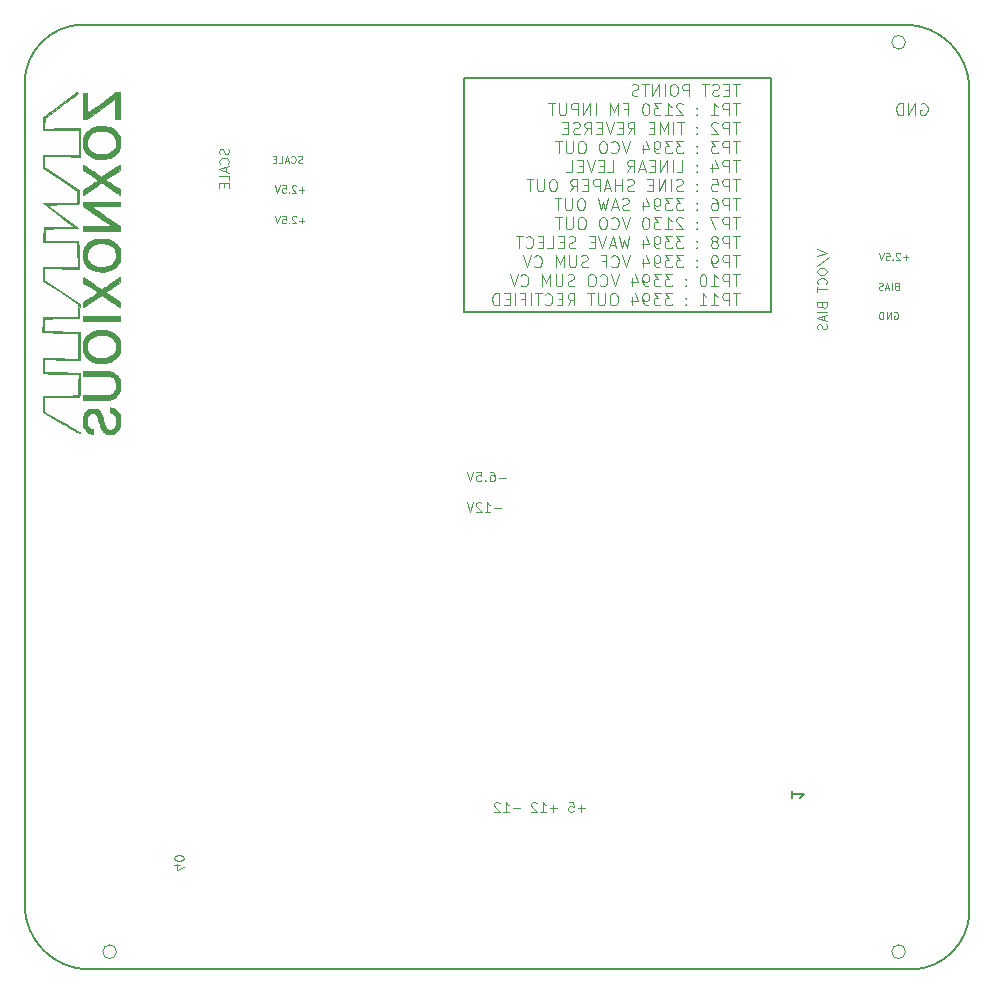
<source format=gbr>
G04 #@! TF.GenerationSoftware,KiCad,Pcbnew,7.0.9*
G04 #@! TF.CreationDate,2023-12-12T08:42:42-08:00*
G04 #@! TF.ProjectId,z5524,7a353532-342e-46b6-9963-61645f706362,rev?*
G04 #@! TF.SameCoordinates,PX3d83120PY6590fa0*
G04 #@! TF.FileFunction,Legend,Bot*
G04 #@! TF.FilePolarity,Positive*
%FSLAX46Y46*%
G04 Gerber Fmt 4.6, Leading zero omitted, Abs format (unit mm)*
G04 Created by KiCad (PCBNEW 7.0.9) date 2023-12-12 08:42:42*
%MOMM*%
%LPD*%
G01*
G04 APERTURE LIST*
%ADD10C,0.150000*%
%ADD11C,0.090000*%
%ADD12C,0.010000*%
G04 #@! TA.AperFunction,Profile*
%ADD13C,0.150000*%
G04 #@! TD*
G04 #@! TA.AperFunction,Profile*
%ADD14C,0.050000*%
G04 #@! TD*
G04 APERTURE END LIST*
D10*
X38125000Y77050000D02*
X64125000Y77050000D01*
X64125000Y57250000D01*
X38125000Y57250000D01*
X38125000Y77050000D01*
D11*
X24597932Y65006680D02*
X24140790Y65006680D01*
X24369361Y64778109D02*
X24369361Y65235252D01*
X23883647Y65320966D02*
X23855075Y65349538D01*
X23855075Y65349538D02*
X23797933Y65378109D01*
X23797933Y65378109D02*
X23655075Y65378109D01*
X23655075Y65378109D02*
X23597933Y65349538D01*
X23597933Y65349538D02*
X23569361Y65320966D01*
X23569361Y65320966D02*
X23540790Y65263823D01*
X23540790Y65263823D02*
X23540790Y65206680D01*
X23540790Y65206680D02*
X23569361Y65120966D01*
X23569361Y65120966D02*
X23912218Y64778109D01*
X23912218Y64778109D02*
X23540790Y64778109D01*
X23283646Y64835252D02*
X23255075Y64806680D01*
X23255075Y64806680D02*
X23283646Y64778109D01*
X23283646Y64778109D02*
X23312218Y64806680D01*
X23312218Y64806680D02*
X23283646Y64835252D01*
X23283646Y64835252D02*
X23283646Y64778109D01*
X22712218Y65378109D02*
X22997932Y65378109D01*
X22997932Y65378109D02*
X23026504Y65092395D01*
X23026504Y65092395D02*
X22997932Y65120966D01*
X22997932Y65120966D02*
X22940790Y65149538D01*
X22940790Y65149538D02*
X22797932Y65149538D01*
X22797932Y65149538D02*
X22740790Y65120966D01*
X22740790Y65120966D02*
X22712218Y65092395D01*
X22712218Y65092395D02*
X22683647Y65035252D01*
X22683647Y65035252D02*
X22683647Y64892395D01*
X22683647Y64892395D02*
X22712218Y64835252D01*
X22712218Y64835252D02*
X22740790Y64806680D01*
X22740790Y64806680D02*
X22797932Y64778109D01*
X22797932Y64778109D02*
X22940790Y64778109D01*
X22940790Y64778109D02*
X22997932Y64806680D01*
X22997932Y64806680D02*
X23026504Y64835252D01*
X22512218Y65378109D02*
X22312218Y64778109D01*
X22312218Y64778109D02*
X22112218Y65378109D01*
X61445551Y76547061D02*
X60874123Y76547061D01*
X61159837Y75547061D02*
X61159837Y76547061D01*
X60540789Y76070871D02*
X60207456Y76070871D01*
X60064599Y75547061D02*
X60540789Y75547061D01*
X60540789Y75547061D02*
X60540789Y76547061D01*
X60540789Y76547061D02*
X60064599Y76547061D01*
X59683646Y75594680D02*
X59540789Y75547061D01*
X59540789Y75547061D02*
X59302694Y75547061D01*
X59302694Y75547061D02*
X59207456Y75594680D01*
X59207456Y75594680D02*
X59159837Y75642300D01*
X59159837Y75642300D02*
X59112218Y75737538D01*
X59112218Y75737538D02*
X59112218Y75832776D01*
X59112218Y75832776D02*
X59159837Y75928014D01*
X59159837Y75928014D02*
X59207456Y75975633D01*
X59207456Y75975633D02*
X59302694Y76023252D01*
X59302694Y76023252D02*
X59493170Y76070871D01*
X59493170Y76070871D02*
X59588408Y76118490D01*
X59588408Y76118490D02*
X59636027Y76166109D01*
X59636027Y76166109D02*
X59683646Y76261347D01*
X59683646Y76261347D02*
X59683646Y76356585D01*
X59683646Y76356585D02*
X59636027Y76451823D01*
X59636027Y76451823D02*
X59588408Y76499442D01*
X59588408Y76499442D02*
X59493170Y76547061D01*
X59493170Y76547061D02*
X59255075Y76547061D01*
X59255075Y76547061D02*
X59112218Y76499442D01*
X58826503Y76547061D02*
X58255075Y76547061D01*
X58540789Y75547061D02*
X58540789Y76547061D01*
X57159836Y75547061D02*
X57159836Y76547061D01*
X57159836Y76547061D02*
X56778884Y76547061D01*
X56778884Y76547061D02*
X56683646Y76499442D01*
X56683646Y76499442D02*
X56636027Y76451823D01*
X56636027Y76451823D02*
X56588408Y76356585D01*
X56588408Y76356585D02*
X56588408Y76213728D01*
X56588408Y76213728D02*
X56636027Y76118490D01*
X56636027Y76118490D02*
X56683646Y76070871D01*
X56683646Y76070871D02*
X56778884Y76023252D01*
X56778884Y76023252D02*
X57159836Y76023252D01*
X55969360Y76547061D02*
X55778884Y76547061D01*
X55778884Y76547061D02*
X55683646Y76499442D01*
X55683646Y76499442D02*
X55588408Y76404204D01*
X55588408Y76404204D02*
X55540789Y76213728D01*
X55540789Y76213728D02*
X55540789Y75880395D01*
X55540789Y75880395D02*
X55588408Y75689919D01*
X55588408Y75689919D02*
X55683646Y75594680D01*
X55683646Y75594680D02*
X55778884Y75547061D01*
X55778884Y75547061D02*
X55969360Y75547061D01*
X55969360Y75547061D02*
X56064598Y75594680D01*
X56064598Y75594680D02*
X56159836Y75689919D01*
X56159836Y75689919D02*
X56207455Y75880395D01*
X56207455Y75880395D02*
X56207455Y76213728D01*
X56207455Y76213728D02*
X56159836Y76404204D01*
X56159836Y76404204D02*
X56064598Y76499442D01*
X56064598Y76499442D02*
X55969360Y76547061D01*
X55112217Y75547061D02*
X55112217Y76547061D01*
X54636027Y75547061D02*
X54636027Y76547061D01*
X54636027Y76547061D02*
X54064599Y75547061D01*
X54064599Y75547061D02*
X54064599Y76547061D01*
X53731265Y76547061D02*
X53159837Y76547061D01*
X53445551Y75547061D02*
X53445551Y76547061D01*
X52874122Y75594680D02*
X52731265Y75547061D01*
X52731265Y75547061D02*
X52493170Y75547061D01*
X52493170Y75547061D02*
X52397932Y75594680D01*
X52397932Y75594680D02*
X52350313Y75642300D01*
X52350313Y75642300D02*
X52302694Y75737538D01*
X52302694Y75737538D02*
X52302694Y75832776D01*
X52302694Y75832776D02*
X52350313Y75928014D01*
X52350313Y75928014D02*
X52397932Y75975633D01*
X52397932Y75975633D02*
X52493170Y76023252D01*
X52493170Y76023252D02*
X52683646Y76070871D01*
X52683646Y76070871D02*
X52778884Y76118490D01*
X52778884Y76118490D02*
X52826503Y76166109D01*
X52826503Y76166109D02*
X52874122Y76261347D01*
X52874122Y76261347D02*
X52874122Y76356585D01*
X52874122Y76356585D02*
X52826503Y76451823D01*
X52826503Y76451823D02*
X52778884Y76499442D01*
X52778884Y76499442D02*
X52683646Y76547061D01*
X52683646Y76547061D02*
X52445551Y76547061D01*
X52445551Y76547061D02*
X52302694Y76499442D01*
X61445551Y74937061D02*
X60874123Y74937061D01*
X61159837Y73937061D02*
X61159837Y74937061D01*
X60540789Y73937061D02*
X60540789Y74937061D01*
X60540789Y74937061D02*
X60159837Y74937061D01*
X60159837Y74937061D02*
X60064599Y74889442D01*
X60064599Y74889442D02*
X60016980Y74841823D01*
X60016980Y74841823D02*
X59969361Y74746585D01*
X59969361Y74746585D02*
X59969361Y74603728D01*
X59969361Y74603728D02*
X60016980Y74508490D01*
X60016980Y74508490D02*
X60064599Y74460871D01*
X60064599Y74460871D02*
X60159837Y74413252D01*
X60159837Y74413252D02*
X60540789Y74413252D01*
X59016980Y73937061D02*
X59588408Y73937061D01*
X59302694Y73937061D02*
X59302694Y74937061D01*
X59302694Y74937061D02*
X59397932Y74794204D01*
X59397932Y74794204D02*
X59493170Y74698966D01*
X59493170Y74698966D02*
X59588408Y74651347D01*
X57826503Y74032300D02*
X57778884Y73984680D01*
X57778884Y73984680D02*
X57826503Y73937061D01*
X57826503Y73937061D02*
X57874122Y73984680D01*
X57874122Y73984680D02*
X57826503Y74032300D01*
X57826503Y74032300D02*
X57826503Y73937061D01*
X57826503Y74556109D02*
X57778884Y74508490D01*
X57778884Y74508490D02*
X57826503Y74460871D01*
X57826503Y74460871D02*
X57874122Y74508490D01*
X57874122Y74508490D02*
X57826503Y74556109D01*
X57826503Y74556109D02*
X57826503Y74460871D01*
X56636027Y74841823D02*
X56588408Y74889442D01*
X56588408Y74889442D02*
X56493170Y74937061D01*
X56493170Y74937061D02*
X56255075Y74937061D01*
X56255075Y74937061D02*
X56159837Y74889442D01*
X56159837Y74889442D02*
X56112218Y74841823D01*
X56112218Y74841823D02*
X56064599Y74746585D01*
X56064599Y74746585D02*
X56064599Y74651347D01*
X56064599Y74651347D02*
X56112218Y74508490D01*
X56112218Y74508490D02*
X56683646Y73937061D01*
X56683646Y73937061D02*
X56064599Y73937061D01*
X55112218Y73937061D02*
X55683646Y73937061D01*
X55397932Y73937061D02*
X55397932Y74937061D01*
X55397932Y74937061D02*
X55493170Y74794204D01*
X55493170Y74794204D02*
X55588408Y74698966D01*
X55588408Y74698966D02*
X55683646Y74651347D01*
X54778884Y74937061D02*
X54159837Y74937061D01*
X54159837Y74937061D02*
X54493170Y74556109D01*
X54493170Y74556109D02*
X54350313Y74556109D01*
X54350313Y74556109D02*
X54255075Y74508490D01*
X54255075Y74508490D02*
X54207456Y74460871D01*
X54207456Y74460871D02*
X54159837Y74365633D01*
X54159837Y74365633D02*
X54159837Y74127538D01*
X54159837Y74127538D02*
X54207456Y74032300D01*
X54207456Y74032300D02*
X54255075Y73984680D01*
X54255075Y73984680D02*
X54350313Y73937061D01*
X54350313Y73937061D02*
X54636027Y73937061D01*
X54636027Y73937061D02*
X54731265Y73984680D01*
X54731265Y73984680D02*
X54778884Y74032300D01*
X53540789Y74937061D02*
X53445551Y74937061D01*
X53445551Y74937061D02*
X53350313Y74889442D01*
X53350313Y74889442D02*
X53302694Y74841823D01*
X53302694Y74841823D02*
X53255075Y74746585D01*
X53255075Y74746585D02*
X53207456Y74556109D01*
X53207456Y74556109D02*
X53207456Y74318014D01*
X53207456Y74318014D02*
X53255075Y74127538D01*
X53255075Y74127538D02*
X53302694Y74032300D01*
X53302694Y74032300D02*
X53350313Y73984680D01*
X53350313Y73984680D02*
X53445551Y73937061D01*
X53445551Y73937061D02*
X53540789Y73937061D01*
X53540789Y73937061D02*
X53636027Y73984680D01*
X53636027Y73984680D02*
X53683646Y74032300D01*
X53683646Y74032300D02*
X53731265Y74127538D01*
X53731265Y74127538D02*
X53778884Y74318014D01*
X53778884Y74318014D02*
X53778884Y74556109D01*
X53778884Y74556109D02*
X53731265Y74746585D01*
X53731265Y74746585D02*
X53683646Y74841823D01*
X53683646Y74841823D02*
X53636027Y74889442D01*
X53636027Y74889442D02*
X53540789Y74937061D01*
X51683646Y74460871D02*
X52016979Y74460871D01*
X52016979Y73937061D02*
X52016979Y74937061D01*
X52016979Y74937061D02*
X51540789Y74937061D01*
X51159836Y73937061D02*
X51159836Y74937061D01*
X51159836Y74937061D02*
X50826503Y74222776D01*
X50826503Y74222776D02*
X50493170Y74937061D01*
X50493170Y74937061D02*
X50493170Y73937061D01*
X49255074Y73937061D02*
X49255074Y74937061D01*
X48778884Y73937061D02*
X48778884Y74937061D01*
X48778884Y74937061D02*
X48207456Y73937061D01*
X48207456Y73937061D02*
X48207456Y74937061D01*
X47731265Y73937061D02*
X47731265Y74937061D01*
X47731265Y74937061D02*
X47350313Y74937061D01*
X47350313Y74937061D02*
X47255075Y74889442D01*
X47255075Y74889442D02*
X47207456Y74841823D01*
X47207456Y74841823D02*
X47159837Y74746585D01*
X47159837Y74746585D02*
X47159837Y74603728D01*
X47159837Y74603728D02*
X47207456Y74508490D01*
X47207456Y74508490D02*
X47255075Y74460871D01*
X47255075Y74460871D02*
X47350313Y74413252D01*
X47350313Y74413252D02*
X47731265Y74413252D01*
X46731265Y74937061D02*
X46731265Y74127538D01*
X46731265Y74127538D02*
X46683646Y74032300D01*
X46683646Y74032300D02*
X46636027Y73984680D01*
X46636027Y73984680D02*
X46540789Y73937061D01*
X46540789Y73937061D02*
X46350313Y73937061D01*
X46350313Y73937061D02*
X46255075Y73984680D01*
X46255075Y73984680D02*
X46207456Y74032300D01*
X46207456Y74032300D02*
X46159837Y74127538D01*
X46159837Y74127538D02*
X46159837Y74937061D01*
X45826503Y74937061D02*
X45255075Y74937061D01*
X45540789Y73937061D02*
X45540789Y74937061D01*
X61445551Y73327061D02*
X60874123Y73327061D01*
X61159837Y72327061D02*
X61159837Y73327061D01*
X60540789Y72327061D02*
X60540789Y73327061D01*
X60540789Y73327061D02*
X60159837Y73327061D01*
X60159837Y73327061D02*
X60064599Y73279442D01*
X60064599Y73279442D02*
X60016980Y73231823D01*
X60016980Y73231823D02*
X59969361Y73136585D01*
X59969361Y73136585D02*
X59969361Y72993728D01*
X59969361Y72993728D02*
X60016980Y72898490D01*
X60016980Y72898490D02*
X60064599Y72850871D01*
X60064599Y72850871D02*
X60159837Y72803252D01*
X60159837Y72803252D02*
X60540789Y72803252D01*
X59588408Y73231823D02*
X59540789Y73279442D01*
X59540789Y73279442D02*
X59445551Y73327061D01*
X59445551Y73327061D02*
X59207456Y73327061D01*
X59207456Y73327061D02*
X59112218Y73279442D01*
X59112218Y73279442D02*
X59064599Y73231823D01*
X59064599Y73231823D02*
X59016980Y73136585D01*
X59016980Y73136585D02*
X59016980Y73041347D01*
X59016980Y73041347D02*
X59064599Y72898490D01*
X59064599Y72898490D02*
X59636027Y72327061D01*
X59636027Y72327061D02*
X59016980Y72327061D01*
X57826503Y72422300D02*
X57778884Y72374680D01*
X57778884Y72374680D02*
X57826503Y72327061D01*
X57826503Y72327061D02*
X57874122Y72374680D01*
X57874122Y72374680D02*
X57826503Y72422300D01*
X57826503Y72422300D02*
X57826503Y72327061D01*
X57826503Y72946109D02*
X57778884Y72898490D01*
X57778884Y72898490D02*
X57826503Y72850871D01*
X57826503Y72850871D02*
X57874122Y72898490D01*
X57874122Y72898490D02*
X57826503Y72946109D01*
X57826503Y72946109D02*
X57826503Y72850871D01*
X56731265Y73327061D02*
X56159837Y73327061D01*
X56445551Y72327061D02*
X56445551Y73327061D01*
X55826503Y72327061D02*
X55826503Y73327061D01*
X55350313Y72327061D02*
X55350313Y73327061D01*
X55350313Y73327061D02*
X55016980Y72612776D01*
X55016980Y72612776D02*
X54683647Y73327061D01*
X54683647Y73327061D02*
X54683647Y72327061D01*
X54207456Y72850871D02*
X53874123Y72850871D01*
X53731266Y72327061D02*
X54207456Y72327061D01*
X54207456Y72327061D02*
X54207456Y73327061D01*
X54207456Y73327061D02*
X53731266Y73327061D01*
X51969361Y72327061D02*
X52302694Y72803252D01*
X52540789Y72327061D02*
X52540789Y73327061D01*
X52540789Y73327061D02*
X52159837Y73327061D01*
X52159837Y73327061D02*
X52064599Y73279442D01*
X52064599Y73279442D02*
X52016980Y73231823D01*
X52016980Y73231823D02*
X51969361Y73136585D01*
X51969361Y73136585D02*
X51969361Y72993728D01*
X51969361Y72993728D02*
X52016980Y72898490D01*
X52016980Y72898490D02*
X52064599Y72850871D01*
X52064599Y72850871D02*
X52159837Y72803252D01*
X52159837Y72803252D02*
X52540789Y72803252D01*
X51540789Y72850871D02*
X51207456Y72850871D01*
X51064599Y72327061D02*
X51540789Y72327061D01*
X51540789Y72327061D02*
X51540789Y73327061D01*
X51540789Y73327061D02*
X51064599Y73327061D01*
X50778884Y73327061D02*
X50445551Y72327061D01*
X50445551Y72327061D02*
X50112218Y73327061D01*
X49778884Y72850871D02*
X49445551Y72850871D01*
X49302694Y72327061D02*
X49778884Y72327061D01*
X49778884Y72327061D02*
X49778884Y73327061D01*
X49778884Y73327061D02*
X49302694Y73327061D01*
X48302694Y72327061D02*
X48636027Y72803252D01*
X48874122Y72327061D02*
X48874122Y73327061D01*
X48874122Y73327061D02*
X48493170Y73327061D01*
X48493170Y73327061D02*
X48397932Y73279442D01*
X48397932Y73279442D02*
X48350313Y73231823D01*
X48350313Y73231823D02*
X48302694Y73136585D01*
X48302694Y73136585D02*
X48302694Y72993728D01*
X48302694Y72993728D02*
X48350313Y72898490D01*
X48350313Y72898490D02*
X48397932Y72850871D01*
X48397932Y72850871D02*
X48493170Y72803252D01*
X48493170Y72803252D02*
X48874122Y72803252D01*
X47921741Y72374680D02*
X47778884Y72327061D01*
X47778884Y72327061D02*
X47540789Y72327061D01*
X47540789Y72327061D02*
X47445551Y72374680D01*
X47445551Y72374680D02*
X47397932Y72422300D01*
X47397932Y72422300D02*
X47350313Y72517538D01*
X47350313Y72517538D02*
X47350313Y72612776D01*
X47350313Y72612776D02*
X47397932Y72708014D01*
X47397932Y72708014D02*
X47445551Y72755633D01*
X47445551Y72755633D02*
X47540789Y72803252D01*
X47540789Y72803252D02*
X47731265Y72850871D01*
X47731265Y72850871D02*
X47826503Y72898490D01*
X47826503Y72898490D02*
X47874122Y72946109D01*
X47874122Y72946109D02*
X47921741Y73041347D01*
X47921741Y73041347D02*
X47921741Y73136585D01*
X47921741Y73136585D02*
X47874122Y73231823D01*
X47874122Y73231823D02*
X47826503Y73279442D01*
X47826503Y73279442D02*
X47731265Y73327061D01*
X47731265Y73327061D02*
X47493170Y73327061D01*
X47493170Y73327061D02*
X47350313Y73279442D01*
X46921741Y72850871D02*
X46588408Y72850871D01*
X46445551Y72327061D02*
X46921741Y72327061D01*
X46921741Y72327061D02*
X46921741Y73327061D01*
X46921741Y73327061D02*
X46445551Y73327061D01*
X61445551Y71717061D02*
X60874123Y71717061D01*
X61159837Y70717061D02*
X61159837Y71717061D01*
X60540789Y70717061D02*
X60540789Y71717061D01*
X60540789Y71717061D02*
X60159837Y71717061D01*
X60159837Y71717061D02*
X60064599Y71669442D01*
X60064599Y71669442D02*
X60016980Y71621823D01*
X60016980Y71621823D02*
X59969361Y71526585D01*
X59969361Y71526585D02*
X59969361Y71383728D01*
X59969361Y71383728D02*
X60016980Y71288490D01*
X60016980Y71288490D02*
X60064599Y71240871D01*
X60064599Y71240871D02*
X60159837Y71193252D01*
X60159837Y71193252D02*
X60540789Y71193252D01*
X59636027Y71717061D02*
X59016980Y71717061D01*
X59016980Y71717061D02*
X59350313Y71336109D01*
X59350313Y71336109D02*
X59207456Y71336109D01*
X59207456Y71336109D02*
X59112218Y71288490D01*
X59112218Y71288490D02*
X59064599Y71240871D01*
X59064599Y71240871D02*
X59016980Y71145633D01*
X59016980Y71145633D02*
X59016980Y70907538D01*
X59016980Y70907538D02*
X59064599Y70812300D01*
X59064599Y70812300D02*
X59112218Y70764680D01*
X59112218Y70764680D02*
X59207456Y70717061D01*
X59207456Y70717061D02*
X59493170Y70717061D01*
X59493170Y70717061D02*
X59588408Y70764680D01*
X59588408Y70764680D02*
X59636027Y70812300D01*
X57826503Y70812300D02*
X57778884Y70764680D01*
X57778884Y70764680D02*
X57826503Y70717061D01*
X57826503Y70717061D02*
X57874122Y70764680D01*
X57874122Y70764680D02*
X57826503Y70812300D01*
X57826503Y70812300D02*
X57826503Y70717061D01*
X57826503Y71336109D02*
X57778884Y71288490D01*
X57778884Y71288490D02*
X57826503Y71240871D01*
X57826503Y71240871D02*
X57874122Y71288490D01*
X57874122Y71288490D02*
X57826503Y71336109D01*
X57826503Y71336109D02*
X57826503Y71240871D01*
X56683646Y71717061D02*
X56064599Y71717061D01*
X56064599Y71717061D02*
X56397932Y71336109D01*
X56397932Y71336109D02*
X56255075Y71336109D01*
X56255075Y71336109D02*
X56159837Y71288490D01*
X56159837Y71288490D02*
X56112218Y71240871D01*
X56112218Y71240871D02*
X56064599Y71145633D01*
X56064599Y71145633D02*
X56064599Y70907538D01*
X56064599Y70907538D02*
X56112218Y70812300D01*
X56112218Y70812300D02*
X56159837Y70764680D01*
X56159837Y70764680D02*
X56255075Y70717061D01*
X56255075Y70717061D02*
X56540789Y70717061D01*
X56540789Y70717061D02*
X56636027Y70764680D01*
X56636027Y70764680D02*
X56683646Y70812300D01*
X55731265Y71717061D02*
X55112218Y71717061D01*
X55112218Y71717061D02*
X55445551Y71336109D01*
X55445551Y71336109D02*
X55302694Y71336109D01*
X55302694Y71336109D02*
X55207456Y71288490D01*
X55207456Y71288490D02*
X55159837Y71240871D01*
X55159837Y71240871D02*
X55112218Y71145633D01*
X55112218Y71145633D02*
X55112218Y70907538D01*
X55112218Y70907538D02*
X55159837Y70812300D01*
X55159837Y70812300D02*
X55207456Y70764680D01*
X55207456Y70764680D02*
X55302694Y70717061D01*
X55302694Y70717061D02*
X55588408Y70717061D01*
X55588408Y70717061D02*
X55683646Y70764680D01*
X55683646Y70764680D02*
X55731265Y70812300D01*
X54636027Y70717061D02*
X54445551Y70717061D01*
X54445551Y70717061D02*
X54350313Y70764680D01*
X54350313Y70764680D02*
X54302694Y70812300D01*
X54302694Y70812300D02*
X54207456Y70955157D01*
X54207456Y70955157D02*
X54159837Y71145633D01*
X54159837Y71145633D02*
X54159837Y71526585D01*
X54159837Y71526585D02*
X54207456Y71621823D01*
X54207456Y71621823D02*
X54255075Y71669442D01*
X54255075Y71669442D02*
X54350313Y71717061D01*
X54350313Y71717061D02*
X54540789Y71717061D01*
X54540789Y71717061D02*
X54636027Y71669442D01*
X54636027Y71669442D02*
X54683646Y71621823D01*
X54683646Y71621823D02*
X54731265Y71526585D01*
X54731265Y71526585D02*
X54731265Y71288490D01*
X54731265Y71288490D02*
X54683646Y71193252D01*
X54683646Y71193252D02*
X54636027Y71145633D01*
X54636027Y71145633D02*
X54540789Y71098014D01*
X54540789Y71098014D02*
X54350313Y71098014D01*
X54350313Y71098014D02*
X54255075Y71145633D01*
X54255075Y71145633D02*
X54207456Y71193252D01*
X54207456Y71193252D02*
X54159837Y71288490D01*
X53302694Y71383728D02*
X53302694Y70717061D01*
X53540789Y71764680D02*
X53778884Y71050395D01*
X53778884Y71050395D02*
X53159837Y71050395D01*
X52159836Y71717061D02*
X51826503Y70717061D01*
X51826503Y70717061D02*
X51493170Y71717061D01*
X50588408Y70812300D02*
X50636027Y70764680D01*
X50636027Y70764680D02*
X50778884Y70717061D01*
X50778884Y70717061D02*
X50874122Y70717061D01*
X50874122Y70717061D02*
X51016979Y70764680D01*
X51016979Y70764680D02*
X51112217Y70859919D01*
X51112217Y70859919D02*
X51159836Y70955157D01*
X51159836Y70955157D02*
X51207455Y71145633D01*
X51207455Y71145633D02*
X51207455Y71288490D01*
X51207455Y71288490D02*
X51159836Y71478966D01*
X51159836Y71478966D02*
X51112217Y71574204D01*
X51112217Y71574204D02*
X51016979Y71669442D01*
X51016979Y71669442D02*
X50874122Y71717061D01*
X50874122Y71717061D02*
X50778884Y71717061D01*
X50778884Y71717061D02*
X50636027Y71669442D01*
X50636027Y71669442D02*
X50588408Y71621823D01*
X49969360Y71717061D02*
X49778884Y71717061D01*
X49778884Y71717061D02*
X49683646Y71669442D01*
X49683646Y71669442D02*
X49588408Y71574204D01*
X49588408Y71574204D02*
X49540789Y71383728D01*
X49540789Y71383728D02*
X49540789Y71050395D01*
X49540789Y71050395D02*
X49588408Y70859919D01*
X49588408Y70859919D02*
X49683646Y70764680D01*
X49683646Y70764680D02*
X49778884Y70717061D01*
X49778884Y70717061D02*
X49969360Y70717061D01*
X49969360Y70717061D02*
X50064598Y70764680D01*
X50064598Y70764680D02*
X50159836Y70859919D01*
X50159836Y70859919D02*
X50207455Y71050395D01*
X50207455Y71050395D02*
X50207455Y71383728D01*
X50207455Y71383728D02*
X50159836Y71574204D01*
X50159836Y71574204D02*
X50064598Y71669442D01*
X50064598Y71669442D02*
X49969360Y71717061D01*
X48159836Y71717061D02*
X47969360Y71717061D01*
X47969360Y71717061D02*
X47874122Y71669442D01*
X47874122Y71669442D02*
X47778884Y71574204D01*
X47778884Y71574204D02*
X47731265Y71383728D01*
X47731265Y71383728D02*
X47731265Y71050395D01*
X47731265Y71050395D02*
X47778884Y70859919D01*
X47778884Y70859919D02*
X47874122Y70764680D01*
X47874122Y70764680D02*
X47969360Y70717061D01*
X47969360Y70717061D02*
X48159836Y70717061D01*
X48159836Y70717061D02*
X48255074Y70764680D01*
X48255074Y70764680D02*
X48350312Y70859919D01*
X48350312Y70859919D02*
X48397931Y71050395D01*
X48397931Y71050395D02*
X48397931Y71383728D01*
X48397931Y71383728D02*
X48350312Y71574204D01*
X48350312Y71574204D02*
X48255074Y71669442D01*
X48255074Y71669442D02*
X48159836Y71717061D01*
X47302693Y71717061D02*
X47302693Y70907538D01*
X47302693Y70907538D02*
X47255074Y70812300D01*
X47255074Y70812300D02*
X47207455Y70764680D01*
X47207455Y70764680D02*
X47112217Y70717061D01*
X47112217Y70717061D02*
X46921741Y70717061D01*
X46921741Y70717061D02*
X46826503Y70764680D01*
X46826503Y70764680D02*
X46778884Y70812300D01*
X46778884Y70812300D02*
X46731265Y70907538D01*
X46731265Y70907538D02*
X46731265Y71717061D01*
X46397931Y71717061D02*
X45826503Y71717061D01*
X46112217Y70717061D02*
X46112217Y71717061D01*
X61445551Y70107061D02*
X60874123Y70107061D01*
X61159837Y69107061D02*
X61159837Y70107061D01*
X60540789Y69107061D02*
X60540789Y70107061D01*
X60540789Y70107061D02*
X60159837Y70107061D01*
X60159837Y70107061D02*
X60064599Y70059442D01*
X60064599Y70059442D02*
X60016980Y70011823D01*
X60016980Y70011823D02*
X59969361Y69916585D01*
X59969361Y69916585D02*
X59969361Y69773728D01*
X59969361Y69773728D02*
X60016980Y69678490D01*
X60016980Y69678490D02*
X60064599Y69630871D01*
X60064599Y69630871D02*
X60159837Y69583252D01*
X60159837Y69583252D02*
X60540789Y69583252D01*
X59112218Y69773728D02*
X59112218Y69107061D01*
X59350313Y70154680D02*
X59588408Y69440395D01*
X59588408Y69440395D02*
X58969361Y69440395D01*
X57826503Y69202300D02*
X57778884Y69154680D01*
X57778884Y69154680D02*
X57826503Y69107061D01*
X57826503Y69107061D02*
X57874122Y69154680D01*
X57874122Y69154680D02*
X57826503Y69202300D01*
X57826503Y69202300D02*
X57826503Y69107061D01*
X57826503Y69726109D02*
X57778884Y69678490D01*
X57778884Y69678490D02*
X57826503Y69630871D01*
X57826503Y69630871D02*
X57874122Y69678490D01*
X57874122Y69678490D02*
X57826503Y69726109D01*
X57826503Y69726109D02*
X57826503Y69630871D01*
X56112218Y69107061D02*
X56588408Y69107061D01*
X56588408Y69107061D02*
X56588408Y70107061D01*
X55778884Y69107061D02*
X55778884Y70107061D01*
X55302694Y69107061D02*
X55302694Y70107061D01*
X55302694Y70107061D02*
X54731266Y69107061D01*
X54731266Y69107061D02*
X54731266Y70107061D01*
X54255075Y69630871D02*
X53921742Y69630871D01*
X53778885Y69107061D02*
X54255075Y69107061D01*
X54255075Y69107061D02*
X54255075Y70107061D01*
X54255075Y70107061D02*
X53778885Y70107061D01*
X53397932Y69392776D02*
X52921742Y69392776D01*
X53493170Y69107061D02*
X53159837Y70107061D01*
X53159837Y70107061D02*
X52826504Y69107061D01*
X51921742Y69107061D02*
X52255075Y69583252D01*
X52493170Y69107061D02*
X52493170Y70107061D01*
X52493170Y70107061D02*
X52112218Y70107061D01*
X52112218Y70107061D02*
X52016980Y70059442D01*
X52016980Y70059442D02*
X51969361Y70011823D01*
X51969361Y70011823D02*
X51921742Y69916585D01*
X51921742Y69916585D02*
X51921742Y69773728D01*
X51921742Y69773728D02*
X51969361Y69678490D01*
X51969361Y69678490D02*
X52016980Y69630871D01*
X52016980Y69630871D02*
X52112218Y69583252D01*
X52112218Y69583252D02*
X52493170Y69583252D01*
X50255075Y69107061D02*
X50731265Y69107061D01*
X50731265Y69107061D02*
X50731265Y70107061D01*
X49921741Y69630871D02*
X49588408Y69630871D01*
X49445551Y69107061D02*
X49921741Y69107061D01*
X49921741Y69107061D02*
X49921741Y70107061D01*
X49921741Y70107061D02*
X49445551Y70107061D01*
X49159836Y70107061D02*
X48826503Y69107061D01*
X48826503Y69107061D02*
X48493170Y70107061D01*
X48159836Y69630871D02*
X47826503Y69630871D01*
X47683646Y69107061D02*
X48159836Y69107061D01*
X48159836Y69107061D02*
X48159836Y70107061D01*
X48159836Y70107061D02*
X47683646Y70107061D01*
X46778884Y69107061D02*
X47255074Y69107061D01*
X47255074Y69107061D02*
X47255074Y70107061D01*
X61445551Y68497061D02*
X60874123Y68497061D01*
X61159837Y67497061D02*
X61159837Y68497061D01*
X60540789Y67497061D02*
X60540789Y68497061D01*
X60540789Y68497061D02*
X60159837Y68497061D01*
X60159837Y68497061D02*
X60064599Y68449442D01*
X60064599Y68449442D02*
X60016980Y68401823D01*
X60016980Y68401823D02*
X59969361Y68306585D01*
X59969361Y68306585D02*
X59969361Y68163728D01*
X59969361Y68163728D02*
X60016980Y68068490D01*
X60016980Y68068490D02*
X60064599Y68020871D01*
X60064599Y68020871D02*
X60159837Y67973252D01*
X60159837Y67973252D02*
X60540789Y67973252D01*
X59064599Y68497061D02*
X59540789Y68497061D01*
X59540789Y68497061D02*
X59588408Y68020871D01*
X59588408Y68020871D02*
X59540789Y68068490D01*
X59540789Y68068490D02*
X59445551Y68116109D01*
X59445551Y68116109D02*
X59207456Y68116109D01*
X59207456Y68116109D02*
X59112218Y68068490D01*
X59112218Y68068490D02*
X59064599Y68020871D01*
X59064599Y68020871D02*
X59016980Y67925633D01*
X59016980Y67925633D02*
X59016980Y67687538D01*
X59016980Y67687538D02*
X59064599Y67592300D01*
X59064599Y67592300D02*
X59112218Y67544680D01*
X59112218Y67544680D02*
X59207456Y67497061D01*
X59207456Y67497061D02*
X59445551Y67497061D01*
X59445551Y67497061D02*
X59540789Y67544680D01*
X59540789Y67544680D02*
X59588408Y67592300D01*
X57826503Y67592300D02*
X57778884Y67544680D01*
X57778884Y67544680D02*
X57826503Y67497061D01*
X57826503Y67497061D02*
X57874122Y67544680D01*
X57874122Y67544680D02*
X57826503Y67592300D01*
X57826503Y67592300D02*
X57826503Y67497061D01*
X57826503Y68116109D02*
X57778884Y68068490D01*
X57778884Y68068490D02*
X57826503Y68020871D01*
X57826503Y68020871D02*
X57874122Y68068490D01*
X57874122Y68068490D02*
X57826503Y68116109D01*
X57826503Y68116109D02*
X57826503Y68020871D01*
X56636027Y67544680D02*
X56493170Y67497061D01*
X56493170Y67497061D02*
X56255075Y67497061D01*
X56255075Y67497061D02*
X56159837Y67544680D01*
X56159837Y67544680D02*
X56112218Y67592300D01*
X56112218Y67592300D02*
X56064599Y67687538D01*
X56064599Y67687538D02*
X56064599Y67782776D01*
X56064599Y67782776D02*
X56112218Y67878014D01*
X56112218Y67878014D02*
X56159837Y67925633D01*
X56159837Y67925633D02*
X56255075Y67973252D01*
X56255075Y67973252D02*
X56445551Y68020871D01*
X56445551Y68020871D02*
X56540789Y68068490D01*
X56540789Y68068490D02*
X56588408Y68116109D01*
X56588408Y68116109D02*
X56636027Y68211347D01*
X56636027Y68211347D02*
X56636027Y68306585D01*
X56636027Y68306585D02*
X56588408Y68401823D01*
X56588408Y68401823D02*
X56540789Y68449442D01*
X56540789Y68449442D02*
X56445551Y68497061D01*
X56445551Y68497061D02*
X56207456Y68497061D01*
X56207456Y68497061D02*
X56064599Y68449442D01*
X55636027Y67497061D02*
X55636027Y68497061D01*
X55159837Y67497061D02*
X55159837Y68497061D01*
X55159837Y68497061D02*
X54588409Y67497061D01*
X54588409Y67497061D02*
X54588409Y68497061D01*
X54112218Y68020871D02*
X53778885Y68020871D01*
X53636028Y67497061D02*
X54112218Y67497061D01*
X54112218Y67497061D02*
X54112218Y68497061D01*
X54112218Y68497061D02*
X53636028Y68497061D01*
X52493170Y67544680D02*
X52350313Y67497061D01*
X52350313Y67497061D02*
X52112218Y67497061D01*
X52112218Y67497061D02*
X52016980Y67544680D01*
X52016980Y67544680D02*
X51969361Y67592300D01*
X51969361Y67592300D02*
X51921742Y67687538D01*
X51921742Y67687538D02*
X51921742Y67782776D01*
X51921742Y67782776D02*
X51969361Y67878014D01*
X51969361Y67878014D02*
X52016980Y67925633D01*
X52016980Y67925633D02*
X52112218Y67973252D01*
X52112218Y67973252D02*
X52302694Y68020871D01*
X52302694Y68020871D02*
X52397932Y68068490D01*
X52397932Y68068490D02*
X52445551Y68116109D01*
X52445551Y68116109D02*
X52493170Y68211347D01*
X52493170Y68211347D02*
X52493170Y68306585D01*
X52493170Y68306585D02*
X52445551Y68401823D01*
X52445551Y68401823D02*
X52397932Y68449442D01*
X52397932Y68449442D02*
X52302694Y68497061D01*
X52302694Y68497061D02*
X52064599Y68497061D01*
X52064599Y68497061D02*
X51921742Y68449442D01*
X51493170Y67497061D02*
X51493170Y68497061D01*
X51493170Y68020871D02*
X50921742Y68020871D01*
X50921742Y67497061D02*
X50921742Y68497061D01*
X50493170Y67782776D02*
X50016980Y67782776D01*
X50588408Y67497061D02*
X50255075Y68497061D01*
X50255075Y68497061D02*
X49921742Y67497061D01*
X49588408Y67497061D02*
X49588408Y68497061D01*
X49588408Y68497061D02*
X49207456Y68497061D01*
X49207456Y68497061D02*
X49112218Y68449442D01*
X49112218Y68449442D02*
X49064599Y68401823D01*
X49064599Y68401823D02*
X49016980Y68306585D01*
X49016980Y68306585D02*
X49016980Y68163728D01*
X49016980Y68163728D02*
X49064599Y68068490D01*
X49064599Y68068490D02*
X49112218Y68020871D01*
X49112218Y68020871D02*
X49207456Y67973252D01*
X49207456Y67973252D02*
X49588408Y67973252D01*
X48588408Y68020871D02*
X48255075Y68020871D01*
X48112218Y67497061D02*
X48588408Y67497061D01*
X48588408Y67497061D02*
X48588408Y68497061D01*
X48588408Y68497061D02*
X48112218Y68497061D01*
X47112218Y67497061D02*
X47445551Y67973252D01*
X47683646Y67497061D02*
X47683646Y68497061D01*
X47683646Y68497061D02*
X47302694Y68497061D01*
X47302694Y68497061D02*
X47207456Y68449442D01*
X47207456Y68449442D02*
X47159837Y68401823D01*
X47159837Y68401823D02*
X47112218Y68306585D01*
X47112218Y68306585D02*
X47112218Y68163728D01*
X47112218Y68163728D02*
X47159837Y68068490D01*
X47159837Y68068490D02*
X47207456Y68020871D01*
X47207456Y68020871D02*
X47302694Y67973252D01*
X47302694Y67973252D02*
X47683646Y67973252D01*
X45731265Y68497061D02*
X45540789Y68497061D01*
X45540789Y68497061D02*
X45445551Y68449442D01*
X45445551Y68449442D02*
X45350313Y68354204D01*
X45350313Y68354204D02*
X45302694Y68163728D01*
X45302694Y68163728D02*
X45302694Y67830395D01*
X45302694Y67830395D02*
X45350313Y67639919D01*
X45350313Y67639919D02*
X45445551Y67544680D01*
X45445551Y67544680D02*
X45540789Y67497061D01*
X45540789Y67497061D02*
X45731265Y67497061D01*
X45731265Y67497061D02*
X45826503Y67544680D01*
X45826503Y67544680D02*
X45921741Y67639919D01*
X45921741Y67639919D02*
X45969360Y67830395D01*
X45969360Y67830395D02*
X45969360Y68163728D01*
X45969360Y68163728D02*
X45921741Y68354204D01*
X45921741Y68354204D02*
X45826503Y68449442D01*
X45826503Y68449442D02*
X45731265Y68497061D01*
X44874122Y68497061D02*
X44874122Y67687538D01*
X44874122Y67687538D02*
X44826503Y67592300D01*
X44826503Y67592300D02*
X44778884Y67544680D01*
X44778884Y67544680D02*
X44683646Y67497061D01*
X44683646Y67497061D02*
X44493170Y67497061D01*
X44493170Y67497061D02*
X44397932Y67544680D01*
X44397932Y67544680D02*
X44350313Y67592300D01*
X44350313Y67592300D02*
X44302694Y67687538D01*
X44302694Y67687538D02*
X44302694Y68497061D01*
X43969360Y68497061D02*
X43397932Y68497061D01*
X43683646Y67497061D02*
X43683646Y68497061D01*
X61445551Y66887061D02*
X60874123Y66887061D01*
X61159837Y65887061D02*
X61159837Y66887061D01*
X60540789Y65887061D02*
X60540789Y66887061D01*
X60540789Y66887061D02*
X60159837Y66887061D01*
X60159837Y66887061D02*
X60064599Y66839442D01*
X60064599Y66839442D02*
X60016980Y66791823D01*
X60016980Y66791823D02*
X59969361Y66696585D01*
X59969361Y66696585D02*
X59969361Y66553728D01*
X59969361Y66553728D02*
X60016980Y66458490D01*
X60016980Y66458490D02*
X60064599Y66410871D01*
X60064599Y66410871D02*
X60159837Y66363252D01*
X60159837Y66363252D02*
X60540789Y66363252D01*
X59112218Y66887061D02*
X59302694Y66887061D01*
X59302694Y66887061D02*
X59397932Y66839442D01*
X59397932Y66839442D02*
X59445551Y66791823D01*
X59445551Y66791823D02*
X59540789Y66648966D01*
X59540789Y66648966D02*
X59588408Y66458490D01*
X59588408Y66458490D02*
X59588408Y66077538D01*
X59588408Y66077538D02*
X59540789Y65982300D01*
X59540789Y65982300D02*
X59493170Y65934680D01*
X59493170Y65934680D02*
X59397932Y65887061D01*
X59397932Y65887061D02*
X59207456Y65887061D01*
X59207456Y65887061D02*
X59112218Y65934680D01*
X59112218Y65934680D02*
X59064599Y65982300D01*
X59064599Y65982300D02*
X59016980Y66077538D01*
X59016980Y66077538D02*
X59016980Y66315633D01*
X59016980Y66315633D02*
X59064599Y66410871D01*
X59064599Y66410871D02*
X59112218Y66458490D01*
X59112218Y66458490D02*
X59207456Y66506109D01*
X59207456Y66506109D02*
X59397932Y66506109D01*
X59397932Y66506109D02*
X59493170Y66458490D01*
X59493170Y66458490D02*
X59540789Y66410871D01*
X59540789Y66410871D02*
X59588408Y66315633D01*
X57826503Y65982300D02*
X57778884Y65934680D01*
X57778884Y65934680D02*
X57826503Y65887061D01*
X57826503Y65887061D02*
X57874122Y65934680D01*
X57874122Y65934680D02*
X57826503Y65982300D01*
X57826503Y65982300D02*
X57826503Y65887061D01*
X57826503Y66506109D02*
X57778884Y66458490D01*
X57778884Y66458490D02*
X57826503Y66410871D01*
X57826503Y66410871D02*
X57874122Y66458490D01*
X57874122Y66458490D02*
X57826503Y66506109D01*
X57826503Y66506109D02*
X57826503Y66410871D01*
X56683646Y66887061D02*
X56064599Y66887061D01*
X56064599Y66887061D02*
X56397932Y66506109D01*
X56397932Y66506109D02*
X56255075Y66506109D01*
X56255075Y66506109D02*
X56159837Y66458490D01*
X56159837Y66458490D02*
X56112218Y66410871D01*
X56112218Y66410871D02*
X56064599Y66315633D01*
X56064599Y66315633D02*
X56064599Y66077538D01*
X56064599Y66077538D02*
X56112218Y65982300D01*
X56112218Y65982300D02*
X56159837Y65934680D01*
X56159837Y65934680D02*
X56255075Y65887061D01*
X56255075Y65887061D02*
X56540789Y65887061D01*
X56540789Y65887061D02*
X56636027Y65934680D01*
X56636027Y65934680D02*
X56683646Y65982300D01*
X55731265Y66887061D02*
X55112218Y66887061D01*
X55112218Y66887061D02*
X55445551Y66506109D01*
X55445551Y66506109D02*
X55302694Y66506109D01*
X55302694Y66506109D02*
X55207456Y66458490D01*
X55207456Y66458490D02*
X55159837Y66410871D01*
X55159837Y66410871D02*
X55112218Y66315633D01*
X55112218Y66315633D02*
X55112218Y66077538D01*
X55112218Y66077538D02*
X55159837Y65982300D01*
X55159837Y65982300D02*
X55207456Y65934680D01*
X55207456Y65934680D02*
X55302694Y65887061D01*
X55302694Y65887061D02*
X55588408Y65887061D01*
X55588408Y65887061D02*
X55683646Y65934680D01*
X55683646Y65934680D02*
X55731265Y65982300D01*
X54636027Y65887061D02*
X54445551Y65887061D01*
X54445551Y65887061D02*
X54350313Y65934680D01*
X54350313Y65934680D02*
X54302694Y65982300D01*
X54302694Y65982300D02*
X54207456Y66125157D01*
X54207456Y66125157D02*
X54159837Y66315633D01*
X54159837Y66315633D02*
X54159837Y66696585D01*
X54159837Y66696585D02*
X54207456Y66791823D01*
X54207456Y66791823D02*
X54255075Y66839442D01*
X54255075Y66839442D02*
X54350313Y66887061D01*
X54350313Y66887061D02*
X54540789Y66887061D01*
X54540789Y66887061D02*
X54636027Y66839442D01*
X54636027Y66839442D02*
X54683646Y66791823D01*
X54683646Y66791823D02*
X54731265Y66696585D01*
X54731265Y66696585D02*
X54731265Y66458490D01*
X54731265Y66458490D02*
X54683646Y66363252D01*
X54683646Y66363252D02*
X54636027Y66315633D01*
X54636027Y66315633D02*
X54540789Y66268014D01*
X54540789Y66268014D02*
X54350313Y66268014D01*
X54350313Y66268014D02*
X54255075Y66315633D01*
X54255075Y66315633D02*
X54207456Y66363252D01*
X54207456Y66363252D02*
X54159837Y66458490D01*
X53302694Y66553728D02*
X53302694Y65887061D01*
X53540789Y66934680D02*
X53778884Y66220395D01*
X53778884Y66220395D02*
X53159837Y66220395D01*
X52064598Y65934680D02*
X51921741Y65887061D01*
X51921741Y65887061D02*
X51683646Y65887061D01*
X51683646Y65887061D02*
X51588408Y65934680D01*
X51588408Y65934680D02*
X51540789Y65982300D01*
X51540789Y65982300D02*
X51493170Y66077538D01*
X51493170Y66077538D02*
X51493170Y66172776D01*
X51493170Y66172776D02*
X51540789Y66268014D01*
X51540789Y66268014D02*
X51588408Y66315633D01*
X51588408Y66315633D02*
X51683646Y66363252D01*
X51683646Y66363252D02*
X51874122Y66410871D01*
X51874122Y66410871D02*
X51969360Y66458490D01*
X51969360Y66458490D02*
X52016979Y66506109D01*
X52016979Y66506109D02*
X52064598Y66601347D01*
X52064598Y66601347D02*
X52064598Y66696585D01*
X52064598Y66696585D02*
X52016979Y66791823D01*
X52016979Y66791823D02*
X51969360Y66839442D01*
X51969360Y66839442D02*
X51874122Y66887061D01*
X51874122Y66887061D02*
X51636027Y66887061D01*
X51636027Y66887061D02*
X51493170Y66839442D01*
X51112217Y66172776D02*
X50636027Y66172776D01*
X51207455Y65887061D02*
X50874122Y66887061D01*
X50874122Y66887061D02*
X50540789Y65887061D01*
X50302693Y66887061D02*
X50064598Y65887061D01*
X50064598Y65887061D02*
X49874122Y66601347D01*
X49874122Y66601347D02*
X49683646Y65887061D01*
X49683646Y65887061D02*
X49445551Y66887061D01*
X48112217Y66887061D02*
X47921741Y66887061D01*
X47921741Y66887061D02*
X47826503Y66839442D01*
X47826503Y66839442D02*
X47731265Y66744204D01*
X47731265Y66744204D02*
X47683646Y66553728D01*
X47683646Y66553728D02*
X47683646Y66220395D01*
X47683646Y66220395D02*
X47731265Y66029919D01*
X47731265Y66029919D02*
X47826503Y65934680D01*
X47826503Y65934680D02*
X47921741Y65887061D01*
X47921741Y65887061D02*
X48112217Y65887061D01*
X48112217Y65887061D02*
X48207455Y65934680D01*
X48207455Y65934680D02*
X48302693Y66029919D01*
X48302693Y66029919D02*
X48350312Y66220395D01*
X48350312Y66220395D02*
X48350312Y66553728D01*
X48350312Y66553728D02*
X48302693Y66744204D01*
X48302693Y66744204D02*
X48207455Y66839442D01*
X48207455Y66839442D02*
X48112217Y66887061D01*
X47255074Y66887061D02*
X47255074Y66077538D01*
X47255074Y66077538D02*
X47207455Y65982300D01*
X47207455Y65982300D02*
X47159836Y65934680D01*
X47159836Y65934680D02*
X47064598Y65887061D01*
X47064598Y65887061D02*
X46874122Y65887061D01*
X46874122Y65887061D02*
X46778884Y65934680D01*
X46778884Y65934680D02*
X46731265Y65982300D01*
X46731265Y65982300D02*
X46683646Y66077538D01*
X46683646Y66077538D02*
X46683646Y66887061D01*
X46350312Y66887061D02*
X45778884Y66887061D01*
X46064598Y65887061D02*
X46064598Y66887061D01*
X61445551Y65277061D02*
X60874123Y65277061D01*
X61159837Y64277061D02*
X61159837Y65277061D01*
X60540789Y64277061D02*
X60540789Y65277061D01*
X60540789Y65277061D02*
X60159837Y65277061D01*
X60159837Y65277061D02*
X60064599Y65229442D01*
X60064599Y65229442D02*
X60016980Y65181823D01*
X60016980Y65181823D02*
X59969361Y65086585D01*
X59969361Y65086585D02*
X59969361Y64943728D01*
X59969361Y64943728D02*
X60016980Y64848490D01*
X60016980Y64848490D02*
X60064599Y64800871D01*
X60064599Y64800871D02*
X60159837Y64753252D01*
X60159837Y64753252D02*
X60540789Y64753252D01*
X59636027Y65277061D02*
X58969361Y65277061D01*
X58969361Y65277061D02*
X59397932Y64277061D01*
X57826503Y64372300D02*
X57778884Y64324680D01*
X57778884Y64324680D02*
X57826503Y64277061D01*
X57826503Y64277061D02*
X57874122Y64324680D01*
X57874122Y64324680D02*
X57826503Y64372300D01*
X57826503Y64372300D02*
X57826503Y64277061D01*
X57826503Y64896109D02*
X57778884Y64848490D01*
X57778884Y64848490D02*
X57826503Y64800871D01*
X57826503Y64800871D02*
X57874122Y64848490D01*
X57874122Y64848490D02*
X57826503Y64896109D01*
X57826503Y64896109D02*
X57826503Y64800871D01*
X56636027Y65181823D02*
X56588408Y65229442D01*
X56588408Y65229442D02*
X56493170Y65277061D01*
X56493170Y65277061D02*
X56255075Y65277061D01*
X56255075Y65277061D02*
X56159837Y65229442D01*
X56159837Y65229442D02*
X56112218Y65181823D01*
X56112218Y65181823D02*
X56064599Y65086585D01*
X56064599Y65086585D02*
X56064599Y64991347D01*
X56064599Y64991347D02*
X56112218Y64848490D01*
X56112218Y64848490D02*
X56683646Y64277061D01*
X56683646Y64277061D02*
X56064599Y64277061D01*
X55112218Y64277061D02*
X55683646Y64277061D01*
X55397932Y64277061D02*
X55397932Y65277061D01*
X55397932Y65277061D02*
X55493170Y65134204D01*
X55493170Y65134204D02*
X55588408Y65038966D01*
X55588408Y65038966D02*
X55683646Y64991347D01*
X54778884Y65277061D02*
X54159837Y65277061D01*
X54159837Y65277061D02*
X54493170Y64896109D01*
X54493170Y64896109D02*
X54350313Y64896109D01*
X54350313Y64896109D02*
X54255075Y64848490D01*
X54255075Y64848490D02*
X54207456Y64800871D01*
X54207456Y64800871D02*
X54159837Y64705633D01*
X54159837Y64705633D02*
X54159837Y64467538D01*
X54159837Y64467538D02*
X54207456Y64372300D01*
X54207456Y64372300D02*
X54255075Y64324680D01*
X54255075Y64324680D02*
X54350313Y64277061D01*
X54350313Y64277061D02*
X54636027Y64277061D01*
X54636027Y64277061D02*
X54731265Y64324680D01*
X54731265Y64324680D02*
X54778884Y64372300D01*
X53540789Y65277061D02*
X53445551Y65277061D01*
X53445551Y65277061D02*
X53350313Y65229442D01*
X53350313Y65229442D02*
X53302694Y65181823D01*
X53302694Y65181823D02*
X53255075Y65086585D01*
X53255075Y65086585D02*
X53207456Y64896109D01*
X53207456Y64896109D02*
X53207456Y64658014D01*
X53207456Y64658014D02*
X53255075Y64467538D01*
X53255075Y64467538D02*
X53302694Y64372300D01*
X53302694Y64372300D02*
X53350313Y64324680D01*
X53350313Y64324680D02*
X53445551Y64277061D01*
X53445551Y64277061D02*
X53540789Y64277061D01*
X53540789Y64277061D02*
X53636027Y64324680D01*
X53636027Y64324680D02*
X53683646Y64372300D01*
X53683646Y64372300D02*
X53731265Y64467538D01*
X53731265Y64467538D02*
X53778884Y64658014D01*
X53778884Y64658014D02*
X53778884Y64896109D01*
X53778884Y64896109D02*
X53731265Y65086585D01*
X53731265Y65086585D02*
X53683646Y65181823D01*
X53683646Y65181823D02*
X53636027Y65229442D01*
X53636027Y65229442D02*
X53540789Y65277061D01*
X52159836Y65277061D02*
X51826503Y64277061D01*
X51826503Y64277061D02*
X51493170Y65277061D01*
X50588408Y64372300D02*
X50636027Y64324680D01*
X50636027Y64324680D02*
X50778884Y64277061D01*
X50778884Y64277061D02*
X50874122Y64277061D01*
X50874122Y64277061D02*
X51016979Y64324680D01*
X51016979Y64324680D02*
X51112217Y64419919D01*
X51112217Y64419919D02*
X51159836Y64515157D01*
X51159836Y64515157D02*
X51207455Y64705633D01*
X51207455Y64705633D02*
X51207455Y64848490D01*
X51207455Y64848490D02*
X51159836Y65038966D01*
X51159836Y65038966D02*
X51112217Y65134204D01*
X51112217Y65134204D02*
X51016979Y65229442D01*
X51016979Y65229442D02*
X50874122Y65277061D01*
X50874122Y65277061D02*
X50778884Y65277061D01*
X50778884Y65277061D02*
X50636027Y65229442D01*
X50636027Y65229442D02*
X50588408Y65181823D01*
X49969360Y65277061D02*
X49778884Y65277061D01*
X49778884Y65277061D02*
X49683646Y65229442D01*
X49683646Y65229442D02*
X49588408Y65134204D01*
X49588408Y65134204D02*
X49540789Y64943728D01*
X49540789Y64943728D02*
X49540789Y64610395D01*
X49540789Y64610395D02*
X49588408Y64419919D01*
X49588408Y64419919D02*
X49683646Y64324680D01*
X49683646Y64324680D02*
X49778884Y64277061D01*
X49778884Y64277061D02*
X49969360Y64277061D01*
X49969360Y64277061D02*
X50064598Y64324680D01*
X50064598Y64324680D02*
X50159836Y64419919D01*
X50159836Y64419919D02*
X50207455Y64610395D01*
X50207455Y64610395D02*
X50207455Y64943728D01*
X50207455Y64943728D02*
X50159836Y65134204D01*
X50159836Y65134204D02*
X50064598Y65229442D01*
X50064598Y65229442D02*
X49969360Y65277061D01*
X48159836Y65277061D02*
X47969360Y65277061D01*
X47969360Y65277061D02*
X47874122Y65229442D01*
X47874122Y65229442D02*
X47778884Y65134204D01*
X47778884Y65134204D02*
X47731265Y64943728D01*
X47731265Y64943728D02*
X47731265Y64610395D01*
X47731265Y64610395D02*
X47778884Y64419919D01*
X47778884Y64419919D02*
X47874122Y64324680D01*
X47874122Y64324680D02*
X47969360Y64277061D01*
X47969360Y64277061D02*
X48159836Y64277061D01*
X48159836Y64277061D02*
X48255074Y64324680D01*
X48255074Y64324680D02*
X48350312Y64419919D01*
X48350312Y64419919D02*
X48397931Y64610395D01*
X48397931Y64610395D02*
X48397931Y64943728D01*
X48397931Y64943728D02*
X48350312Y65134204D01*
X48350312Y65134204D02*
X48255074Y65229442D01*
X48255074Y65229442D02*
X48159836Y65277061D01*
X47302693Y65277061D02*
X47302693Y64467538D01*
X47302693Y64467538D02*
X47255074Y64372300D01*
X47255074Y64372300D02*
X47207455Y64324680D01*
X47207455Y64324680D02*
X47112217Y64277061D01*
X47112217Y64277061D02*
X46921741Y64277061D01*
X46921741Y64277061D02*
X46826503Y64324680D01*
X46826503Y64324680D02*
X46778884Y64372300D01*
X46778884Y64372300D02*
X46731265Y64467538D01*
X46731265Y64467538D02*
X46731265Y65277061D01*
X46397931Y65277061D02*
X45826503Y65277061D01*
X46112217Y64277061D02*
X46112217Y65277061D01*
X61445551Y63667061D02*
X60874123Y63667061D01*
X61159837Y62667061D02*
X61159837Y63667061D01*
X60540789Y62667061D02*
X60540789Y63667061D01*
X60540789Y63667061D02*
X60159837Y63667061D01*
X60159837Y63667061D02*
X60064599Y63619442D01*
X60064599Y63619442D02*
X60016980Y63571823D01*
X60016980Y63571823D02*
X59969361Y63476585D01*
X59969361Y63476585D02*
X59969361Y63333728D01*
X59969361Y63333728D02*
X60016980Y63238490D01*
X60016980Y63238490D02*
X60064599Y63190871D01*
X60064599Y63190871D02*
X60159837Y63143252D01*
X60159837Y63143252D02*
X60540789Y63143252D01*
X59397932Y63238490D02*
X59493170Y63286109D01*
X59493170Y63286109D02*
X59540789Y63333728D01*
X59540789Y63333728D02*
X59588408Y63428966D01*
X59588408Y63428966D02*
X59588408Y63476585D01*
X59588408Y63476585D02*
X59540789Y63571823D01*
X59540789Y63571823D02*
X59493170Y63619442D01*
X59493170Y63619442D02*
X59397932Y63667061D01*
X59397932Y63667061D02*
X59207456Y63667061D01*
X59207456Y63667061D02*
X59112218Y63619442D01*
X59112218Y63619442D02*
X59064599Y63571823D01*
X59064599Y63571823D02*
X59016980Y63476585D01*
X59016980Y63476585D02*
X59016980Y63428966D01*
X59016980Y63428966D02*
X59064599Y63333728D01*
X59064599Y63333728D02*
X59112218Y63286109D01*
X59112218Y63286109D02*
X59207456Y63238490D01*
X59207456Y63238490D02*
X59397932Y63238490D01*
X59397932Y63238490D02*
X59493170Y63190871D01*
X59493170Y63190871D02*
X59540789Y63143252D01*
X59540789Y63143252D02*
X59588408Y63048014D01*
X59588408Y63048014D02*
X59588408Y62857538D01*
X59588408Y62857538D02*
X59540789Y62762300D01*
X59540789Y62762300D02*
X59493170Y62714680D01*
X59493170Y62714680D02*
X59397932Y62667061D01*
X59397932Y62667061D02*
X59207456Y62667061D01*
X59207456Y62667061D02*
X59112218Y62714680D01*
X59112218Y62714680D02*
X59064599Y62762300D01*
X59064599Y62762300D02*
X59016980Y62857538D01*
X59016980Y62857538D02*
X59016980Y63048014D01*
X59016980Y63048014D02*
X59064599Y63143252D01*
X59064599Y63143252D02*
X59112218Y63190871D01*
X59112218Y63190871D02*
X59207456Y63238490D01*
X57826503Y62762300D02*
X57778884Y62714680D01*
X57778884Y62714680D02*
X57826503Y62667061D01*
X57826503Y62667061D02*
X57874122Y62714680D01*
X57874122Y62714680D02*
X57826503Y62762300D01*
X57826503Y62762300D02*
X57826503Y62667061D01*
X57826503Y63286109D02*
X57778884Y63238490D01*
X57778884Y63238490D02*
X57826503Y63190871D01*
X57826503Y63190871D02*
X57874122Y63238490D01*
X57874122Y63238490D02*
X57826503Y63286109D01*
X57826503Y63286109D02*
X57826503Y63190871D01*
X56683646Y63667061D02*
X56064599Y63667061D01*
X56064599Y63667061D02*
X56397932Y63286109D01*
X56397932Y63286109D02*
X56255075Y63286109D01*
X56255075Y63286109D02*
X56159837Y63238490D01*
X56159837Y63238490D02*
X56112218Y63190871D01*
X56112218Y63190871D02*
X56064599Y63095633D01*
X56064599Y63095633D02*
X56064599Y62857538D01*
X56064599Y62857538D02*
X56112218Y62762300D01*
X56112218Y62762300D02*
X56159837Y62714680D01*
X56159837Y62714680D02*
X56255075Y62667061D01*
X56255075Y62667061D02*
X56540789Y62667061D01*
X56540789Y62667061D02*
X56636027Y62714680D01*
X56636027Y62714680D02*
X56683646Y62762300D01*
X55731265Y63667061D02*
X55112218Y63667061D01*
X55112218Y63667061D02*
X55445551Y63286109D01*
X55445551Y63286109D02*
X55302694Y63286109D01*
X55302694Y63286109D02*
X55207456Y63238490D01*
X55207456Y63238490D02*
X55159837Y63190871D01*
X55159837Y63190871D02*
X55112218Y63095633D01*
X55112218Y63095633D02*
X55112218Y62857538D01*
X55112218Y62857538D02*
X55159837Y62762300D01*
X55159837Y62762300D02*
X55207456Y62714680D01*
X55207456Y62714680D02*
X55302694Y62667061D01*
X55302694Y62667061D02*
X55588408Y62667061D01*
X55588408Y62667061D02*
X55683646Y62714680D01*
X55683646Y62714680D02*
X55731265Y62762300D01*
X54636027Y62667061D02*
X54445551Y62667061D01*
X54445551Y62667061D02*
X54350313Y62714680D01*
X54350313Y62714680D02*
X54302694Y62762300D01*
X54302694Y62762300D02*
X54207456Y62905157D01*
X54207456Y62905157D02*
X54159837Y63095633D01*
X54159837Y63095633D02*
X54159837Y63476585D01*
X54159837Y63476585D02*
X54207456Y63571823D01*
X54207456Y63571823D02*
X54255075Y63619442D01*
X54255075Y63619442D02*
X54350313Y63667061D01*
X54350313Y63667061D02*
X54540789Y63667061D01*
X54540789Y63667061D02*
X54636027Y63619442D01*
X54636027Y63619442D02*
X54683646Y63571823D01*
X54683646Y63571823D02*
X54731265Y63476585D01*
X54731265Y63476585D02*
X54731265Y63238490D01*
X54731265Y63238490D02*
X54683646Y63143252D01*
X54683646Y63143252D02*
X54636027Y63095633D01*
X54636027Y63095633D02*
X54540789Y63048014D01*
X54540789Y63048014D02*
X54350313Y63048014D01*
X54350313Y63048014D02*
X54255075Y63095633D01*
X54255075Y63095633D02*
X54207456Y63143252D01*
X54207456Y63143252D02*
X54159837Y63238490D01*
X53302694Y63333728D02*
X53302694Y62667061D01*
X53540789Y63714680D02*
X53778884Y63000395D01*
X53778884Y63000395D02*
X53159837Y63000395D01*
X52112217Y63667061D02*
X51874122Y62667061D01*
X51874122Y62667061D02*
X51683646Y63381347D01*
X51683646Y63381347D02*
X51493170Y62667061D01*
X51493170Y62667061D02*
X51255075Y63667061D01*
X50921741Y62952776D02*
X50445551Y62952776D01*
X51016979Y62667061D02*
X50683646Y63667061D01*
X50683646Y63667061D02*
X50350313Y62667061D01*
X50159836Y63667061D02*
X49826503Y62667061D01*
X49826503Y62667061D02*
X49493170Y63667061D01*
X49159836Y63190871D02*
X48826503Y63190871D01*
X48683646Y62667061D02*
X49159836Y62667061D01*
X49159836Y62667061D02*
X49159836Y63667061D01*
X49159836Y63667061D02*
X48683646Y63667061D01*
X47540788Y62714680D02*
X47397931Y62667061D01*
X47397931Y62667061D02*
X47159836Y62667061D01*
X47159836Y62667061D02*
X47064598Y62714680D01*
X47064598Y62714680D02*
X47016979Y62762300D01*
X47016979Y62762300D02*
X46969360Y62857538D01*
X46969360Y62857538D02*
X46969360Y62952776D01*
X46969360Y62952776D02*
X47016979Y63048014D01*
X47016979Y63048014D02*
X47064598Y63095633D01*
X47064598Y63095633D02*
X47159836Y63143252D01*
X47159836Y63143252D02*
X47350312Y63190871D01*
X47350312Y63190871D02*
X47445550Y63238490D01*
X47445550Y63238490D02*
X47493169Y63286109D01*
X47493169Y63286109D02*
X47540788Y63381347D01*
X47540788Y63381347D02*
X47540788Y63476585D01*
X47540788Y63476585D02*
X47493169Y63571823D01*
X47493169Y63571823D02*
X47445550Y63619442D01*
X47445550Y63619442D02*
X47350312Y63667061D01*
X47350312Y63667061D02*
X47112217Y63667061D01*
X47112217Y63667061D02*
X46969360Y63619442D01*
X46540788Y63190871D02*
X46207455Y63190871D01*
X46064598Y62667061D02*
X46540788Y62667061D01*
X46540788Y62667061D02*
X46540788Y63667061D01*
X46540788Y63667061D02*
X46064598Y63667061D01*
X45159836Y62667061D02*
X45636026Y62667061D01*
X45636026Y62667061D02*
X45636026Y63667061D01*
X44826502Y63190871D02*
X44493169Y63190871D01*
X44350312Y62667061D02*
X44826502Y62667061D01*
X44826502Y62667061D02*
X44826502Y63667061D01*
X44826502Y63667061D02*
X44350312Y63667061D01*
X43350312Y62762300D02*
X43397931Y62714680D01*
X43397931Y62714680D02*
X43540788Y62667061D01*
X43540788Y62667061D02*
X43636026Y62667061D01*
X43636026Y62667061D02*
X43778883Y62714680D01*
X43778883Y62714680D02*
X43874121Y62809919D01*
X43874121Y62809919D02*
X43921740Y62905157D01*
X43921740Y62905157D02*
X43969359Y63095633D01*
X43969359Y63095633D02*
X43969359Y63238490D01*
X43969359Y63238490D02*
X43921740Y63428966D01*
X43921740Y63428966D02*
X43874121Y63524204D01*
X43874121Y63524204D02*
X43778883Y63619442D01*
X43778883Y63619442D02*
X43636026Y63667061D01*
X43636026Y63667061D02*
X43540788Y63667061D01*
X43540788Y63667061D02*
X43397931Y63619442D01*
X43397931Y63619442D02*
X43350312Y63571823D01*
X43064597Y63667061D02*
X42493169Y63667061D01*
X42778883Y62667061D02*
X42778883Y63667061D01*
X61445551Y62057061D02*
X60874123Y62057061D01*
X61159837Y61057061D02*
X61159837Y62057061D01*
X60540789Y61057061D02*
X60540789Y62057061D01*
X60540789Y62057061D02*
X60159837Y62057061D01*
X60159837Y62057061D02*
X60064599Y62009442D01*
X60064599Y62009442D02*
X60016980Y61961823D01*
X60016980Y61961823D02*
X59969361Y61866585D01*
X59969361Y61866585D02*
X59969361Y61723728D01*
X59969361Y61723728D02*
X60016980Y61628490D01*
X60016980Y61628490D02*
X60064599Y61580871D01*
X60064599Y61580871D02*
X60159837Y61533252D01*
X60159837Y61533252D02*
X60540789Y61533252D01*
X59493170Y61057061D02*
X59302694Y61057061D01*
X59302694Y61057061D02*
X59207456Y61104680D01*
X59207456Y61104680D02*
X59159837Y61152300D01*
X59159837Y61152300D02*
X59064599Y61295157D01*
X59064599Y61295157D02*
X59016980Y61485633D01*
X59016980Y61485633D02*
X59016980Y61866585D01*
X59016980Y61866585D02*
X59064599Y61961823D01*
X59064599Y61961823D02*
X59112218Y62009442D01*
X59112218Y62009442D02*
X59207456Y62057061D01*
X59207456Y62057061D02*
X59397932Y62057061D01*
X59397932Y62057061D02*
X59493170Y62009442D01*
X59493170Y62009442D02*
X59540789Y61961823D01*
X59540789Y61961823D02*
X59588408Y61866585D01*
X59588408Y61866585D02*
X59588408Y61628490D01*
X59588408Y61628490D02*
X59540789Y61533252D01*
X59540789Y61533252D02*
X59493170Y61485633D01*
X59493170Y61485633D02*
X59397932Y61438014D01*
X59397932Y61438014D02*
X59207456Y61438014D01*
X59207456Y61438014D02*
X59112218Y61485633D01*
X59112218Y61485633D02*
X59064599Y61533252D01*
X59064599Y61533252D02*
X59016980Y61628490D01*
X57826503Y61152300D02*
X57778884Y61104680D01*
X57778884Y61104680D02*
X57826503Y61057061D01*
X57826503Y61057061D02*
X57874122Y61104680D01*
X57874122Y61104680D02*
X57826503Y61152300D01*
X57826503Y61152300D02*
X57826503Y61057061D01*
X57826503Y61676109D02*
X57778884Y61628490D01*
X57778884Y61628490D02*
X57826503Y61580871D01*
X57826503Y61580871D02*
X57874122Y61628490D01*
X57874122Y61628490D02*
X57826503Y61676109D01*
X57826503Y61676109D02*
X57826503Y61580871D01*
X56683646Y62057061D02*
X56064599Y62057061D01*
X56064599Y62057061D02*
X56397932Y61676109D01*
X56397932Y61676109D02*
X56255075Y61676109D01*
X56255075Y61676109D02*
X56159837Y61628490D01*
X56159837Y61628490D02*
X56112218Y61580871D01*
X56112218Y61580871D02*
X56064599Y61485633D01*
X56064599Y61485633D02*
X56064599Y61247538D01*
X56064599Y61247538D02*
X56112218Y61152300D01*
X56112218Y61152300D02*
X56159837Y61104680D01*
X56159837Y61104680D02*
X56255075Y61057061D01*
X56255075Y61057061D02*
X56540789Y61057061D01*
X56540789Y61057061D02*
X56636027Y61104680D01*
X56636027Y61104680D02*
X56683646Y61152300D01*
X55731265Y62057061D02*
X55112218Y62057061D01*
X55112218Y62057061D02*
X55445551Y61676109D01*
X55445551Y61676109D02*
X55302694Y61676109D01*
X55302694Y61676109D02*
X55207456Y61628490D01*
X55207456Y61628490D02*
X55159837Y61580871D01*
X55159837Y61580871D02*
X55112218Y61485633D01*
X55112218Y61485633D02*
X55112218Y61247538D01*
X55112218Y61247538D02*
X55159837Y61152300D01*
X55159837Y61152300D02*
X55207456Y61104680D01*
X55207456Y61104680D02*
X55302694Y61057061D01*
X55302694Y61057061D02*
X55588408Y61057061D01*
X55588408Y61057061D02*
X55683646Y61104680D01*
X55683646Y61104680D02*
X55731265Y61152300D01*
X54636027Y61057061D02*
X54445551Y61057061D01*
X54445551Y61057061D02*
X54350313Y61104680D01*
X54350313Y61104680D02*
X54302694Y61152300D01*
X54302694Y61152300D02*
X54207456Y61295157D01*
X54207456Y61295157D02*
X54159837Y61485633D01*
X54159837Y61485633D02*
X54159837Y61866585D01*
X54159837Y61866585D02*
X54207456Y61961823D01*
X54207456Y61961823D02*
X54255075Y62009442D01*
X54255075Y62009442D02*
X54350313Y62057061D01*
X54350313Y62057061D02*
X54540789Y62057061D01*
X54540789Y62057061D02*
X54636027Y62009442D01*
X54636027Y62009442D02*
X54683646Y61961823D01*
X54683646Y61961823D02*
X54731265Y61866585D01*
X54731265Y61866585D02*
X54731265Y61628490D01*
X54731265Y61628490D02*
X54683646Y61533252D01*
X54683646Y61533252D02*
X54636027Y61485633D01*
X54636027Y61485633D02*
X54540789Y61438014D01*
X54540789Y61438014D02*
X54350313Y61438014D01*
X54350313Y61438014D02*
X54255075Y61485633D01*
X54255075Y61485633D02*
X54207456Y61533252D01*
X54207456Y61533252D02*
X54159837Y61628490D01*
X53302694Y61723728D02*
X53302694Y61057061D01*
X53540789Y62104680D02*
X53778884Y61390395D01*
X53778884Y61390395D02*
X53159837Y61390395D01*
X52159836Y62057061D02*
X51826503Y61057061D01*
X51826503Y61057061D02*
X51493170Y62057061D01*
X50588408Y61152300D02*
X50636027Y61104680D01*
X50636027Y61104680D02*
X50778884Y61057061D01*
X50778884Y61057061D02*
X50874122Y61057061D01*
X50874122Y61057061D02*
X51016979Y61104680D01*
X51016979Y61104680D02*
X51112217Y61199919D01*
X51112217Y61199919D02*
X51159836Y61295157D01*
X51159836Y61295157D02*
X51207455Y61485633D01*
X51207455Y61485633D02*
X51207455Y61628490D01*
X51207455Y61628490D02*
X51159836Y61818966D01*
X51159836Y61818966D02*
X51112217Y61914204D01*
X51112217Y61914204D02*
X51016979Y62009442D01*
X51016979Y62009442D02*
X50874122Y62057061D01*
X50874122Y62057061D02*
X50778884Y62057061D01*
X50778884Y62057061D02*
X50636027Y62009442D01*
X50636027Y62009442D02*
X50588408Y61961823D01*
X49826503Y61580871D02*
X50159836Y61580871D01*
X50159836Y61057061D02*
X50159836Y62057061D01*
X50159836Y62057061D02*
X49683646Y62057061D01*
X48588407Y61104680D02*
X48445550Y61057061D01*
X48445550Y61057061D02*
X48207455Y61057061D01*
X48207455Y61057061D02*
X48112217Y61104680D01*
X48112217Y61104680D02*
X48064598Y61152300D01*
X48064598Y61152300D02*
X48016979Y61247538D01*
X48016979Y61247538D02*
X48016979Y61342776D01*
X48016979Y61342776D02*
X48064598Y61438014D01*
X48064598Y61438014D02*
X48112217Y61485633D01*
X48112217Y61485633D02*
X48207455Y61533252D01*
X48207455Y61533252D02*
X48397931Y61580871D01*
X48397931Y61580871D02*
X48493169Y61628490D01*
X48493169Y61628490D02*
X48540788Y61676109D01*
X48540788Y61676109D02*
X48588407Y61771347D01*
X48588407Y61771347D02*
X48588407Y61866585D01*
X48588407Y61866585D02*
X48540788Y61961823D01*
X48540788Y61961823D02*
X48493169Y62009442D01*
X48493169Y62009442D02*
X48397931Y62057061D01*
X48397931Y62057061D02*
X48159836Y62057061D01*
X48159836Y62057061D02*
X48016979Y62009442D01*
X47588407Y62057061D02*
X47588407Y61247538D01*
X47588407Y61247538D02*
X47540788Y61152300D01*
X47540788Y61152300D02*
X47493169Y61104680D01*
X47493169Y61104680D02*
X47397931Y61057061D01*
X47397931Y61057061D02*
X47207455Y61057061D01*
X47207455Y61057061D02*
X47112217Y61104680D01*
X47112217Y61104680D02*
X47064598Y61152300D01*
X47064598Y61152300D02*
X47016979Y61247538D01*
X47016979Y61247538D02*
X47016979Y62057061D01*
X46540788Y61057061D02*
X46540788Y62057061D01*
X46540788Y62057061D02*
X46207455Y61342776D01*
X46207455Y61342776D02*
X45874122Y62057061D01*
X45874122Y62057061D02*
X45874122Y61057061D01*
X44064598Y61152300D02*
X44112217Y61104680D01*
X44112217Y61104680D02*
X44255074Y61057061D01*
X44255074Y61057061D02*
X44350312Y61057061D01*
X44350312Y61057061D02*
X44493169Y61104680D01*
X44493169Y61104680D02*
X44588407Y61199919D01*
X44588407Y61199919D02*
X44636026Y61295157D01*
X44636026Y61295157D02*
X44683645Y61485633D01*
X44683645Y61485633D02*
X44683645Y61628490D01*
X44683645Y61628490D02*
X44636026Y61818966D01*
X44636026Y61818966D02*
X44588407Y61914204D01*
X44588407Y61914204D02*
X44493169Y62009442D01*
X44493169Y62009442D02*
X44350312Y62057061D01*
X44350312Y62057061D02*
X44255074Y62057061D01*
X44255074Y62057061D02*
X44112217Y62009442D01*
X44112217Y62009442D02*
X44064598Y61961823D01*
X43778883Y62057061D02*
X43445550Y61057061D01*
X43445550Y61057061D02*
X43112217Y62057061D01*
X61445551Y60447061D02*
X60874123Y60447061D01*
X61159837Y59447061D02*
X61159837Y60447061D01*
X60540789Y59447061D02*
X60540789Y60447061D01*
X60540789Y60447061D02*
X60159837Y60447061D01*
X60159837Y60447061D02*
X60064599Y60399442D01*
X60064599Y60399442D02*
X60016980Y60351823D01*
X60016980Y60351823D02*
X59969361Y60256585D01*
X59969361Y60256585D02*
X59969361Y60113728D01*
X59969361Y60113728D02*
X60016980Y60018490D01*
X60016980Y60018490D02*
X60064599Y59970871D01*
X60064599Y59970871D02*
X60159837Y59923252D01*
X60159837Y59923252D02*
X60540789Y59923252D01*
X59016980Y59447061D02*
X59588408Y59447061D01*
X59302694Y59447061D02*
X59302694Y60447061D01*
X59302694Y60447061D02*
X59397932Y60304204D01*
X59397932Y60304204D02*
X59493170Y60208966D01*
X59493170Y60208966D02*
X59588408Y60161347D01*
X58397932Y60447061D02*
X58302694Y60447061D01*
X58302694Y60447061D02*
X58207456Y60399442D01*
X58207456Y60399442D02*
X58159837Y60351823D01*
X58159837Y60351823D02*
X58112218Y60256585D01*
X58112218Y60256585D02*
X58064599Y60066109D01*
X58064599Y60066109D02*
X58064599Y59828014D01*
X58064599Y59828014D02*
X58112218Y59637538D01*
X58112218Y59637538D02*
X58159837Y59542300D01*
X58159837Y59542300D02*
X58207456Y59494680D01*
X58207456Y59494680D02*
X58302694Y59447061D01*
X58302694Y59447061D02*
X58397932Y59447061D01*
X58397932Y59447061D02*
X58493170Y59494680D01*
X58493170Y59494680D02*
X58540789Y59542300D01*
X58540789Y59542300D02*
X58588408Y59637538D01*
X58588408Y59637538D02*
X58636027Y59828014D01*
X58636027Y59828014D02*
X58636027Y60066109D01*
X58636027Y60066109D02*
X58588408Y60256585D01*
X58588408Y60256585D02*
X58540789Y60351823D01*
X58540789Y60351823D02*
X58493170Y60399442D01*
X58493170Y60399442D02*
X58397932Y60447061D01*
X56874122Y59542300D02*
X56826503Y59494680D01*
X56826503Y59494680D02*
X56874122Y59447061D01*
X56874122Y59447061D02*
X56921741Y59494680D01*
X56921741Y59494680D02*
X56874122Y59542300D01*
X56874122Y59542300D02*
X56874122Y59447061D01*
X56874122Y60066109D02*
X56826503Y60018490D01*
X56826503Y60018490D02*
X56874122Y59970871D01*
X56874122Y59970871D02*
X56921741Y60018490D01*
X56921741Y60018490D02*
X56874122Y60066109D01*
X56874122Y60066109D02*
X56874122Y59970871D01*
X55731265Y60447061D02*
X55112218Y60447061D01*
X55112218Y60447061D02*
X55445551Y60066109D01*
X55445551Y60066109D02*
X55302694Y60066109D01*
X55302694Y60066109D02*
X55207456Y60018490D01*
X55207456Y60018490D02*
X55159837Y59970871D01*
X55159837Y59970871D02*
X55112218Y59875633D01*
X55112218Y59875633D02*
X55112218Y59637538D01*
X55112218Y59637538D02*
X55159837Y59542300D01*
X55159837Y59542300D02*
X55207456Y59494680D01*
X55207456Y59494680D02*
X55302694Y59447061D01*
X55302694Y59447061D02*
X55588408Y59447061D01*
X55588408Y59447061D02*
X55683646Y59494680D01*
X55683646Y59494680D02*
X55731265Y59542300D01*
X54778884Y60447061D02*
X54159837Y60447061D01*
X54159837Y60447061D02*
X54493170Y60066109D01*
X54493170Y60066109D02*
X54350313Y60066109D01*
X54350313Y60066109D02*
X54255075Y60018490D01*
X54255075Y60018490D02*
X54207456Y59970871D01*
X54207456Y59970871D02*
X54159837Y59875633D01*
X54159837Y59875633D02*
X54159837Y59637538D01*
X54159837Y59637538D02*
X54207456Y59542300D01*
X54207456Y59542300D02*
X54255075Y59494680D01*
X54255075Y59494680D02*
X54350313Y59447061D01*
X54350313Y59447061D02*
X54636027Y59447061D01*
X54636027Y59447061D02*
X54731265Y59494680D01*
X54731265Y59494680D02*
X54778884Y59542300D01*
X53683646Y59447061D02*
X53493170Y59447061D01*
X53493170Y59447061D02*
X53397932Y59494680D01*
X53397932Y59494680D02*
X53350313Y59542300D01*
X53350313Y59542300D02*
X53255075Y59685157D01*
X53255075Y59685157D02*
X53207456Y59875633D01*
X53207456Y59875633D02*
X53207456Y60256585D01*
X53207456Y60256585D02*
X53255075Y60351823D01*
X53255075Y60351823D02*
X53302694Y60399442D01*
X53302694Y60399442D02*
X53397932Y60447061D01*
X53397932Y60447061D02*
X53588408Y60447061D01*
X53588408Y60447061D02*
X53683646Y60399442D01*
X53683646Y60399442D02*
X53731265Y60351823D01*
X53731265Y60351823D02*
X53778884Y60256585D01*
X53778884Y60256585D02*
X53778884Y60018490D01*
X53778884Y60018490D02*
X53731265Y59923252D01*
X53731265Y59923252D02*
X53683646Y59875633D01*
X53683646Y59875633D02*
X53588408Y59828014D01*
X53588408Y59828014D02*
X53397932Y59828014D01*
X53397932Y59828014D02*
X53302694Y59875633D01*
X53302694Y59875633D02*
X53255075Y59923252D01*
X53255075Y59923252D02*
X53207456Y60018490D01*
X52350313Y60113728D02*
X52350313Y59447061D01*
X52588408Y60494680D02*
X52826503Y59780395D01*
X52826503Y59780395D02*
X52207456Y59780395D01*
X51207455Y60447061D02*
X50874122Y59447061D01*
X50874122Y59447061D02*
X50540789Y60447061D01*
X49636027Y59542300D02*
X49683646Y59494680D01*
X49683646Y59494680D02*
X49826503Y59447061D01*
X49826503Y59447061D02*
X49921741Y59447061D01*
X49921741Y59447061D02*
X50064598Y59494680D01*
X50064598Y59494680D02*
X50159836Y59589919D01*
X50159836Y59589919D02*
X50207455Y59685157D01*
X50207455Y59685157D02*
X50255074Y59875633D01*
X50255074Y59875633D02*
X50255074Y60018490D01*
X50255074Y60018490D02*
X50207455Y60208966D01*
X50207455Y60208966D02*
X50159836Y60304204D01*
X50159836Y60304204D02*
X50064598Y60399442D01*
X50064598Y60399442D02*
X49921741Y60447061D01*
X49921741Y60447061D02*
X49826503Y60447061D01*
X49826503Y60447061D02*
X49683646Y60399442D01*
X49683646Y60399442D02*
X49636027Y60351823D01*
X49016979Y60447061D02*
X48826503Y60447061D01*
X48826503Y60447061D02*
X48731265Y60399442D01*
X48731265Y60399442D02*
X48636027Y60304204D01*
X48636027Y60304204D02*
X48588408Y60113728D01*
X48588408Y60113728D02*
X48588408Y59780395D01*
X48588408Y59780395D02*
X48636027Y59589919D01*
X48636027Y59589919D02*
X48731265Y59494680D01*
X48731265Y59494680D02*
X48826503Y59447061D01*
X48826503Y59447061D02*
X49016979Y59447061D01*
X49016979Y59447061D02*
X49112217Y59494680D01*
X49112217Y59494680D02*
X49207455Y59589919D01*
X49207455Y59589919D02*
X49255074Y59780395D01*
X49255074Y59780395D02*
X49255074Y60113728D01*
X49255074Y60113728D02*
X49207455Y60304204D01*
X49207455Y60304204D02*
X49112217Y60399442D01*
X49112217Y60399442D02*
X49016979Y60447061D01*
X47445550Y59494680D02*
X47302693Y59447061D01*
X47302693Y59447061D02*
X47064598Y59447061D01*
X47064598Y59447061D02*
X46969360Y59494680D01*
X46969360Y59494680D02*
X46921741Y59542300D01*
X46921741Y59542300D02*
X46874122Y59637538D01*
X46874122Y59637538D02*
X46874122Y59732776D01*
X46874122Y59732776D02*
X46921741Y59828014D01*
X46921741Y59828014D02*
X46969360Y59875633D01*
X46969360Y59875633D02*
X47064598Y59923252D01*
X47064598Y59923252D02*
X47255074Y59970871D01*
X47255074Y59970871D02*
X47350312Y60018490D01*
X47350312Y60018490D02*
X47397931Y60066109D01*
X47397931Y60066109D02*
X47445550Y60161347D01*
X47445550Y60161347D02*
X47445550Y60256585D01*
X47445550Y60256585D02*
X47397931Y60351823D01*
X47397931Y60351823D02*
X47350312Y60399442D01*
X47350312Y60399442D02*
X47255074Y60447061D01*
X47255074Y60447061D02*
X47016979Y60447061D01*
X47016979Y60447061D02*
X46874122Y60399442D01*
X46445550Y60447061D02*
X46445550Y59637538D01*
X46445550Y59637538D02*
X46397931Y59542300D01*
X46397931Y59542300D02*
X46350312Y59494680D01*
X46350312Y59494680D02*
X46255074Y59447061D01*
X46255074Y59447061D02*
X46064598Y59447061D01*
X46064598Y59447061D02*
X45969360Y59494680D01*
X45969360Y59494680D02*
X45921741Y59542300D01*
X45921741Y59542300D02*
X45874122Y59637538D01*
X45874122Y59637538D02*
X45874122Y60447061D01*
X45397931Y59447061D02*
X45397931Y60447061D01*
X45397931Y60447061D02*
X45064598Y59732776D01*
X45064598Y59732776D02*
X44731265Y60447061D01*
X44731265Y60447061D02*
X44731265Y59447061D01*
X42921741Y59542300D02*
X42969360Y59494680D01*
X42969360Y59494680D02*
X43112217Y59447061D01*
X43112217Y59447061D02*
X43207455Y59447061D01*
X43207455Y59447061D02*
X43350312Y59494680D01*
X43350312Y59494680D02*
X43445550Y59589919D01*
X43445550Y59589919D02*
X43493169Y59685157D01*
X43493169Y59685157D02*
X43540788Y59875633D01*
X43540788Y59875633D02*
X43540788Y60018490D01*
X43540788Y60018490D02*
X43493169Y60208966D01*
X43493169Y60208966D02*
X43445550Y60304204D01*
X43445550Y60304204D02*
X43350312Y60399442D01*
X43350312Y60399442D02*
X43207455Y60447061D01*
X43207455Y60447061D02*
X43112217Y60447061D01*
X43112217Y60447061D02*
X42969360Y60399442D01*
X42969360Y60399442D02*
X42921741Y60351823D01*
X42636026Y60447061D02*
X42302693Y59447061D01*
X42302693Y59447061D02*
X41969360Y60447061D01*
X61445551Y58837061D02*
X60874123Y58837061D01*
X61159837Y57837061D02*
X61159837Y58837061D01*
X60540789Y57837061D02*
X60540789Y58837061D01*
X60540789Y58837061D02*
X60159837Y58837061D01*
X60159837Y58837061D02*
X60064599Y58789442D01*
X60064599Y58789442D02*
X60016980Y58741823D01*
X60016980Y58741823D02*
X59969361Y58646585D01*
X59969361Y58646585D02*
X59969361Y58503728D01*
X59969361Y58503728D02*
X60016980Y58408490D01*
X60016980Y58408490D02*
X60064599Y58360871D01*
X60064599Y58360871D02*
X60159837Y58313252D01*
X60159837Y58313252D02*
X60540789Y58313252D01*
X59016980Y57837061D02*
X59588408Y57837061D01*
X59302694Y57837061D02*
X59302694Y58837061D01*
X59302694Y58837061D02*
X59397932Y58694204D01*
X59397932Y58694204D02*
X59493170Y58598966D01*
X59493170Y58598966D02*
X59588408Y58551347D01*
X58064599Y57837061D02*
X58636027Y57837061D01*
X58350313Y57837061D02*
X58350313Y58837061D01*
X58350313Y58837061D02*
X58445551Y58694204D01*
X58445551Y58694204D02*
X58540789Y58598966D01*
X58540789Y58598966D02*
X58636027Y58551347D01*
X56874122Y57932300D02*
X56826503Y57884680D01*
X56826503Y57884680D02*
X56874122Y57837061D01*
X56874122Y57837061D02*
X56921741Y57884680D01*
X56921741Y57884680D02*
X56874122Y57932300D01*
X56874122Y57932300D02*
X56874122Y57837061D01*
X56874122Y58456109D02*
X56826503Y58408490D01*
X56826503Y58408490D02*
X56874122Y58360871D01*
X56874122Y58360871D02*
X56921741Y58408490D01*
X56921741Y58408490D02*
X56874122Y58456109D01*
X56874122Y58456109D02*
X56874122Y58360871D01*
X55731265Y58837061D02*
X55112218Y58837061D01*
X55112218Y58837061D02*
X55445551Y58456109D01*
X55445551Y58456109D02*
X55302694Y58456109D01*
X55302694Y58456109D02*
X55207456Y58408490D01*
X55207456Y58408490D02*
X55159837Y58360871D01*
X55159837Y58360871D02*
X55112218Y58265633D01*
X55112218Y58265633D02*
X55112218Y58027538D01*
X55112218Y58027538D02*
X55159837Y57932300D01*
X55159837Y57932300D02*
X55207456Y57884680D01*
X55207456Y57884680D02*
X55302694Y57837061D01*
X55302694Y57837061D02*
X55588408Y57837061D01*
X55588408Y57837061D02*
X55683646Y57884680D01*
X55683646Y57884680D02*
X55731265Y57932300D01*
X54778884Y58837061D02*
X54159837Y58837061D01*
X54159837Y58837061D02*
X54493170Y58456109D01*
X54493170Y58456109D02*
X54350313Y58456109D01*
X54350313Y58456109D02*
X54255075Y58408490D01*
X54255075Y58408490D02*
X54207456Y58360871D01*
X54207456Y58360871D02*
X54159837Y58265633D01*
X54159837Y58265633D02*
X54159837Y58027538D01*
X54159837Y58027538D02*
X54207456Y57932300D01*
X54207456Y57932300D02*
X54255075Y57884680D01*
X54255075Y57884680D02*
X54350313Y57837061D01*
X54350313Y57837061D02*
X54636027Y57837061D01*
X54636027Y57837061D02*
X54731265Y57884680D01*
X54731265Y57884680D02*
X54778884Y57932300D01*
X53683646Y57837061D02*
X53493170Y57837061D01*
X53493170Y57837061D02*
X53397932Y57884680D01*
X53397932Y57884680D02*
X53350313Y57932300D01*
X53350313Y57932300D02*
X53255075Y58075157D01*
X53255075Y58075157D02*
X53207456Y58265633D01*
X53207456Y58265633D02*
X53207456Y58646585D01*
X53207456Y58646585D02*
X53255075Y58741823D01*
X53255075Y58741823D02*
X53302694Y58789442D01*
X53302694Y58789442D02*
X53397932Y58837061D01*
X53397932Y58837061D02*
X53588408Y58837061D01*
X53588408Y58837061D02*
X53683646Y58789442D01*
X53683646Y58789442D02*
X53731265Y58741823D01*
X53731265Y58741823D02*
X53778884Y58646585D01*
X53778884Y58646585D02*
X53778884Y58408490D01*
X53778884Y58408490D02*
X53731265Y58313252D01*
X53731265Y58313252D02*
X53683646Y58265633D01*
X53683646Y58265633D02*
X53588408Y58218014D01*
X53588408Y58218014D02*
X53397932Y58218014D01*
X53397932Y58218014D02*
X53302694Y58265633D01*
X53302694Y58265633D02*
X53255075Y58313252D01*
X53255075Y58313252D02*
X53207456Y58408490D01*
X52350313Y58503728D02*
X52350313Y57837061D01*
X52588408Y58884680D02*
X52826503Y58170395D01*
X52826503Y58170395D02*
X52207456Y58170395D01*
X50874122Y58837061D02*
X50683646Y58837061D01*
X50683646Y58837061D02*
X50588408Y58789442D01*
X50588408Y58789442D02*
X50493170Y58694204D01*
X50493170Y58694204D02*
X50445551Y58503728D01*
X50445551Y58503728D02*
X50445551Y58170395D01*
X50445551Y58170395D02*
X50493170Y57979919D01*
X50493170Y57979919D02*
X50588408Y57884680D01*
X50588408Y57884680D02*
X50683646Y57837061D01*
X50683646Y57837061D02*
X50874122Y57837061D01*
X50874122Y57837061D02*
X50969360Y57884680D01*
X50969360Y57884680D02*
X51064598Y57979919D01*
X51064598Y57979919D02*
X51112217Y58170395D01*
X51112217Y58170395D02*
X51112217Y58503728D01*
X51112217Y58503728D02*
X51064598Y58694204D01*
X51064598Y58694204D02*
X50969360Y58789442D01*
X50969360Y58789442D02*
X50874122Y58837061D01*
X50016979Y58837061D02*
X50016979Y58027538D01*
X50016979Y58027538D02*
X49969360Y57932300D01*
X49969360Y57932300D02*
X49921741Y57884680D01*
X49921741Y57884680D02*
X49826503Y57837061D01*
X49826503Y57837061D02*
X49636027Y57837061D01*
X49636027Y57837061D02*
X49540789Y57884680D01*
X49540789Y57884680D02*
X49493170Y57932300D01*
X49493170Y57932300D02*
X49445551Y58027538D01*
X49445551Y58027538D02*
X49445551Y58837061D01*
X49112217Y58837061D02*
X48540789Y58837061D01*
X48826503Y57837061D02*
X48826503Y58837061D01*
X46874122Y57837061D02*
X47207455Y58313252D01*
X47445550Y57837061D02*
X47445550Y58837061D01*
X47445550Y58837061D02*
X47064598Y58837061D01*
X47064598Y58837061D02*
X46969360Y58789442D01*
X46969360Y58789442D02*
X46921741Y58741823D01*
X46921741Y58741823D02*
X46874122Y58646585D01*
X46874122Y58646585D02*
X46874122Y58503728D01*
X46874122Y58503728D02*
X46921741Y58408490D01*
X46921741Y58408490D02*
X46969360Y58360871D01*
X46969360Y58360871D02*
X47064598Y58313252D01*
X47064598Y58313252D02*
X47445550Y58313252D01*
X46445550Y58360871D02*
X46112217Y58360871D01*
X45969360Y57837061D02*
X46445550Y57837061D01*
X46445550Y57837061D02*
X46445550Y58837061D01*
X46445550Y58837061D02*
X45969360Y58837061D01*
X44969360Y57932300D02*
X45016979Y57884680D01*
X45016979Y57884680D02*
X45159836Y57837061D01*
X45159836Y57837061D02*
X45255074Y57837061D01*
X45255074Y57837061D02*
X45397931Y57884680D01*
X45397931Y57884680D02*
X45493169Y57979919D01*
X45493169Y57979919D02*
X45540788Y58075157D01*
X45540788Y58075157D02*
X45588407Y58265633D01*
X45588407Y58265633D02*
X45588407Y58408490D01*
X45588407Y58408490D02*
X45540788Y58598966D01*
X45540788Y58598966D02*
X45493169Y58694204D01*
X45493169Y58694204D02*
X45397931Y58789442D01*
X45397931Y58789442D02*
X45255074Y58837061D01*
X45255074Y58837061D02*
X45159836Y58837061D01*
X45159836Y58837061D02*
X45016979Y58789442D01*
X45016979Y58789442D02*
X44969360Y58741823D01*
X44683645Y58837061D02*
X44112217Y58837061D01*
X44397931Y57837061D02*
X44397931Y58837061D01*
X43778883Y57837061D02*
X43778883Y58837061D01*
X42969360Y58360871D02*
X43302693Y58360871D01*
X43302693Y57837061D02*
X43302693Y58837061D01*
X43302693Y58837061D02*
X42826503Y58837061D01*
X42445550Y57837061D02*
X42445550Y58837061D01*
X41969360Y58360871D02*
X41636027Y58360871D01*
X41493170Y57837061D02*
X41969360Y57837061D01*
X41969360Y57837061D02*
X41969360Y58837061D01*
X41969360Y58837061D02*
X41493170Y58837061D01*
X41064598Y57837061D02*
X41064598Y58837061D01*
X41064598Y58837061D02*
X40826503Y58837061D01*
X40826503Y58837061D02*
X40683646Y58789442D01*
X40683646Y58789442D02*
X40588408Y58694204D01*
X40588408Y58694204D02*
X40540789Y58598966D01*
X40540789Y58598966D02*
X40493170Y58408490D01*
X40493170Y58408490D02*
X40493170Y58265633D01*
X40493170Y58265633D02*
X40540789Y58075157D01*
X40540789Y58075157D02*
X40588408Y57979919D01*
X40588408Y57979919D02*
X40683646Y57884680D01*
X40683646Y57884680D02*
X40826503Y57837061D01*
X40826503Y57837061D02*
X41064598Y57837061D01*
X48334523Y15239347D02*
X47725000Y15239347D01*
X48029761Y14934585D02*
X48029761Y15544109D01*
X46963095Y15734585D02*
X47344047Y15734585D01*
X47344047Y15734585D02*
X47382143Y15353633D01*
X47382143Y15353633D02*
X47344047Y15391728D01*
X47344047Y15391728D02*
X47267857Y15429823D01*
X47267857Y15429823D02*
X47077381Y15429823D01*
X47077381Y15429823D02*
X47001190Y15391728D01*
X47001190Y15391728D02*
X46963095Y15353633D01*
X46963095Y15353633D02*
X46925000Y15277442D01*
X46925000Y15277442D02*
X46925000Y15086966D01*
X46925000Y15086966D02*
X46963095Y15010776D01*
X46963095Y15010776D02*
X47001190Y14972680D01*
X47001190Y14972680D02*
X47077381Y14934585D01*
X47077381Y14934585D02*
X47267857Y14934585D01*
X47267857Y14934585D02*
X47344047Y14972680D01*
X47344047Y14972680D02*
X47382143Y15010776D01*
X45972618Y15239347D02*
X45363095Y15239347D01*
X45667856Y14934585D02*
X45667856Y15544109D01*
X44563095Y14934585D02*
X45020238Y14934585D01*
X44791666Y14934585D02*
X44791666Y15734585D01*
X44791666Y15734585D02*
X44867857Y15620300D01*
X44867857Y15620300D02*
X44944047Y15544109D01*
X44944047Y15544109D02*
X45020238Y15506014D01*
X44258333Y15658395D02*
X44220237Y15696490D01*
X44220237Y15696490D02*
X44144047Y15734585D01*
X44144047Y15734585D02*
X43953571Y15734585D01*
X43953571Y15734585D02*
X43877380Y15696490D01*
X43877380Y15696490D02*
X43839285Y15658395D01*
X43839285Y15658395D02*
X43801190Y15582204D01*
X43801190Y15582204D02*
X43801190Y15506014D01*
X43801190Y15506014D02*
X43839285Y15391728D01*
X43839285Y15391728D02*
X44296428Y14934585D01*
X44296428Y14934585D02*
X43801190Y14934585D01*
X42848808Y15239347D02*
X42239285Y15239347D01*
X41439285Y14934585D02*
X41896428Y14934585D01*
X41667856Y14934585D02*
X41667856Y15734585D01*
X41667856Y15734585D02*
X41744047Y15620300D01*
X41744047Y15620300D02*
X41820237Y15544109D01*
X41820237Y15544109D02*
X41896428Y15506014D01*
X41134523Y15658395D02*
X41096427Y15696490D01*
X41096427Y15696490D02*
X41020237Y15734585D01*
X41020237Y15734585D02*
X40829761Y15734585D01*
X40829761Y15734585D02*
X40753570Y15696490D01*
X40753570Y15696490D02*
X40715475Y15658395D01*
X40715475Y15658395D02*
X40677380Y15582204D01*
X40677380Y15582204D02*
X40677380Y15506014D01*
X40677380Y15506014D02*
X40715475Y15391728D01*
X40715475Y15391728D02*
X41172618Y14934585D01*
X41172618Y14934585D02*
X40677380Y14934585D01*
X24597932Y67606680D02*
X24140790Y67606680D01*
X24369361Y67378109D02*
X24369361Y67835252D01*
X23883647Y67920966D02*
X23855075Y67949538D01*
X23855075Y67949538D02*
X23797933Y67978109D01*
X23797933Y67978109D02*
X23655075Y67978109D01*
X23655075Y67978109D02*
X23597933Y67949538D01*
X23597933Y67949538D02*
X23569361Y67920966D01*
X23569361Y67920966D02*
X23540790Y67863823D01*
X23540790Y67863823D02*
X23540790Y67806680D01*
X23540790Y67806680D02*
X23569361Y67720966D01*
X23569361Y67720966D02*
X23912218Y67378109D01*
X23912218Y67378109D02*
X23540790Y67378109D01*
X23283646Y67435252D02*
X23255075Y67406680D01*
X23255075Y67406680D02*
X23283646Y67378109D01*
X23283646Y67378109D02*
X23312218Y67406680D01*
X23312218Y67406680D02*
X23283646Y67435252D01*
X23283646Y67435252D02*
X23283646Y67378109D01*
X22712218Y67978109D02*
X22997932Y67978109D01*
X22997932Y67978109D02*
X23026504Y67692395D01*
X23026504Y67692395D02*
X22997932Y67720966D01*
X22997932Y67720966D02*
X22940790Y67749538D01*
X22940790Y67749538D02*
X22797932Y67749538D01*
X22797932Y67749538D02*
X22740790Y67720966D01*
X22740790Y67720966D02*
X22712218Y67692395D01*
X22712218Y67692395D02*
X22683647Y67635252D01*
X22683647Y67635252D02*
X22683647Y67492395D01*
X22683647Y67492395D02*
X22712218Y67435252D01*
X22712218Y67435252D02*
X22740790Y67406680D01*
X22740790Y67406680D02*
X22797932Y67378109D01*
X22797932Y67378109D02*
X22940790Y67378109D01*
X22940790Y67378109D02*
X22997932Y67406680D01*
X22997932Y67406680D02*
X23026504Y67435252D01*
X22512218Y67978109D02*
X22312218Y67378109D01*
X22312218Y67378109D02*
X22112218Y67978109D01*
X68022415Y62564600D02*
X68822415Y62297933D01*
X68822415Y62297933D02*
X68022415Y62031267D01*
X67984320Y61193172D02*
X69012891Y61878886D01*
X68022415Y60774124D02*
X68022415Y60621743D01*
X68022415Y60621743D02*
X68060510Y60545553D01*
X68060510Y60545553D02*
X68136700Y60469362D01*
X68136700Y60469362D02*
X68289081Y60431267D01*
X68289081Y60431267D02*
X68555748Y60431267D01*
X68555748Y60431267D02*
X68708129Y60469362D01*
X68708129Y60469362D02*
X68784320Y60545553D01*
X68784320Y60545553D02*
X68822415Y60621743D01*
X68822415Y60621743D02*
X68822415Y60774124D01*
X68822415Y60774124D02*
X68784320Y60850315D01*
X68784320Y60850315D02*
X68708129Y60926505D01*
X68708129Y60926505D02*
X68555748Y60964601D01*
X68555748Y60964601D02*
X68289081Y60964601D01*
X68289081Y60964601D02*
X68136700Y60926505D01*
X68136700Y60926505D02*
X68060510Y60850315D01*
X68060510Y60850315D02*
X68022415Y60774124D01*
X68746224Y59631267D02*
X68784320Y59669363D01*
X68784320Y59669363D02*
X68822415Y59783648D01*
X68822415Y59783648D02*
X68822415Y59859839D01*
X68822415Y59859839D02*
X68784320Y59974125D01*
X68784320Y59974125D02*
X68708129Y60050315D01*
X68708129Y60050315D02*
X68631939Y60088410D01*
X68631939Y60088410D02*
X68479558Y60126506D01*
X68479558Y60126506D02*
X68365272Y60126506D01*
X68365272Y60126506D02*
X68212891Y60088410D01*
X68212891Y60088410D02*
X68136700Y60050315D01*
X68136700Y60050315D02*
X68060510Y59974125D01*
X68060510Y59974125D02*
X68022415Y59859839D01*
X68022415Y59859839D02*
X68022415Y59783648D01*
X68022415Y59783648D02*
X68060510Y59669363D01*
X68060510Y59669363D02*
X68098605Y59631267D01*
X68022415Y59402696D02*
X68022415Y58945553D01*
X68822415Y59174125D02*
X68022415Y59174125D01*
X68403367Y57802696D02*
X68441462Y57688410D01*
X68441462Y57688410D02*
X68479558Y57650315D01*
X68479558Y57650315D02*
X68555748Y57612219D01*
X68555748Y57612219D02*
X68670034Y57612219D01*
X68670034Y57612219D02*
X68746224Y57650315D01*
X68746224Y57650315D02*
X68784320Y57688410D01*
X68784320Y57688410D02*
X68822415Y57764600D01*
X68822415Y57764600D02*
X68822415Y58069362D01*
X68822415Y58069362D02*
X68022415Y58069362D01*
X68022415Y58069362D02*
X68022415Y57802696D01*
X68022415Y57802696D02*
X68060510Y57726505D01*
X68060510Y57726505D02*
X68098605Y57688410D01*
X68098605Y57688410D02*
X68174796Y57650315D01*
X68174796Y57650315D02*
X68250986Y57650315D01*
X68250986Y57650315D02*
X68327177Y57688410D01*
X68327177Y57688410D02*
X68365272Y57726505D01*
X68365272Y57726505D02*
X68403367Y57802696D01*
X68403367Y57802696D02*
X68403367Y58069362D01*
X68822415Y57269362D02*
X68022415Y57269362D01*
X68593843Y56926506D02*
X68593843Y56545553D01*
X68822415Y57002696D02*
X68022415Y56736029D01*
X68022415Y56736029D02*
X68822415Y56469363D01*
X68784320Y56240792D02*
X68822415Y56126506D01*
X68822415Y56126506D02*
X68822415Y55936030D01*
X68822415Y55936030D02*
X68784320Y55859839D01*
X68784320Y55859839D02*
X68746224Y55821744D01*
X68746224Y55821744D02*
X68670034Y55783649D01*
X68670034Y55783649D02*
X68593843Y55783649D01*
X68593843Y55783649D02*
X68517653Y55821744D01*
X68517653Y55821744D02*
X68479558Y55859839D01*
X68479558Y55859839D02*
X68441462Y55936030D01*
X68441462Y55936030D02*
X68403367Y56088411D01*
X68403367Y56088411D02*
X68365272Y56164601D01*
X68365272Y56164601D02*
X68327177Y56202696D01*
X68327177Y56202696D02*
X68250986Y56240792D01*
X68250986Y56240792D02*
X68174796Y56240792D01*
X68174796Y56240792D02*
X68098605Y56202696D01*
X68098605Y56202696D02*
X68060510Y56164601D01*
X68060510Y56164601D02*
X68022415Y56088411D01*
X68022415Y56088411D02*
X68022415Y55897934D01*
X68022415Y55897934D02*
X68060510Y55783649D01*
X76778885Y74879442D02*
X76874123Y74927061D01*
X76874123Y74927061D02*
X77016980Y74927061D01*
X77016980Y74927061D02*
X77159837Y74879442D01*
X77159837Y74879442D02*
X77255075Y74784204D01*
X77255075Y74784204D02*
X77302694Y74688966D01*
X77302694Y74688966D02*
X77350313Y74498490D01*
X77350313Y74498490D02*
X77350313Y74355633D01*
X77350313Y74355633D02*
X77302694Y74165157D01*
X77302694Y74165157D02*
X77255075Y74069919D01*
X77255075Y74069919D02*
X77159837Y73974680D01*
X77159837Y73974680D02*
X77016980Y73927061D01*
X77016980Y73927061D02*
X76921742Y73927061D01*
X76921742Y73927061D02*
X76778885Y73974680D01*
X76778885Y73974680D02*
X76731266Y74022300D01*
X76731266Y74022300D02*
X76731266Y74355633D01*
X76731266Y74355633D02*
X76921742Y74355633D01*
X76302694Y73927061D02*
X76302694Y74927061D01*
X76302694Y74927061D02*
X75731266Y73927061D01*
X75731266Y73927061D02*
X75731266Y74927061D01*
X75255075Y73927061D02*
X75255075Y74927061D01*
X75255075Y74927061D02*
X75016980Y74927061D01*
X75016980Y74927061D02*
X74874123Y74879442D01*
X74874123Y74879442D02*
X74778885Y74784204D01*
X74778885Y74784204D02*
X74731266Y74688966D01*
X74731266Y74688966D02*
X74683647Y74498490D01*
X74683647Y74498490D02*
X74683647Y74355633D01*
X74683647Y74355633D02*
X74731266Y74165157D01*
X74731266Y74165157D02*
X74778885Y74069919D01*
X74778885Y74069919D02*
X74874123Y73974680D01*
X74874123Y73974680D02*
X75016980Y73927061D01*
X75016980Y73927061D02*
X75255075Y73927061D01*
X41275313Y40657347D02*
X40665790Y40657347D01*
X39865790Y40352585D02*
X40322933Y40352585D01*
X40094361Y40352585D02*
X40094361Y41152585D01*
X40094361Y41152585D02*
X40170552Y41038300D01*
X40170552Y41038300D02*
X40246742Y40962109D01*
X40246742Y40962109D02*
X40322933Y40924014D01*
X39561028Y41076395D02*
X39522932Y41114490D01*
X39522932Y41114490D02*
X39446742Y41152585D01*
X39446742Y41152585D02*
X39256266Y41152585D01*
X39256266Y41152585D02*
X39180075Y41114490D01*
X39180075Y41114490D02*
X39141980Y41076395D01*
X39141980Y41076395D02*
X39103885Y41000204D01*
X39103885Y41000204D02*
X39103885Y40924014D01*
X39103885Y40924014D02*
X39141980Y40809728D01*
X39141980Y40809728D02*
X39599123Y40352585D01*
X39599123Y40352585D02*
X39103885Y40352585D01*
X38875313Y41152585D02*
X38608646Y40352585D01*
X38608646Y40352585D02*
X38341980Y41152585D01*
X24426504Y69906680D02*
X24340790Y69878109D01*
X24340790Y69878109D02*
X24197932Y69878109D01*
X24197932Y69878109D02*
X24140790Y69906680D01*
X24140790Y69906680D02*
X24112218Y69935252D01*
X24112218Y69935252D02*
X24083647Y69992395D01*
X24083647Y69992395D02*
X24083647Y70049538D01*
X24083647Y70049538D02*
X24112218Y70106680D01*
X24112218Y70106680D02*
X24140790Y70135252D01*
X24140790Y70135252D02*
X24197932Y70163823D01*
X24197932Y70163823D02*
X24312218Y70192395D01*
X24312218Y70192395D02*
X24369361Y70220966D01*
X24369361Y70220966D02*
X24397932Y70249538D01*
X24397932Y70249538D02*
X24426504Y70306680D01*
X24426504Y70306680D02*
X24426504Y70363823D01*
X24426504Y70363823D02*
X24397932Y70420966D01*
X24397932Y70420966D02*
X24369361Y70449538D01*
X24369361Y70449538D02*
X24312218Y70478109D01*
X24312218Y70478109D02*
X24169361Y70478109D01*
X24169361Y70478109D02*
X24083647Y70449538D01*
X23483646Y69935252D02*
X23512218Y69906680D01*
X23512218Y69906680D02*
X23597932Y69878109D01*
X23597932Y69878109D02*
X23655075Y69878109D01*
X23655075Y69878109D02*
X23740789Y69906680D01*
X23740789Y69906680D02*
X23797932Y69963823D01*
X23797932Y69963823D02*
X23826503Y70020966D01*
X23826503Y70020966D02*
X23855075Y70135252D01*
X23855075Y70135252D02*
X23855075Y70220966D01*
X23855075Y70220966D02*
X23826503Y70335252D01*
X23826503Y70335252D02*
X23797932Y70392395D01*
X23797932Y70392395D02*
X23740789Y70449538D01*
X23740789Y70449538D02*
X23655075Y70478109D01*
X23655075Y70478109D02*
X23597932Y70478109D01*
X23597932Y70478109D02*
X23512218Y70449538D01*
X23512218Y70449538D02*
X23483646Y70420966D01*
X23255075Y70049538D02*
X22969361Y70049538D01*
X23312218Y69878109D02*
X23112218Y70478109D01*
X23112218Y70478109D02*
X22912218Y69878109D01*
X22426503Y69878109D02*
X22712217Y69878109D01*
X22712217Y69878109D02*
X22712217Y70478109D01*
X22226503Y70192395D02*
X22026503Y70192395D01*
X21940789Y69878109D02*
X22226503Y69878109D01*
X22226503Y69878109D02*
X22226503Y70478109D01*
X22226503Y70478109D02*
X21940789Y70478109D01*
X41675313Y43232347D02*
X41065790Y43232347D01*
X40341980Y43727585D02*
X40494361Y43727585D01*
X40494361Y43727585D02*
X40570552Y43689490D01*
X40570552Y43689490D02*
X40608647Y43651395D01*
X40608647Y43651395D02*
X40684837Y43537109D01*
X40684837Y43537109D02*
X40722933Y43384728D01*
X40722933Y43384728D02*
X40722933Y43079966D01*
X40722933Y43079966D02*
X40684837Y43003776D01*
X40684837Y43003776D02*
X40646742Y42965680D01*
X40646742Y42965680D02*
X40570552Y42927585D01*
X40570552Y42927585D02*
X40418171Y42927585D01*
X40418171Y42927585D02*
X40341980Y42965680D01*
X40341980Y42965680D02*
X40303885Y43003776D01*
X40303885Y43003776D02*
X40265790Y43079966D01*
X40265790Y43079966D02*
X40265790Y43270442D01*
X40265790Y43270442D02*
X40303885Y43346633D01*
X40303885Y43346633D02*
X40341980Y43384728D01*
X40341980Y43384728D02*
X40418171Y43422823D01*
X40418171Y43422823D02*
X40570552Y43422823D01*
X40570552Y43422823D02*
X40646742Y43384728D01*
X40646742Y43384728D02*
X40684837Y43346633D01*
X40684837Y43346633D02*
X40722933Y43270442D01*
X39922932Y43003776D02*
X39884837Y42965680D01*
X39884837Y42965680D02*
X39922932Y42927585D01*
X39922932Y42927585D02*
X39961028Y42965680D01*
X39961028Y42965680D02*
X39922932Y43003776D01*
X39922932Y43003776D02*
X39922932Y42927585D01*
X39161028Y43727585D02*
X39541980Y43727585D01*
X39541980Y43727585D02*
X39580076Y43346633D01*
X39580076Y43346633D02*
X39541980Y43384728D01*
X39541980Y43384728D02*
X39465790Y43422823D01*
X39465790Y43422823D02*
X39275314Y43422823D01*
X39275314Y43422823D02*
X39199123Y43384728D01*
X39199123Y43384728D02*
X39161028Y43346633D01*
X39161028Y43346633D02*
X39122933Y43270442D01*
X39122933Y43270442D02*
X39122933Y43079966D01*
X39122933Y43079966D02*
X39161028Y43003776D01*
X39161028Y43003776D02*
X39199123Y42965680D01*
X39199123Y42965680D02*
X39275314Y42927585D01*
X39275314Y42927585D02*
X39465790Y42927585D01*
X39465790Y42927585D02*
X39541980Y42965680D01*
X39541980Y42965680D02*
X39580076Y43003776D01*
X38894361Y43727585D02*
X38627694Y42927585D01*
X38627694Y42927585D02*
X38361028Y43727585D01*
X74508647Y57224538D02*
X74565790Y57253109D01*
X74565790Y57253109D02*
X74651504Y57253109D01*
X74651504Y57253109D02*
X74737218Y57224538D01*
X74737218Y57224538D02*
X74794361Y57167395D01*
X74794361Y57167395D02*
X74822932Y57110252D01*
X74822932Y57110252D02*
X74851504Y56995966D01*
X74851504Y56995966D02*
X74851504Y56910252D01*
X74851504Y56910252D02*
X74822932Y56795966D01*
X74822932Y56795966D02*
X74794361Y56738823D01*
X74794361Y56738823D02*
X74737218Y56681680D01*
X74737218Y56681680D02*
X74651504Y56653109D01*
X74651504Y56653109D02*
X74594361Y56653109D01*
X74594361Y56653109D02*
X74508647Y56681680D01*
X74508647Y56681680D02*
X74480075Y56710252D01*
X74480075Y56710252D02*
X74480075Y56910252D01*
X74480075Y56910252D02*
X74594361Y56910252D01*
X74222932Y56653109D02*
X74222932Y57253109D01*
X74222932Y57253109D02*
X73880075Y56653109D01*
X73880075Y56653109D02*
X73880075Y57253109D01*
X73594361Y56653109D02*
X73594361Y57253109D01*
X73594361Y57253109D02*
X73451504Y57253109D01*
X73451504Y57253109D02*
X73365790Y57224538D01*
X73365790Y57224538D02*
X73308647Y57167395D01*
X73308647Y57167395D02*
X73280076Y57110252D01*
X73280076Y57110252D02*
X73251504Y56995966D01*
X73251504Y56995966D02*
X73251504Y56910252D01*
X73251504Y56910252D02*
X73280076Y56795966D01*
X73280076Y56795966D02*
X73308647Y56738823D01*
X73308647Y56738823D02*
X73365790Y56681680D01*
X73365790Y56681680D02*
X73451504Y56653109D01*
X73451504Y56653109D02*
X73594361Y56653109D01*
X18159320Y71088410D02*
X18197415Y70974124D01*
X18197415Y70974124D02*
X18197415Y70783648D01*
X18197415Y70783648D02*
X18159320Y70707457D01*
X18159320Y70707457D02*
X18121224Y70669362D01*
X18121224Y70669362D02*
X18045034Y70631267D01*
X18045034Y70631267D02*
X17968843Y70631267D01*
X17968843Y70631267D02*
X17892653Y70669362D01*
X17892653Y70669362D02*
X17854558Y70707457D01*
X17854558Y70707457D02*
X17816462Y70783648D01*
X17816462Y70783648D02*
X17778367Y70936029D01*
X17778367Y70936029D02*
X17740272Y71012219D01*
X17740272Y71012219D02*
X17702177Y71050314D01*
X17702177Y71050314D02*
X17625986Y71088410D01*
X17625986Y71088410D02*
X17549796Y71088410D01*
X17549796Y71088410D02*
X17473605Y71050314D01*
X17473605Y71050314D02*
X17435510Y71012219D01*
X17435510Y71012219D02*
X17397415Y70936029D01*
X17397415Y70936029D02*
X17397415Y70745552D01*
X17397415Y70745552D02*
X17435510Y70631267D01*
X18121224Y69831266D02*
X18159320Y69869362D01*
X18159320Y69869362D02*
X18197415Y69983647D01*
X18197415Y69983647D02*
X18197415Y70059838D01*
X18197415Y70059838D02*
X18159320Y70174124D01*
X18159320Y70174124D02*
X18083129Y70250314D01*
X18083129Y70250314D02*
X18006939Y70288409D01*
X18006939Y70288409D02*
X17854558Y70326505D01*
X17854558Y70326505D02*
X17740272Y70326505D01*
X17740272Y70326505D02*
X17587891Y70288409D01*
X17587891Y70288409D02*
X17511700Y70250314D01*
X17511700Y70250314D02*
X17435510Y70174124D01*
X17435510Y70174124D02*
X17397415Y70059838D01*
X17397415Y70059838D02*
X17397415Y69983647D01*
X17397415Y69983647D02*
X17435510Y69869362D01*
X17435510Y69869362D02*
X17473605Y69831266D01*
X17968843Y69526505D02*
X17968843Y69145552D01*
X18197415Y69602695D02*
X17397415Y69336028D01*
X17397415Y69336028D02*
X18197415Y69069362D01*
X18197415Y68421743D02*
X18197415Y68802695D01*
X18197415Y68802695D02*
X17397415Y68802695D01*
X17778367Y68155076D02*
X17778367Y67888410D01*
X18197415Y67774124D02*
X18197415Y68155076D01*
X18197415Y68155076D02*
X17397415Y68155076D01*
X17397415Y68155076D02*
X17397415Y67774124D01*
X74722932Y59467395D02*
X74637218Y59438823D01*
X74637218Y59438823D02*
X74608647Y59410252D01*
X74608647Y59410252D02*
X74580075Y59353109D01*
X74580075Y59353109D02*
X74580075Y59267395D01*
X74580075Y59267395D02*
X74608647Y59210252D01*
X74608647Y59210252D02*
X74637218Y59181680D01*
X74637218Y59181680D02*
X74694361Y59153109D01*
X74694361Y59153109D02*
X74922932Y59153109D01*
X74922932Y59153109D02*
X74922932Y59753109D01*
X74922932Y59753109D02*
X74722932Y59753109D01*
X74722932Y59753109D02*
X74665790Y59724538D01*
X74665790Y59724538D02*
X74637218Y59695966D01*
X74637218Y59695966D02*
X74608647Y59638823D01*
X74608647Y59638823D02*
X74608647Y59581680D01*
X74608647Y59581680D02*
X74637218Y59524538D01*
X74637218Y59524538D02*
X74665790Y59495966D01*
X74665790Y59495966D02*
X74722932Y59467395D01*
X74722932Y59467395D02*
X74922932Y59467395D01*
X74322932Y59153109D02*
X74322932Y59753109D01*
X74065790Y59324538D02*
X73780076Y59324538D01*
X74122933Y59153109D02*
X73922933Y59753109D01*
X73922933Y59753109D02*
X73722933Y59153109D01*
X73551504Y59181680D02*
X73465790Y59153109D01*
X73465790Y59153109D02*
X73322932Y59153109D01*
X73322932Y59153109D02*
X73265790Y59181680D01*
X73265790Y59181680D02*
X73237218Y59210252D01*
X73237218Y59210252D02*
X73208647Y59267395D01*
X73208647Y59267395D02*
X73208647Y59324538D01*
X73208647Y59324538D02*
X73237218Y59381680D01*
X73237218Y59381680D02*
X73265790Y59410252D01*
X73265790Y59410252D02*
X73322932Y59438823D01*
X73322932Y59438823D02*
X73437218Y59467395D01*
X73437218Y59467395D02*
X73494361Y59495966D01*
X73494361Y59495966D02*
X73522932Y59524538D01*
X73522932Y59524538D02*
X73551504Y59581680D01*
X73551504Y59581680D02*
X73551504Y59638823D01*
X73551504Y59638823D02*
X73522932Y59695966D01*
X73522932Y59695966D02*
X73494361Y59724538D01*
X73494361Y59724538D02*
X73437218Y59753109D01*
X73437218Y59753109D02*
X73294361Y59753109D01*
X73294361Y59753109D02*
X73208647Y59724538D01*
X14102918Y10421429D02*
X13569584Y10421429D01*
X14407680Y10230953D02*
X13836251Y10040476D01*
X13836251Y10040476D02*
X13836251Y10535715D01*
X14369584Y10992858D02*
X14369584Y11069048D01*
X14369584Y11069048D02*
X14331489Y11145239D01*
X14331489Y11145239D02*
X14293394Y11183334D01*
X14293394Y11183334D02*
X14217203Y11221429D01*
X14217203Y11221429D02*
X14064822Y11259524D01*
X14064822Y11259524D02*
X13874346Y11259524D01*
X13874346Y11259524D02*
X13721965Y11221429D01*
X13721965Y11221429D02*
X13645775Y11183334D01*
X13645775Y11183334D02*
X13607680Y11145239D01*
X13607680Y11145239D02*
X13569584Y11069048D01*
X13569584Y11069048D02*
X13569584Y10992858D01*
X13569584Y10992858D02*
X13607680Y10916667D01*
X13607680Y10916667D02*
X13645775Y10878572D01*
X13645775Y10878572D02*
X13721965Y10840477D01*
X13721965Y10840477D02*
X13874346Y10802381D01*
X13874346Y10802381D02*
X14064822Y10802381D01*
X14064822Y10802381D02*
X14217203Y10840477D01*
X14217203Y10840477D02*
X14293394Y10878572D01*
X14293394Y10878572D02*
X14331489Y10916667D01*
X14331489Y10916667D02*
X14369584Y10992858D01*
X75722932Y61881680D02*
X75265790Y61881680D01*
X75494361Y61653109D02*
X75494361Y62110252D01*
X75008647Y62195966D02*
X74980075Y62224538D01*
X74980075Y62224538D02*
X74922933Y62253109D01*
X74922933Y62253109D02*
X74780075Y62253109D01*
X74780075Y62253109D02*
X74722933Y62224538D01*
X74722933Y62224538D02*
X74694361Y62195966D01*
X74694361Y62195966D02*
X74665790Y62138823D01*
X74665790Y62138823D02*
X74665790Y62081680D01*
X74665790Y62081680D02*
X74694361Y61995966D01*
X74694361Y61995966D02*
X75037218Y61653109D01*
X75037218Y61653109D02*
X74665790Y61653109D01*
X74408646Y61710252D02*
X74380075Y61681680D01*
X74380075Y61681680D02*
X74408646Y61653109D01*
X74408646Y61653109D02*
X74437218Y61681680D01*
X74437218Y61681680D02*
X74408646Y61710252D01*
X74408646Y61710252D02*
X74408646Y61653109D01*
X73837218Y62253109D02*
X74122932Y62253109D01*
X74122932Y62253109D02*
X74151504Y61967395D01*
X74151504Y61967395D02*
X74122932Y61995966D01*
X74122932Y61995966D02*
X74065790Y62024538D01*
X74065790Y62024538D02*
X73922932Y62024538D01*
X73922932Y62024538D02*
X73865790Y61995966D01*
X73865790Y61995966D02*
X73837218Y61967395D01*
X73837218Y61967395D02*
X73808647Y61910252D01*
X73808647Y61910252D02*
X73808647Y61767395D01*
X73808647Y61767395D02*
X73837218Y61710252D01*
X73837218Y61710252D02*
X73865790Y61681680D01*
X73865790Y61681680D02*
X73922932Y61653109D01*
X73922932Y61653109D02*
X74065790Y61653109D01*
X74065790Y61653109D02*
X74122932Y61681680D01*
X74122932Y61681680D02*
X74151504Y61710252D01*
X73637218Y62253109D02*
X73437218Y61653109D01*
X73437218Y61653109D02*
X73237218Y62253109D01*
D10*
X65865181Y16705716D02*
X65865181Y16134288D01*
X65865181Y16420002D02*
X66865181Y16420002D01*
X66865181Y16420002D02*
X66722324Y16324764D01*
X66722324Y16324764D02*
X66627086Y16229526D01*
X66627086Y16229526D02*
X66579467Y16134288D01*
D12*
X8951200Y56540133D02*
X5886267Y56540133D01*
X5886267Y56929599D01*
X8951200Y56929599D01*
X8951200Y56540133D01*
G36*
X8951200Y56540133D02*
G01*
X5886267Y56540133D01*
X5886267Y56929599D01*
X8951200Y56929599D01*
X8951200Y56540133D01*
G37*
X8951200Y73591999D02*
X8595601Y73591999D01*
X8595601Y74472533D01*
X8595575Y74537608D01*
X8595271Y74703057D01*
X8594651Y74856645D01*
X8593749Y74995230D01*
X8592598Y75115668D01*
X8591233Y75214814D01*
X8589686Y75289525D01*
X8587991Y75336657D01*
X8586182Y75353066D01*
X8574566Y75345649D01*
X8537187Y75319907D01*
X8475998Y75277102D01*
X8392988Y75218641D01*
X8290146Y75145935D01*
X8169458Y75060392D01*
X8032914Y74963423D01*
X7882501Y74856437D01*
X7720208Y74740842D01*
X7548023Y74618049D01*
X7367934Y74489466D01*
X6159104Y73625866D01*
X5886267Y73625866D01*
X5886267Y75793333D01*
X6224934Y75793333D01*
X6224934Y74964599D01*
X6225072Y74840787D01*
X6225793Y74666893D01*
X6227094Y74513109D01*
X6228931Y74381727D01*
X6231260Y74275041D01*
X6234039Y74195342D01*
X6237224Y74144923D01*
X6240772Y74126076D01*
X6254079Y74132775D01*
X6293130Y74157828D01*
X6355832Y74200053D01*
X6440197Y74258056D01*
X6544237Y74330441D01*
X6665963Y74415814D01*
X6803388Y74512779D01*
X6954524Y74619943D01*
X7117383Y74735911D01*
X7289976Y74859287D01*
X7470315Y74988677D01*
X8684020Y75861066D01*
X8951200Y75861066D01*
X8951200Y73591999D01*
G36*
X8951200Y73591999D02*
G01*
X8595601Y73591999D01*
X8595601Y74472533D01*
X8595575Y74537608D01*
X8595271Y74703057D01*
X8594651Y74856645D01*
X8593749Y74995230D01*
X8592598Y75115668D01*
X8591233Y75214814D01*
X8589686Y75289525D01*
X8587991Y75336657D01*
X8586182Y75353066D01*
X8574566Y75345649D01*
X8537187Y75319907D01*
X8475998Y75277102D01*
X8392988Y75218641D01*
X8290146Y75145935D01*
X8169458Y75060392D01*
X8032914Y74963423D01*
X7882501Y74856437D01*
X7720208Y74740842D01*
X7548023Y74618049D01*
X7367934Y74489466D01*
X6159104Y73625866D01*
X5886267Y73625866D01*
X5886267Y75793333D01*
X6224934Y75793333D01*
X6224934Y74964599D01*
X6225072Y74840787D01*
X6225793Y74666893D01*
X6227094Y74513109D01*
X6228931Y74381727D01*
X6231260Y74275041D01*
X6234039Y74195342D01*
X6237224Y74144923D01*
X6240772Y74126076D01*
X6254079Y74132775D01*
X6293130Y74157828D01*
X6355832Y74200053D01*
X6440197Y74258056D01*
X6544237Y74330441D01*
X6665963Y74415814D01*
X6803388Y74512779D01*
X6954524Y74619943D01*
X7117383Y74735911D01*
X7289976Y74859287D01*
X7470315Y74988677D01*
X8684020Y75861066D01*
X8951200Y75861066D01*
X8951200Y73591999D01*
G37*
X8951200Y66209066D02*
X7764456Y66209066D01*
X7690170Y66209054D01*
X7456520Y66208826D01*
X7254609Y66208286D01*
X7082789Y66207407D01*
X6939413Y66206161D01*
X6822835Y66204522D01*
X6731406Y66202461D01*
X6663480Y66199952D01*
X6617409Y66196968D01*
X6591547Y66193480D01*
X6584247Y66189461D01*
X6591330Y66182934D01*
X6623724Y66158047D01*
X6680470Y66116235D01*
X6759531Y66058949D01*
X6858871Y65987641D01*
X6976455Y65903761D01*
X7110246Y65808760D01*
X7258207Y65704092D01*
X7418304Y65591205D01*
X7588500Y65471553D01*
X7766758Y65346585D01*
X8942734Y64523314D01*
X8947522Y64333257D01*
X8952310Y64143199D01*
X5886267Y64143199D01*
X5886267Y64532666D01*
X7082141Y64532666D01*
X7191481Y64532685D01*
X7413634Y64532883D01*
X7604802Y64533322D01*
X7766981Y64534041D01*
X7902165Y64535075D01*
X8012348Y64536461D01*
X8099526Y64538235D01*
X8165692Y64540434D01*
X8212842Y64543094D01*
X8242969Y64546252D01*
X8258069Y64549945D01*
X8260136Y64554208D01*
X8252020Y64560802D01*
X8218067Y64585801D01*
X8159767Y64627697D01*
X8079182Y64685034D01*
X7978377Y64756359D01*
X7859413Y64840218D01*
X7724356Y64935157D01*
X7575267Y65039723D01*
X7414212Y65152462D01*
X7243253Y65271919D01*
X7064454Y65396641D01*
X5886651Y66217533D01*
X5886267Y66598533D01*
X8951200Y66598533D01*
X8951200Y66209066D01*
G36*
X8951200Y66209066D02*
G01*
X7764456Y66209066D01*
X7690170Y66209054D01*
X7456520Y66208826D01*
X7254609Y66208286D01*
X7082789Y66207407D01*
X6939413Y66206161D01*
X6822835Y66204522D01*
X6731406Y66202461D01*
X6663480Y66199952D01*
X6617409Y66196968D01*
X6591547Y66193480D01*
X6584247Y66189461D01*
X6591330Y66182934D01*
X6623724Y66158047D01*
X6680470Y66116235D01*
X6759531Y66058949D01*
X6858871Y65987641D01*
X6976455Y65903761D01*
X7110246Y65808760D01*
X7258207Y65704092D01*
X7418304Y65591205D01*
X7588500Y65471553D01*
X7766758Y65346585D01*
X8942734Y64523314D01*
X8947522Y64333257D01*
X8952310Y64143199D01*
X5886267Y64143199D01*
X5886267Y64532666D01*
X7082141Y64532666D01*
X7191481Y64532685D01*
X7413634Y64532883D01*
X7604802Y64533322D01*
X7766981Y64534041D01*
X7902165Y64535075D01*
X8012348Y64536461D01*
X8099526Y64538235D01*
X8165692Y64540434D01*
X8212842Y64543094D01*
X8242969Y64546252D01*
X8258069Y64549945D01*
X8260136Y64554208D01*
X8252020Y64560802D01*
X8218067Y64585801D01*
X8159767Y64627697D01*
X8079182Y64685034D01*
X7978377Y64756359D01*
X7859413Y64840218D01*
X7724356Y64935157D01*
X7575267Y65039723D01*
X7414212Y65152462D01*
X7243253Y65271919D01*
X7064454Y65396641D01*
X5886651Y66217533D01*
X5886267Y66598533D01*
X8951200Y66598533D01*
X8951200Y66209066D01*
G37*
X7211341Y52255947D02*
X7397971Y52255750D01*
X7556439Y52255333D01*
X7689492Y52254620D01*
X7799876Y52253535D01*
X7890339Y52252004D01*
X7963627Y52249951D01*
X8022487Y52247299D01*
X8069667Y52243974D01*
X8107913Y52239900D01*
X8139972Y52235001D01*
X8168590Y52229202D01*
X8196516Y52222427D01*
X8317645Y52186032D01*
X8449994Y52128027D01*
X8568163Y52051359D01*
X8682600Y51950178D01*
X8727288Y51904385D01*
X8788422Y51833339D01*
X8836436Y51762366D01*
X8880452Y51678960D01*
X8888076Y51662864D01*
X8962658Y51471712D01*
X9007933Y51282333D01*
X9008669Y51276531D01*
X9010977Y51234121D01*
X9012085Y51167701D01*
X9011924Y51085179D01*
X9010426Y50994466D01*
X9004567Y50865194D01*
X8989426Y50731037D01*
X8963408Y50612660D01*
X8924317Y50500537D01*
X8869957Y50385143D01*
X8845816Y50342552D01*
X8761522Y50225803D01*
X8657456Y50115368D01*
X8542682Y50020156D01*
X8426267Y49949077D01*
X8391610Y49932121D01*
X8350258Y49912633D01*
X8310785Y49895945D01*
X8270439Y49881837D01*
X8226471Y49870094D01*
X8176132Y49860497D01*
X8116672Y49852829D01*
X8045342Y49846871D01*
X7959392Y49842406D01*
X7856073Y49839217D01*
X7732634Y49837086D01*
X7586327Y49835794D01*
X7414403Y49835125D01*
X7214110Y49834861D01*
X6982701Y49834783D01*
X5886267Y49834533D01*
X5886267Y50207066D01*
X6898034Y50207657D01*
X6988386Y50207726D01*
X7206529Y50208108D01*
X7394559Y50208927D01*
X7555205Y50210368D01*
X7691197Y50212616D01*
X7805260Y50215855D01*
X7900126Y50220269D01*
X7978521Y50226045D01*
X8043174Y50233366D01*
X8096813Y50242418D01*
X8142167Y50253385D01*
X8181964Y50266452D01*
X8218933Y50281804D01*
X8255801Y50299626D01*
X8266082Y50304939D01*
X8391897Y50389636D01*
X8495017Y50498012D01*
X8574297Y50627722D01*
X8628591Y50776423D01*
X8656752Y50941768D01*
X8657634Y51121416D01*
X8656863Y51131885D01*
X8636521Y51283554D01*
X8598949Y51412635D01*
X8541167Y51526861D01*
X8460197Y51633967D01*
X8459148Y51635154D01*
X8370465Y51718359D01*
X8264586Y51784426D01*
X8133561Y51838326D01*
X8127010Y51840523D01*
X8104768Y51847441D01*
X8081171Y51853360D01*
X8053510Y51858374D01*
X8019074Y51862578D01*
X7975155Y51866068D01*
X7919044Y51868940D01*
X7848031Y51871288D01*
X7759407Y51873208D01*
X7650463Y51874795D01*
X7518490Y51876144D01*
X7360778Y51877352D01*
X7174618Y51878513D01*
X6957301Y51879723D01*
X5886267Y51885522D01*
X5886267Y52255999D01*
X6993802Y52255999D01*
X7211341Y52255947D01*
G36*
X7211341Y52255947D02*
G01*
X7397971Y52255750D01*
X7556439Y52255333D01*
X7689492Y52254620D01*
X7799876Y52253535D01*
X7890339Y52252004D01*
X7963627Y52249951D01*
X8022487Y52247299D01*
X8069667Y52243974D01*
X8107913Y52239900D01*
X8139972Y52235001D01*
X8168590Y52229202D01*
X8196516Y52222427D01*
X8317645Y52186032D01*
X8449994Y52128027D01*
X8568163Y52051359D01*
X8682600Y51950178D01*
X8727288Y51904385D01*
X8788422Y51833339D01*
X8836436Y51762366D01*
X8880452Y51678960D01*
X8888076Y51662864D01*
X8962658Y51471712D01*
X9007933Y51282333D01*
X9008669Y51276531D01*
X9010977Y51234121D01*
X9012085Y51167701D01*
X9011924Y51085179D01*
X9010426Y50994466D01*
X9004567Y50865194D01*
X8989426Y50731037D01*
X8963408Y50612660D01*
X8924317Y50500537D01*
X8869957Y50385143D01*
X8845816Y50342552D01*
X8761522Y50225803D01*
X8657456Y50115368D01*
X8542682Y50020156D01*
X8426267Y49949077D01*
X8391610Y49932121D01*
X8350258Y49912633D01*
X8310785Y49895945D01*
X8270439Y49881837D01*
X8226471Y49870094D01*
X8176132Y49860497D01*
X8116672Y49852829D01*
X8045342Y49846871D01*
X7959392Y49842406D01*
X7856073Y49839217D01*
X7732634Y49837086D01*
X7586327Y49835794D01*
X7414403Y49835125D01*
X7214110Y49834861D01*
X6982701Y49834783D01*
X5886267Y49834533D01*
X5886267Y50207066D01*
X6898034Y50207657D01*
X6988386Y50207726D01*
X7206529Y50208108D01*
X7394559Y50208927D01*
X7555205Y50210368D01*
X7691197Y50212616D01*
X7805260Y50215855D01*
X7900126Y50220269D01*
X7978521Y50226045D01*
X8043174Y50233366D01*
X8096813Y50242418D01*
X8142167Y50253385D01*
X8181964Y50266452D01*
X8218933Y50281804D01*
X8255801Y50299626D01*
X8266082Y50304939D01*
X8391897Y50389636D01*
X8495017Y50498012D01*
X8574297Y50627722D01*
X8628591Y50776423D01*
X8656752Y50941768D01*
X8657634Y51121416D01*
X8656863Y51131885D01*
X8636521Y51283554D01*
X8598949Y51412635D01*
X8541167Y51526861D01*
X8460197Y51633967D01*
X8459148Y51635154D01*
X8370465Y51718359D01*
X8264586Y51784426D01*
X8133561Y51838326D01*
X8127010Y51840523D01*
X8104768Y51847441D01*
X8081171Y51853360D01*
X8053510Y51858374D01*
X8019074Y51862578D01*
X7975155Y51866068D01*
X7919044Y51868940D01*
X7848031Y51871288D01*
X7759407Y51873208D01*
X7650463Y51874795D01*
X7518490Y51876144D01*
X7360778Y51877352D01*
X7174618Y51878513D01*
X6957301Y51879723D01*
X5886267Y51885522D01*
X5886267Y52255999D01*
X6993802Y52255999D01*
X7211341Y52255947D01*
G37*
X5992100Y69660893D02*
X6022916Y69639999D01*
X6082105Y69599772D01*
X6161863Y69545506D01*
X6258157Y69479948D01*
X6366955Y69405842D01*
X6484225Y69325934D01*
X6605934Y69242968D01*
X6701841Y69177579D01*
X6824362Y69094044D01*
X6941026Y69014502D01*
X7047410Y68941969D01*
X7139087Y68879464D01*
X7211632Y68830002D01*
X7260621Y68796602D01*
X7407309Y68696591D01*
X8156212Y69206865D01*
X8224713Y69253509D01*
X8363921Y69348116D01*
X8493829Y69436158D01*
X8611770Y69515842D01*
X8715078Y69585376D01*
X8801089Y69642970D01*
X8867137Y69686829D01*
X8910555Y69715164D01*
X8928679Y69726180D01*
X8929199Y69726371D01*
X8938793Y69724401D01*
X8944993Y69707379D01*
X8948224Y69670613D01*
X8948914Y69609409D01*
X8947488Y69519074D01*
X8942734Y69302925D01*
X8346627Y68903229D01*
X8283665Y68860879D01*
X8158949Y68776157D01*
X8045724Y68698130D01*
X7946787Y68628790D01*
X7864935Y68570128D01*
X7802964Y68524136D01*
X7763671Y68492807D01*
X7749852Y68478133D01*
X7750404Y68476490D01*
X7769643Y68457841D01*
X7814724Y68422782D01*
X7883429Y68372871D01*
X7973544Y68309667D01*
X8082854Y68234727D01*
X8209141Y68149611D01*
X8350192Y68055876D01*
X8951200Y67659018D01*
X8951200Y67433576D01*
X8951157Y67412783D01*
X8950103Y67332568D01*
X8947856Y67267579D01*
X8944699Y67224030D01*
X8940915Y67208133D01*
X8936962Y67210197D01*
X8909238Y67227816D01*
X8857398Y67261983D01*
X8784054Y67310943D01*
X8691814Y67372938D01*
X8583290Y67446212D01*
X8461093Y67529007D01*
X8327832Y67619566D01*
X8186118Y67716133D01*
X8119573Y67761494D01*
X7981168Y67855551D01*
X7852247Y67942778D01*
X7735445Y68021414D01*
X7633398Y68089699D01*
X7548742Y68145874D01*
X7484111Y68188178D01*
X7442141Y68214851D01*
X7425468Y68224133D01*
X7425368Y68224123D01*
X7408432Y68214269D01*
X7366833Y68187344D01*
X7303670Y68145465D01*
X7222044Y68090745D01*
X7125054Y68025300D01*
X7015800Y67951244D01*
X6897382Y67870692D01*
X6772899Y67785760D01*
X6645452Y67698562D01*
X6518140Y67611212D01*
X6394063Y67525826D01*
X6276321Y67444518D01*
X6168013Y67369404D01*
X6072240Y67302598D01*
X5992100Y67246215D01*
X5886267Y67171293D01*
X5886267Y67612626D01*
X6495867Y68022806D01*
X6579255Y68079045D01*
X6701669Y68162105D01*
X6813113Y68238317D01*
X6910719Y68305690D01*
X6991623Y68362229D01*
X7052959Y68405941D01*
X7091863Y68434833D01*
X7105467Y68446910D01*
X7100113Y68452288D01*
X7070281Y68474790D01*
X7016809Y68512650D01*
X6942586Y68563891D01*
X6850503Y68626540D01*
X6743452Y68698621D01*
X6624324Y68778161D01*
X6496009Y68863184D01*
X5886551Y69265533D01*
X5886267Y69732461D01*
X5992100Y69660893D01*
G36*
X5992100Y69660893D02*
G01*
X6022916Y69639999D01*
X6082105Y69599772D01*
X6161863Y69545506D01*
X6258157Y69479948D01*
X6366955Y69405842D01*
X6484225Y69325934D01*
X6605934Y69242968D01*
X6701841Y69177579D01*
X6824362Y69094044D01*
X6941026Y69014502D01*
X7047410Y68941969D01*
X7139087Y68879464D01*
X7211632Y68830002D01*
X7260621Y68796602D01*
X7407309Y68696591D01*
X8156212Y69206865D01*
X8224713Y69253509D01*
X8363921Y69348116D01*
X8493829Y69436158D01*
X8611770Y69515842D01*
X8715078Y69585376D01*
X8801089Y69642970D01*
X8867137Y69686829D01*
X8910555Y69715164D01*
X8928679Y69726180D01*
X8929199Y69726371D01*
X8938793Y69724401D01*
X8944993Y69707379D01*
X8948224Y69670613D01*
X8948914Y69609409D01*
X8947488Y69519074D01*
X8942734Y69302925D01*
X8346627Y68903229D01*
X8283665Y68860879D01*
X8158949Y68776157D01*
X8045724Y68698130D01*
X7946787Y68628790D01*
X7864935Y68570128D01*
X7802964Y68524136D01*
X7763671Y68492807D01*
X7749852Y68478133D01*
X7750404Y68476490D01*
X7769643Y68457841D01*
X7814724Y68422782D01*
X7883429Y68372871D01*
X7973544Y68309667D01*
X8082854Y68234727D01*
X8209141Y68149611D01*
X8350192Y68055876D01*
X8951200Y67659018D01*
X8951200Y67433576D01*
X8951157Y67412783D01*
X8950103Y67332568D01*
X8947856Y67267579D01*
X8944699Y67224030D01*
X8940915Y67208133D01*
X8936962Y67210197D01*
X8909238Y67227816D01*
X8857398Y67261983D01*
X8784054Y67310943D01*
X8691814Y67372938D01*
X8583290Y67446212D01*
X8461093Y67529007D01*
X8327832Y67619566D01*
X8186118Y67716133D01*
X8119573Y67761494D01*
X7981168Y67855551D01*
X7852247Y67942778D01*
X7735445Y68021414D01*
X7633398Y68089699D01*
X7548742Y68145874D01*
X7484111Y68188178D01*
X7442141Y68214851D01*
X7425468Y68224133D01*
X7425368Y68224123D01*
X7408432Y68214269D01*
X7366833Y68187344D01*
X7303670Y68145465D01*
X7222044Y68090745D01*
X7125054Y68025300D01*
X7015800Y67951244D01*
X6897382Y67870692D01*
X6772899Y67785760D01*
X6645452Y67698562D01*
X6518140Y67611212D01*
X6394063Y67525826D01*
X6276321Y67444518D01*
X6168013Y67369404D01*
X6072240Y67302598D01*
X5992100Y67246215D01*
X5886267Y67171293D01*
X5886267Y67612626D01*
X6495867Y68022806D01*
X6579255Y68079045D01*
X6701669Y68162105D01*
X6813113Y68238317D01*
X6910719Y68305690D01*
X6991623Y68362229D01*
X7052959Y68405941D01*
X7091863Y68434833D01*
X7105467Y68446910D01*
X7100113Y68452288D01*
X7070281Y68474790D01*
X7016809Y68512650D01*
X6942586Y68563891D01*
X6850503Y68626540D01*
X6743452Y68698621D01*
X6624324Y68778161D01*
X6496009Y68863184D01*
X5886551Y69265533D01*
X5886267Y69732461D01*
X5992100Y69660893D01*
G37*
X8951111Y60000714D02*
X8951022Y59782866D01*
X8349978Y59377761D01*
X8274325Y59326602D01*
X8152270Y59243315D01*
X8041067Y59166504D01*
X7943603Y59098220D01*
X7862769Y59040512D01*
X7801453Y58995430D01*
X7762545Y58965024D01*
X7748934Y58951343D01*
X7753430Y58945759D01*
X7781931Y58922523D01*
X7834194Y58883921D01*
X7907310Y58831987D01*
X7998366Y58768752D01*
X8104452Y58696249D01*
X8222656Y58616512D01*
X8350067Y58531574D01*
X8951200Y58133118D01*
X8951200Y57902893D01*
X8950745Y57821019D01*
X8948794Y57751160D01*
X8944947Y57707907D01*
X8938821Y57687323D01*
X8930034Y57685468D01*
X8925698Y57688288D01*
X8896803Y57707692D01*
X8843756Y57743590D01*
X8769228Y57794166D01*
X8675893Y57857604D01*
X8566420Y57932088D01*
X8443481Y58015801D01*
X8309747Y58106927D01*
X8167891Y58203649D01*
X7426915Y58709030D01*
X7346624Y58654419D01*
X7325037Y58639666D01*
X7275038Y58605375D01*
X7202894Y58555826D01*
X7111829Y58493238D01*
X7005069Y58419827D01*
X6885839Y58337810D01*
X6757363Y58249405D01*
X6622867Y58156829D01*
X6512139Y58080631D01*
X6384973Y57993198D01*
X6267577Y57912566D01*
X6162972Y57840804D01*
X6074176Y57779981D01*
X6004208Y57732167D01*
X5956087Y57699431D01*
X5932834Y57683844D01*
X5886267Y57653838D01*
X5886522Y57871685D01*
X5886776Y58089533D01*
X6495368Y58495933D01*
X6576551Y58550293D01*
X6699221Y58633020D01*
X6810948Y58709082D01*
X6908851Y58776474D01*
X6990045Y58833192D01*
X7051646Y58877233D01*
X7090772Y58906592D01*
X7104538Y58919266D01*
X7099259Y58925049D01*
X7069544Y58948187D01*
X7016180Y58986649D01*
X6942054Y59038443D01*
X6850054Y59101577D01*
X6743069Y59174061D01*
X6623985Y59253902D01*
X6495692Y59339109D01*
X5886267Y59742019D01*
X5886267Y59969876D01*
X5886305Y59992726D01*
X5887089Y60073147D01*
X5888734Y60138241D01*
X5891036Y60181830D01*
X5893789Y60197733D01*
X5897715Y60195532D01*
X5925310Y60177655D01*
X5977013Y60143264D01*
X6050229Y60094112D01*
X6142364Y60031950D01*
X6250822Y59958530D01*
X6373010Y59875607D01*
X6506331Y59784931D01*
X6648192Y59688255D01*
X6748104Y59620255D01*
X6915794Y59506945D01*
X7061074Y59409929D01*
X7183080Y59329763D01*
X7280948Y59267005D01*
X7353816Y59222215D01*
X7400821Y59195948D01*
X7421098Y59188764D01*
X7422902Y59189654D01*
X7447393Y59204823D01*
X7496481Y59236829D01*
X7567400Y59283820D01*
X7657382Y59343941D01*
X7763660Y59415340D01*
X7883467Y59496162D01*
X8014034Y59584556D01*
X8152596Y59678666D01*
X8179235Y59696787D01*
X8317544Y59790831D01*
X8447998Y59879470D01*
X8567718Y59960754D01*
X8673829Y60032732D01*
X8763453Y60093453D01*
X8833713Y60140967D01*
X8881732Y60173324D01*
X8904634Y60188572D01*
X8951200Y60218561D01*
X8951111Y60000714D01*
G36*
X8951111Y60000714D02*
G01*
X8951022Y59782866D01*
X8349978Y59377761D01*
X8274325Y59326602D01*
X8152270Y59243315D01*
X8041067Y59166504D01*
X7943603Y59098220D01*
X7862769Y59040512D01*
X7801453Y58995430D01*
X7762545Y58965024D01*
X7748934Y58951343D01*
X7753430Y58945759D01*
X7781931Y58922523D01*
X7834194Y58883921D01*
X7907310Y58831987D01*
X7998366Y58768752D01*
X8104452Y58696249D01*
X8222656Y58616512D01*
X8350067Y58531574D01*
X8951200Y58133118D01*
X8951200Y57902893D01*
X8950745Y57821019D01*
X8948794Y57751160D01*
X8944947Y57707907D01*
X8938821Y57687323D01*
X8930034Y57685468D01*
X8925698Y57688288D01*
X8896803Y57707692D01*
X8843756Y57743590D01*
X8769228Y57794166D01*
X8675893Y57857604D01*
X8566420Y57932088D01*
X8443481Y58015801D01*
X8309747Y58106927D01*
X8167891Y58203649D01*
X7426915Y58709030D01*
X7346624Y58654419D01*
X7325037Y58639666D01*
X7275038Y58605375D01*
X7202894Y58555826D01*
X7111829Y58493238D01*
X7005069Y58419827D01*
X6885839Y58337810D01*
X6757363Y58249405D01*
X6622867Y58156829D01*
X6512139Y58080631D01*
X6384973Y57993198D01*
X6267577Y57912566D01*
X6162972Y57840804D01*
X6074176Y57779981D01*
X6004208Y57732167D01*
X5956087Y57699431D01*
X5932834Y57683844D01*
X5886267Y57653838D01*
X5886522Y57871685D01*
X5886776Y58089533D01*
X6495368Y58495933D01*
X6576551Y58550293D01*
X6699221Y58633020D01*
X6810948Y58709082D01*
X6908851Y58776474D01*
X6990045Y58833192D01*
X7051646Y58877233D01*
X7090772Y58906592D01*
X7104538Y58919266D01*
X7099259Y58925049D01*
X7069544Y58948187D01*
X7016180Y58986649D01*
X6942054Y59038443D01*
X6850054Y59101577D01*
X6743069Y59174061D01*
X6623985Y59253902D01*
X6495692Y59339109D01*
X5886267Y59742019D01*
X5886267Y59969876D01*
X5886305Y59992726D01*
X5887089Y60073147D01*
X5888734Y60138241D01*
X5891036Y60181830D01*
X5893789Y60197733D01*
X5897715Y60195532D01*
X5925310Y60177655D01*
X5977013Y60143264D01*
X6050229Y60094112D01*
X6142364Y60031950D01*
X6250822Y59958530D01*
X6373010Y59875607D01*
X6506331Y59784931D01*
X6648192Y59688255D01*
X6748104Y59620255D01*
X6915794Y59506945D01*
X7061074Y59409929D01*
X7183080Y59329763D01*
X7280948Y59267005D01*
X7353816Y59222215D01*
X7400821Y59195948D01*
X7421098Y59188764D01*
X7422902Y59189654D01*
X7447393Y59204823D01*
X7496481Y59236829D01*
X7567400Y59283820D01*
X7657382Y59343941D01*
X7763660Y59415340D01*
X7883467Y59496162D01*
X8014034Y59584556D01*
X8152596Y59678666D01*
X8179235Y59696787D01*
X8317544Y59790831D01*
X8447998Y59879470D01*
X8567718Y59960754D01*
X8673829Y60032732D01*
X8763453Y60093453D01*
X8833713Y60140967D01*
X8881732Y60173324D01*
X8904634Y60188572D01*
X8951200Y60218561D01*
X8951111Y60000714D01*
G37*
X7774404Y63459898D02*
X7970902Y63421970D01*
X8155274Y63363270D01*
X8333134Y63282714D01*
X8410557Y63239426D01*
X8483465Y63190086D01*
X8556243Y63129922D01*
X8639377Y63050999D01*
X8689303Y63000645D01*
X8748196Y62936353D01*
X8793528Y62877674D01*
X8832647Y62814753D01*
X8872899Y62737733D01*
X8939474Y62581408D01*
X8984565Y62424466D01*
X8989785Y62397880D01*
X9008350Y62258463D01*
X9016736Y62106319D01*
X9014528Y61956320D01*
X9001312Y61823333D01*
X8998740Y61807562D01*
X8948316Y61601254D01*
X8870188Y61413824D01*
X8765187Y61245955D01*
X8634145Y61098327D01*
X8477891Y60971622D01*
X8297256Y60866521D01*
X8093071Y60783707D01*
X7866166Y60723860D01*
X7617372Y60687663D01*
X7612153Y60687183D01*
X7369931Y60677964D01*
X7135486Y60694071D01*
X6911847Y60734392D01*
X6702043Y60797810D01*
X6509103Y60883211D01*
X6336056Y60989481D01*
X6185931Y61115504D01*
X6061757Y61260166D01*
X5973696Y61399445D01*
X5899388Y61563166D01*
X5850412Y61738499D01*
X5825448Y61930332D01*
X5823763Y62088422D01*
X6174134Y62088422D01*
X6177225Y61983544D01*
X6192018Y61865431D01*
X6221592Y61756312D01*
X6268764Y61642924D01*
X6326368Y61541455D01*
X6431093Y61414255D01*
X6562104Y61305592D01*
X6717428Y61216760D01*
X6895089Y61149048D01*
X7093112Y61103750D01*
X7261436Y61084014D01*
X7475064Y61079597D01*
X7684056Y61097286D01*
X7882487Y61136190D01*
X8064428Y61195415D01*
X8223952Y61274068D01*
X8277138Y61309135D01*
X8400004Y61416277D01*
X8504365Y61545722D01*
X8585289Y61690671D01*
X8637840Y61844326D01*
X8647093Y61895574D01*
X8656340Y61987665D01*
X8660492Y62089178D01*
X8659083Y62185895D01*
X8651643Y62263600D01*
X8647000Y62289061D01*
X8598063Y62451939D01*
X8519421Y62601753D01*
X8413542Y62735303D01*
X8282891Y62849388D01*
X8129934Y62940805D01*
X8061980Y62972075D01*
X7961656Y63010688D01*
X7858522Y63039604D01*
X7742237Y63061538D01*
X7602461Y63079201D01*
X7524952Y63085864D01*
X7309813Y63087860D01*
X7103826Y63065778D01*
X6910796Y63020675D01*
X6734529Y62953612D01*
X6578830Y62865648D01*
X6447506Y62757840D01*
X6403945Y62712023D01*
X6301492Y62575816D01*
X6229888Y62428560D01*
X6187860Y62267135D01*
X6174134Y62088422D01*
X5823763Y62088422D01*
X5823176Y62143549D01*
X5825985Y62205588D01*
X5835714Y62328870D01*
X5851999Y62433275D01*
X5877315Y62529160D01*
X5914137Y62626880D01*
X5964940Y62736795D01*
X5981884Y62770661D01*
X6022268Y62843534D01*
X6065024Y62905872D01*
X6118041Y62968403D01*
X6189207Y63041860D01*
X6222141Y63073817D01*
X6368096Y63196002D01*
X6523644Y63294179D01*
X6692805Y63369896D01*
X6879603Y63424699D01*
X7088058Y63460138D01*
X7309813Y63476826D01*
X7322194Y63477757D01*
X7322564Y63477771D01*
X7560164Y63478137D01*
X7774404Y63459898D01*
G36*
X7774404Y63459898D02*
G01*
X7970902Y63421970D01*
X8155274Y63363270D01*
X8333134Y63282714D01*
X8410557Y63239426D01*
X8483465Y63190086D01*
X8556243Y63129922D01*
X8639377Y63050999D01*
X8689303Y63000645D01*
X8748196Y62936353D01*
X8793528Y62877674D01*
X8832647Y62814753D01*
X8872899Y62737733D01*
X8939474Y62581408D01*
X8984565Y62424466D01*
X8989785Y62397880D01*
X9008350Y62258463D01*
X9016736Y62106319D01*
X9014528Y61956320D01*
X9001312Y61823333D01*
X8998740Y61807562D01*
X8948316Y61601254D01*
X8870188Y61413824D01*
X8765187Y61245955D01*
X8634145Y61098327D01*
X8477891Y60971622D01*
X8297256Y60866521D01*
X8093071Y60783707D01*
X7866166Y60723860D01*
X7617372Y60687663D01*
X7612153Y60687183D01*
X7369931Y60677964D01*
X7135486Y60694071D01*
X6911847Y60734392D01*
X6702043Y60797810D01*
X6509103Y60883211D01*
X6336056Y60989481D01*
X6185931Y61115504D01*
X6061757Y61260166D01*
X5973696Y61399445D01*
X5899388Y61563166D01*
X5850412Y61738499D01*
X5825448Y61930332D01*
X5823763Y62088422D01*
X6174134Y62088422D01*
X6177225Y61983544D01*
X6192018Y61865431D01*
X6221592Y61756312D01*
X6268764Y61642924D01*
X6326368Y61541455D01*
X6431093Y61414255D01*
X6562104Y61305592D01*
X6717428Y61216760D01*
X6895089Y61149048D01*
X7093112Y61103750D01*
X7261436Y61084014D01*
X7475064Y61079597D01*
X7684056Y61097286D01*
X7882487Y61136190D01*
X8064428Y61195415D01*
X8223952Y61274068D01*
X8277138Y61309135D01*
X8400004Y61416277D01*
X8504365Y61545722D01*
X8585289Y61690671D01*
X8637840Y61844326D01*
X8647093Y61895574D01*
X8656340Y61987665D01*
X8660492Y62089178D01*
X8659083Y62185895D01*
X8651643Y62263600D01*
X8647000Y62289061D01*
X8598063Y62451939D01*
X8519421Y62601753D01*
X8413542Y62735303D01*
X8282891Y62849388D01*
X8129934Y62940805D01*
X8061980Y62972075D01*
X7961656Y63010688D01*
X7858522Y63039604D01*
X7742237Y63061538D01*
X7602461Y63079201D01*
X7524952Y63085864D01*
X7309813Y63087860D01*
X7103826Y63065778D01*
X6910796Y63020675D01*
X6734529Y62953612D01*
X6578830Y62865648D01*
X6447506Y62757840D01*
X6403945Y62712023D01*
X6301492Y62575816D01*
X6229888Y62428560D01*
X6187860Y62267135D01*
X6174134Y62088422D01*
X5823763Y62088422D01*
X5823176Y62143549D01*
X5825985Y62205588D01*
X5835714Y62328870D01*
X5851999Y62433275D01*
X5877315Y62529160D01*
X5914137Y62626880D01*
X5964940Y62736795D01*
X5981884Y62770661D01*
X6022268Y62843534D01*
X6065024Y62905872D01*
X6118041Y62968403D01*
X6189207Y63041860D01*
X6222141Y63073817D01*
X6368096Y63196002D01*
X6523644Y63294179D01*
X6692805Y63369896D01*
X6879603Y63424699D01*
X7088058Y63460138D01*
X7309813Y63476826D01*
X7322194Y63477757D01*
X7322564Y63477771D01*
X7560164Y63478137D01*
X7774404Y63459898D01*
G37*
X7471490Y73005790D02*
X7484459Y73005695D01*
X7632480Y72998578D01*
X7769195Y72985652D01*
X7884401Y72967125D01*
X8097188Y72909633D01*
X8298932Y72825877D01*
X8478565Y72717727D01*
X8637497Y72584466D01*
X8754015Y72454124D01*
X8860414Y72291053D01*
X8940066Y72109746D01*
X8994589Y71907133D01*
X9005569Y71830224D01*
X9012391Y71706535D01*
X9011446Y71551533D01*
X9003364Y71400478D01*
X8986774Y71272228D01*
X8959267Y71157061D01*
X8918422Y71044849D01*
X8861818Y70925463D01*
X8810290Y70839702D01*
X8719379Y70722104D01*
X8610990Y70608995D01*
X8493546Y70508946D01*
X8375467Y70430529D01*
X8331350Y70406858D01*
X8132932Y70321897D01*
X7915943Y70259740D01*
X7685983Y70220817D01*
X7448654Y70205556D01*
X7209554Y70214385D01*
X6974285Y70247733D01*
X6748447Y70306029D01*
X6587962Y70365928D01*
X6445140Y70439041D01*
X6315666Y70529640D01*
X6189329Y70643897D01*
X6158227Y70675363D01*
X6095371Y70743326D01*
X6047464Y70804642D01*
X6006628Y70870078D01*
X5964981Y70950399D01*
X5937830Y71007026D01*
X5896480Y71101681D01*
X5866685Y71187317D01*
X5846663Y71272490D01*
X5834632Y71365757D01*
X5828811Y71475675D01*
X5827415Y71610799D01*
X5827439Y71618488D01*
X6176995Y71618488D01*
X6178464Y71492318D01*
X6192380Y71384096D01*
X6220738Y71282691D01*
X6265534Y71176972D01*
X6287136Y71134764D01*
X6382718Y70992888D01*
X6503297Y70873097D01*
X6649136Y70775239D01*
X6820496Y70699162D01*
X7017641Y70644714D01*
X7240833Y70611742D01*
X7405983Y70602665D01*
X7621432Y70611584D01*
X7822938Y70644133D01*
X8008224Y70699212D01*
X8175012Y70775720D01*
X8321022Y70872555D01*
X8443978Y70988618D01*
X8541602Y71122808D01*
X8611615Y71274025D01*
X8613064Y71278256D01*
X8638958Y71383458D01*
X8654437Y71507250D01*
X8659032Y71637096D01*
X8652274Y71760458D01*
X8633696Y71864800D01*
X8576265Y72022395D01*
X8488407Y72171527D01*
X8373736Y72300623D01*
X8232961Y72409031D01*
X8066790Y72496099D01*
X7875934Y72561177D01*
X7762049Y72584061D01*
X7622669Y72599847D01*
X7471490Y72607510D01*
X7319264Y72606810D01*
X7176739Y72597510D01*
X7054667Y72579371D01*
X6934734Y72551325D01*
X6810259Y72512607D01*
X6701973Y72465751D01*
X6600142Y72407068D01*
X6566412Y72384473D01*
X6431533Y72273366D01*
X6326332Y72147285D01*
X6249797Y72004438D01*
X6200914Y71843034D01*
X6178672Y71661283D01*
X6176995Y71618488D01*
X5827439Y71618488D01*
X5827496Y71636236D01*
X5830026Y71766764D01*
X5837221Y71873388D01*
X5850673Y71964507D01*
X5871972Y72048526D01*
X5902710Y72133844D01*
X5944478Y72228866D01*
X5990101Y72317185D01*
X6102822Y72481355D01*
X6241888Y72625433D01*
X6406106Y72748594D01*
X6594283Y72850013D01*
X6805223Y72928866D01*
X7037734Y72984326D01*
X7074604Y72990119D01*
X7195318Y73001673D01*
X7335337Y73006796D01*
X7471490Y73005790D01*
G36*
X7471490Y73005790D02*
G01*
X7484459Y73005695D01*
X7632480Y72998578D01*
X7769195Y72985652D01*
X7884401Y72967125D01*
X8097188Y72909633D01*
X8298932Y72825877D01*
X8478565Y72717727D01*
X8637497Y72584466D01*
X8754015Y72454124D01*
X8860414Y72291053D01*
X8940066Y72109746D01*
X8994589Y71907133D01*
X9005569Y71830224D01*
X9012391Y71706535D01*
X9011446Y71551533D01*
X9003364Y71400478D01*
X8986774Y71272228D01*
X8959267Y71157061D01*
X8918422Y71044849D01*
X8861818Y70925463D01*
X8810290Y70839702D01*
X8719379Y70722104D01*
X8610990Y70608995D01*
X8493546Y70508946D01*
X8375467Y70430529D01*
X8331350Y70406858D01*
X8132932Y70321897D01*
X7915943Y70259740D01*
X7685983Y70220817D01*
X7448654Y70205556D01*
X7209554Y70214385D01*
X6974285Y70247733D01*
X6748447Y70306029D01*
X6587962Y70365928D01*
X6445140Y70439041D01*
X6315666Y70529640D01*
X6189329Y70643897D01*
X6158227Y70675363D01*
X6095371Y70743326D01*
X6047464Y70804642D01*
X6006628Y70870078D01*
X5964981Y70950399D01*
X5937830Y71007026D01*
X5896480Y71101681D01*
X5866685Y71187317D01*
X5846663Y71272490D01*
X5834632Y71365757D01*
X5828811Y71475675D01*
X5827415Y71610799D01*
X5827439Y71618488D01*
X6176995Y71618488D01*
X6178464Y71492318D01*
X6192380Y71384096D01*
X6220738Y71282691D01*
X6265534Y71176972D01*
X6287136Y71134764D01*
X6382718Y70992888D01*
X6503297Y70873097D01*
X6649136Y70775239D01*
X6820496Y70699162D01*
X7017641Y70644714D01*
X7240833Y70611742D01*
X7405983Y70602665D01*
X7621432Y70611584D01*
X7822938Y70644133D01*
X8008224Y70699212D01*
X8175012Y70775720D01*
X8321022Y70872555D01*
X8443978Y70988618D01*
X8541602Y71122808D01*
X8611615Y71274025D01*
X8613064Y71278256D01*
X8638958Y71383458D01*
X8654437Y71507250D01*
X8659032Y71637096D01*
X8652274Y71760458D01*
X8633696Y71864800D01*
X8576265Y72022395D01*
X8488407Y72171527D01*
X8373736Y72300623D01*
X8232961Y72409031D01*
X8066790Y72496099D01*
X7875934Y72561177D01*
X7762049Y72584061D01*
X7622669Y72599847D01*
X7471490Y72607510D01*
X7319264Y72606810D01*
X7176739Y72597510D01*
X7054667Y72579371D01*
X6934734Y72551325D01*
X6810259Y72512607D01*
X6701973Y72465751D01*
X6600142Y72407068D01*
X6566412Y72384473D01*
X6431533Y72273366D01*
X6326332Y72147285D01*
X6249797Y72004438D01*
X6200914Y71843034D01*
X6178672Y71661283D01*
X6176995Y71618488D01*
X5827439Y71618488D01*
X5827496Y71636236D01*
X5830026Y71766764D01*
X5837221Y71873388D01*
X5850673Y71964507D01*
X5871972Y72048526D01*
X5902710Y72133844D01*
X5944478Y72228866D01*
X5990101Y72317185D01*
X6102822Y72481355D01*
X6241888Y72625433D01*
X6406106Y72748594D01*
X6594283Y72850013D01*
X6805223Y72928866D01*
X7037734Y72984326D01*
X7074604Y72990119D01*
X7195318Y73001673D01*
X7335337Y73006796D01*
X7471490Y73005790D01*
G37*
X7523008Y55732906D02*
X7672282Y55725287D01*
X7804982Y55709396D01*
X7931494Y55683832D01*
X8062201Y55647192D01*
X8257210Y55572647D01*
X8444169Y55469817D01*
X8606646Y55344411D01*
X8743805Y55197333D01*
X8854811Y55029491D01*
X8938829Y54841789D01*
X8995026Y54635133D01*
X8998727Y54614187D01*
X9009846Y54509525D01*
X9013984Y54386296D01*
X9011526Y54254912D01*
X9002857Y54125782D01*
X8988363Y54009318D01*
X8968427Y53915930D01*
X8944358Y53839806D01*
X8871149Y53670404D01*
X8773561Y53517667D01*
X8646854Y53373599D01*
X8617053Y53344366D01*
X8511291Y53250341D01*
X8407330Y53176417D01*
X8293546Y53115107D01*
X8158316Y53058923D01*
X8130758Y53048794D01*
X7985286Y53002609D01*
X7839501Y52970057D01*
X7682505Y52949125D01*
X7503401Y52937795D01*
X7319216Y52936227D01*
X7104975Y52951106D01*
X6906954Y52986137D01*
X6718085Y53042659D01*
X6531301Y53122011D01*
X6452146Y53161944D01*
X6387992Y53199395D01*
X6331065Y53240509D01*
X6271432Y53292481D01*
X6199157Y53362502D01*
X6140070Y53422500D01*
X6084105Y53484523D01*
X6040944Y53541498D01*
X6003522Y53602950D01*
X5964774Y53678399D01*
X5937718Y53734970D01*
X5896402Y53829750D01*
X5866635Y53915448D01*
X5846635Y54000632D01*
X5834620Y54093873D01*
X5828808Y54203739D01*
X5827661Y54314916D01*
X6175996Y54314916D01*
X6178784Y54204920D01*
X6190409Y54113368D01*
X6212452Y54031672D01*
X6272512Y53890660D01*
X6355122Y53758570D01*
X6453895Y53646716D01*
X6477564Y53625380D01*
X6618347Y53524016D01*
X6782572Y53442620D01*
X6966191Y53382287D01*
X7165152Y53344113D01*
X7375406Y53329194D01*
X7592903Y53338625D01*
X7800857Y53369354D01*
X8000258Y53422571D01*
X8173530Y53496828D01*
X8321105Y53592410D01*
X8443418Y53709601D01*
X8540901Y53848687D01*
X8613990Y54009953D01*
X8625096Y54046709D01*
X8644033Y54145682D01*
X8655244Y54260527D01*
X8658239Y54379403D01*
X8652529Y54490468D01*
X8637624Y54581878D01*
X8632731Y54600373D01*
X8571497Y54760470D01*
X8481494Y54905013D01*
X8364828Y55032047D01*
X8223607Y55139616D01*
X8059940Y55225765D01*
X7875934Y55288537D01*
X7787511Y55306698D01*
X7662952Y55322613D01*
X7524947Y55332557D01*
X7384250Y55336048D01*
X7251619Y55332600D01*
X7137809Y55321731D01*
X7048572Y55306310D01*
X6851359Y55253054D01*
X6676168Y55177213D01*
X6524374Y55079769D01*
X6397347Y54961702D01*
X6296463Y54823996D01*
X6223093Y54667633D01*
X6213700Y54637639D01*
X6194150Y54543068D01*
X6181350Y54431563D01*
X6175996Y54314916D01*
X5827661Y54314916D01*
X5827415Y54338799D01*
X5827496Y54364236D01*
X5830026Y54494764D01*
X5837221Y54601388D01*
X5850673Y54692507D01*
X5871972Y54776526D01*
X5902710Y54861844D01*
X5944478Y54956866D01*
X5992037Y55048517D01*
X6105216Y55212080D01*
X6244677Y55355712D01*
X6409041Y55478457D01*
X6596926Y55579362D01*
X6806951Y55657474D01*
X7037734Y55711839D01*
X7050718Y55713920D01*
X7121937Y55721827D01*
X7213995Y55728232D01*
X7316418Y55732524D01*
X7384250Y55733563D01*
X7418734Y55734091D01*
X7523008Y55732906D01*
G36*
X7523008Y55732906D02*
G01*
X7672282Y55725287D01*
X7804982Y55709396D01*
X7931494Y55683832D01*
X8062201Y55647192D01*
X8257210Y55572647D01*
X8444169Y55469817D01*
X8606646Y55344411D01*
X8743805Y55197333D01*
X8854811Y55029491D01*
X8938829Y54841789D01*
X8995026Y54635133D01*
X8998727Y54614187D01*
X9009846Y54509525D01*
X9013984Y54386296D01*
X9011526Y54254912D01*
X9002857Y54125782D01*
X8988363Y54009318D01*
X8968427Y53915930D01*
X8944358Y53839806D01*
X8871149Y53670404D01*
X8773561Y53517667D01*
X8646854Y53373599D01*
X8617053Y53344366D01*
X8511291Y53250341D01*
X8407330Y53176417D01*
X8293546Y53115107D01*
X8158316Y53058923D01*
X8130758Y53048794D01*
X7985286Y53002609D01*
X7839501Y52970057D01*
X7682505Y52949125D01*
X7503401Y52937795D01*
X7319216Y52936227D01*
X7104975Y52951106D01*
X6906954Y52986137D01*
X6718085Y53042659D01*
X6531301Y53122011D01*
X6452146Y53161944D01*
X6387992Y53199395D01*
X6331065Y53240509D01*
X6271432Y53292481D01*
X6199157Y53362502D01*
X6140070Y53422500D01*
X6084105Y53484523D01*
X6040944Y53541498D01*
X6003522Y53602950D01*
X5964774Y53678399D01*
X5937718Y53734970D01*
X5896402Y53829750D01*
X5866635Y53915448D01*
X5846635Y54000632D01*
X5834620Y54093873D01*
X5828808Y54203739D01*
X5827661Y54314916D01*
X6175996Y54314916D01*
X6178784Y54204920D01*
X6190409Y54113368D01*
X6212452Y54031672D01*
X6272512Y53890660D01*
X6355122Y53758570D01*
X6453895Y53646716D01*
X6477564Y53625380D01*
X6618347Y53524016D01*
X6782572Y53442620D01*
X6966191Y53382287D01*
X7165152Y53344113D01*
X7375406Y53329194D01*
X7592903Y53338625D01*
X7800857Y53369354D01*
X8000258Y53422571D01*
X8173530Y53496828D01*
X8321105Y53592410D01*
X8443418Y53709601D01*
X8540901Y53848687D01*
X8613990Y54009953D01*
X8625096Y54046709D01*
X8644033Y54145682D01*
X8655244Y54260527D01*
X8658239Y54379403D01*
X8652529Y54490468D01*
X8637624Y54581878D01*
X8632731Y54600373D01*
X8571497Y54760470D01*
X8481494Y54905013D01*
X8364828Y55032047D01*
X8223607Y55139616D01*
X8059940Y55225765D01*
X7875934Y55288537D01*
X7787511Y55306698D01*
X7662952Y55322613D01*
X7524947Y55332557D01*
X7384250Y55336048D01*
X7251619Y55332600D01*
X7137809Y55321731D01*
X7048572Y55306310D01*
X6851359Y55253054D01*
X6676168Y55177213D01*
X6524374Y55079769D01*
X6397347Y54961702D01*
X6296463Y54823996D01*
X6223093Y54667633D01*
X6213700Y54637639D01*
X6194150Y54543068D01*
X6181350Y54431563D01*
X6175996Y54314916D01*
X5827661Y54314916D01*
X5827415Y54338799D01*
X5827496Y54364236D01*
X5830026Y54494764D01*
X5837221Y54601388D01*
X5850673Y54692507D01*
X5871972Y54776526D01*
X5902710Y54861844D01*
X5944478Y54956866D01*
X5992037Y55048517D01*
X6105216Y55212080D01*
X6244677Y55355712D01*
X6409041Y55478457D01*
X6596926Y55579362D01*
X6806951Y55657474D01*
X7037734Y55711839D01*
X7050718Y55713920D01*
X7121937Y55721827D01*
X7213995Y55728232D01*
X7316418Y55732524D01*
X7384250Y55733563D01*
X7418734Y55734091D01*
X7523008Y55732906D01*
G37*
X8205456Y49176717D02*
X8257074Y49169680D01*
X8406709Y49127450D01*
X8545838Y49055725D01*
X8671865Y48957228D01*
X8782195Y48834683D01*
X8874234Y48690814D01*
X8945386Y48528346D01*
X8993056Y48350002D01*
X9005064Y48262531D01*
X9012533Y48136383D01*
X9012493Y47999014D01*
X9005292Y47861556D01*
X8991272Y47735142D01*
X8970780Y47630902D01*
X8965114Y47610131D01*
X8901056Y47434298D01*
X8814473Y47279413D01*
X8707405Y47149201D01*
X8647452Y47093995D01*
X8518076Y47004363D01*
X8376556Y46944499D01*
X8219939Y46913335D01*
X8045267Y46909802D01*
X7999106Y46912969D01*
X7876304Y46931115D01*
X7772885Y46965076D01*
X7679234Y47018750D01*
X7585739Y47096031D01*
X7559677Y47121396D01*
X7501053Y47187714D01*
X7448287Y47263280D01*
X7399528Y47352130D01*
X7352928Y47458299D01*
X7306636Y47585821D01*
X7258804Y47738732D01*
X7207581Y47921066D01*
X7195014Y47967189D01*
X7144383Y48142195D01*
X7096571Y48287158D01*
X7049997Y48404899D01*
X7003084Y48498239D01*
X6954252Y48569995D01*
X6901924Y48622989D01*
X6844519Y48660041D01*
X6780460Y48683969D01*
X6748080Y48690729D01*
X6651348Y48694881D01*
X6551007Y48680751D01*
X6463825Y48650131D01*
X6428916Y48629960D01*
X6340392Y48553870D01*
X6267846Y48453007D01*
X6213053Y48331990D01*
X6177791Y48195439D01*
X6163837Y48047971D01*
X6172968Y47894206D01*
X6181134Y47844200D01*
X6223946Y47696532D01*
X6291620Y47571857D01*
X6384178Y47470150D01*
X6501642Y47391383D01*
X6644034Y47335531D01*
X6652720Y47325276D01*
X6659908Y47291522D01*
X6663941Y47231037D01*
X6665201Y47140295D01*
X6665201Y46951128D01*
X6568610Y46961097D01*
X6561075Y46961938D01*
X6437599Y46992133D01*
X6312958Y47051019D01*
X6193079Y47134510D01*
X6083895Y47238517D01*
X5991334Y47358956D01*
X5931246Y47465326D01*
X5874843Y47610242D01*
X5839209Y47771766D01*
X5822571Y47956176D01*
X5823938Y48134405D01*
X5848707Y48335277D01*
X5898440Y48515933D01*
X5972641Y48675350D01*
X6070814Y48812507D01*
X6192463Y48926381D01*
X6337092Y49015950D01*
X6342147Y49018444D01*
X6401097Y49046137D01*
X6449999Y49064255D01*
X6499831Y49075288D01*
X6561572Y49081725D01*
X6646200Y49086057D01*
X6801591Y49083307D01*
X6945472Y49058249D01*
X7070216Y49008900D01*
X7179482Y48933782D01*
X7276927Y48831419D01*
X7317149Y48776838D01*
X7358904Y48708452D01*
X7397880Y48629342D01*
X7435874Y48534994D01*
X7474682Y48420894D01*
X7516101Y48282528D01*
X7561928Y48115382D01*
X7572211Y48076871D01*
X7614540Y47923685D01*
X7652102Y47798568D01*
X7686553Y47697344D01*
X7719546Y47615837D01*
X7752735Y47549870D01*
X7787775Y47495266D01*
X7826319Y47447851D01*
X7884723Y47392455D01*
X7980825Y47333429D01*
X8082237Y47303930D01*
X8185467Y47302466D01*
X8287023Y47327545D01*
X8383411Y47377672D01*
X8471139Y47451356D01*
X8546715Y47547103D01*
X8606644Y47663421D01*
X8647435Y47798816D01*
X8651818Y47822759D01*
X8661623Y47928572D01*
X8661346Y48049490D01*
X8651801Y48173446D01*
X8633800Y48288370D01*
X8608155Y48382193D01*
X8574493Y48462258D01*
X8503386Y48579223D01*
X8412934Y48671322D01*
X8299391Y48741994D01*
X8159010Y48794682D01*
X8157572Y48795225D01*
X8148246Y48809319D01*
X8142809Y48843807D01*
X8140881Y48903144D01*
X8142076Y48991782D01*
X8146867Y49182600D01*
X8205456Y49176717D01*
G36*
X8205456Y49176717D02*
G01*
X8257074Y49169680D01*
X8406709Y49127450D01*
X8545838Y49055725D01*
X8671865Y48957228D01*
X8782195Y48834683D01*
X8874234Y48690814D01*
X8945386Y48528346D01*
X8993056Y48350002D01*
X9005064Y48262531D01*
X9012533Y48136383D01*
X9012493Y47999014D01*
X9005292Y47861556D01*
X8991272Y47735142D01*
X8970780Y47630902D01*
X8965114Y47610131D01*
X8901056Y47434298D01*
X8814473Y47279413D01*
X8707405Y47149201D01*
X8647452Y47093995D01*
X8518076Y47004363D01*
X8376556Y46944499D01*
X8219939Y46913335D01*
X8045267Y46909802D01*
X7999106Y46912969D01*
X7876304Y46931115D01*
X7772885Y46965076D01*
X7679234Y47018750D01*
X7585739Y47096031D01*
X7559677Y47121396D01*
X7501053Y47187714D01*
X7448287Y47263280D01*
X7399528Y47352130D01*
X7352928Y47458299D01*
X7306636Y47585821D01*
X7258804Y47738732D01*
X7207581Y47921066D01*
X7195014Y47967189D01*
X7144383Y48142195D01*
X7096571Y48287158D01*
X7049997Y48404899D01*
X7003084Y48498239D01*
X6954252Y48569995D01*
X6901924Y48622989D01*
X6844519Y48660041D01*
X6780460Y48683969D01*
X6748080Y48690729D01*
X6651348Y48694881D01*
X6551007Y48680751D01*
X6463825Y48650131D01*
X6428916Y48629960D01*
X6340392Y48553870D01*
X6267846Y48453007D01*
X6213053Y48331990D01*
X6177791Y48195439D01*
X6163837Y48047971D01*
X6172968Y47894206D01*
X6181134Y47844200D01*
X6223946Y47696532D01*
X6291620Y47571857D01*
X6384178Y47470150D01*
X6501642Y47391383D01*
X6644034Y47335531D01*
X6652720Y47325276D01*
X6659908Y47291522D01*
X6663941Y47231037D01*
X6665201Y47140295D01*
X6665201Y46951128D01*
X6568610Y46961097D01*
X6561075Y46961938D01*
X6437599Y46992133D01*
X6312958Y47051019D01*
X6193079Y47134510D01*
X6083895Y47238517D01*
X5991334Y47358956D01*
X5931246Y47465326D01*
X5874843Y47610242D01*
X5839209Y47771766D01*
X5822571Y47956176D01*
X5823938Y48134405D01*
X5848707Y48335277D01*
X5898440Y48515933D01*
X5972641Y48675350D01*
X6070814Y48812507D01*
X6192463Y48926381D01*
X6337092Y49015950D01*
X6342147Y49018444D01*
X6401097Y49046137D01*
X6449999Y49064255D01*
X6499831Y49075288D01*
X6561572Y49081725D01*
X6646200Y49086057D01*
X6801591Y49083307D01*
X6945472Y49058249D01*
X7070216Y49008900D01*
X7179482Y48933782D01*
X7276927Y48831419D01*
X7317149Y48776838D01*
X7358904Y48708452D01*
X7397880Y48629342D01*
X7435874Y48534994D01*
X7474682Y48420894D01*
X7516101Y48282528D01*
X7561928Y48115382D01*
X7572211Y48076871D01*
X7614540Y47923685D01*
X7652102Y47798568D01*
X7686553Y47697344D01*
X7719546Y47615837D01*
X7752735Y47549870D01*
X7787775Y47495266D01*
X7826319Y47447851D01*
X7884723Y47392455D01*
X7980825Y47333429D01*
X8082237Y47303930D01*
X8185467Y47302466D01*
X8287023Y47327545D01*
X8383411Y47377672D01*
X8471139Y47451356D01*
X8546715Y47547103D01*
X8606644Y47663421D01*
X8647435Y47798816D01*
X8651818Y47822759D01*
X8661623Y47928572D01*
X8661346Y48049490D01*
X8651801Y48173446D01*
X8633800Y48288370D01*
X8608155Y48382193D01*
X8574493Y48462258D01*
X8503386Y48579223D01*
X8412934Y48671322D01*
X8299391Y48741994D01*
X8159010Y48794682D01*
X8157572Y48795225D01*
X8148246Y48809319D01*
X8142809Y48843807D01*
X8140881Y48903144D01*
X8142076Y48991782D01*
X8146867Y49182600D01*
X8205456Y49176717D01*
G37*
X5412017Y75840646D02*
X5430357Y75816239D01*
X5433644Y75796073D01*
X5415336Y75773966D01*
X5406567Y75766928D01*
X5371819Y75740700D01*
X5312797Y75696860D01*
X5231372Y75636779D01*
X5129419Y75561829D01*
X5008808Y75473381D01*
X4871413Y75372807D01*
X4719105Y75261477D01*
X4553758Y75140764D01*
X4377243Y75012038D01*
X4191433Y74876672D01*
X3998201Y74736035D01*
X2609667Y73725939D01*
X2598946Y73620869D01*
X2598092Y73611400D01*
X2594815Y73555099D01*
X2591808Y73473552D01*
X2589255Y73373631D01*
X2587340Y73262208D01*
X2586246Y73146154D01*
X2584267Y72776509D01*
X2630834Y72785326D01*
X2645943Y72786418D01*
X2693714Y72788016D01*
X2770867Y72789772D01*
X2874860Y72791652D01*
X3003149Y72793623D01*
X3153192Y72795649D01*
X3322444Y72797699D01*
X3508364Y72799736D01*
X3708407Y72801729D01*
X3920030Y72803642D01*
X4140691Y72805442D01*
X5603981Y72816741D01*
X5593095Y71618652D01*
X5591662Y71465092D01*
X5589775Y71274541D01*
X5587887Y71096230D01*
X5586035Y70932862D01*
X5584252Y70787140D01*
X5582574Y70661768D01*
X5581035Y70559448D01*
X5579671Y70482884D01*
X5578516Y70434778D01*
X5577605Y70417836D01*
X5563700Y70417736D01*
X5518220Y70418237D01*
X5443479Y70419343D01*
X5341904Y70421010D01*
X5215920Y70423194D01*
X5067953Y70425851D01*
X4900431Y70428938D01*
X4715778Y70432411D01*
X4516422Y70436227D01*
X4304788Y70440342D01*
X4083304Y70444713D01*
X3884329Y70448637D01*
X3671639Y70452764D01*
X3471005Y70456586D01*
X3284849Y70460061D01*
X3115595Y70463145D01*
X2965663Y70465796D01*
X2837478Y70467971D01*
X2733462Y70469628D01*
X2656038Y70470723D01*
X2607628Y70471214D01*
X2590655Y70471058D01*
X2590580Y70470846D01*
X2589344Y70450955D01*
X2587464Y70401958D01*
X2585075Y70328215D01*
X2582311Y70234089D01*
X2579307Y70123941D01*
X2576198Y70002133D01*
X2564694Y69536466D01*
X4022280Y68567293D01*
X5479867Y67598120D01*
X5479766Y67127960D01*
X5479402Y67007407D01*
X5478304Y66878910D01*
X5476583Y66759548D01*
X5474349Y66655503D01*
X5471714Y66572960D01*
X5468789Y66518099D01*
X5457914Y66378399D01*
X4804257Y66376100D01*
X4720806Y66375748D01*
X4526520Y66374590D01*
X4313511Y66372942D01*
X4092009Y66370901D01*
X3872249Y66368565D01*
X3664465Y66366031D01*
X3478888Y66363400D01*
X2807175Y66352999D01*
X5444545Y64337933D01*
X4031339Y64333603D01*
X2618134Y64329273D01*
X2618082Y64113469D01*
X2617946Y64077312D01*
X2616649Y63971416D01*
X2614203Y63849226D01*
X2610880Y63723142D01*
X2606950Y63605566D01*
X2595870Y63313466D01*
X4043581Y63313466D01*
X4303818Y63313354D01*
X4532128Y63313030D01*
X4730305Y63312468D01*
X4900146Y63311641D01*
X5043447Y63310522D01*
X5162002Y63309085D01*
X5257609Y63307304D01*
X5332062Y63305151D01*
X5387158Y63302601D01*
X5424691Y63299627D01*
X5446459Y63296202D01*
X5454255Y63292299D01*
X5454647Y63289964D01*
X5456446Y63261138D01*
X5458763Y63202964D01*
X5461527Y63118767D01*
X5464664Y63011876D01*
X5468101Y62885616D01*
X5471765Y62743314D01*
X5475584Y62588296D01*
X5479485Y62423889D01*
X5483394Y62253419D01*
X5487238Y62080213D01*
X5490945Y61907598D01*
X5494441Y61738900D01*
X5497655Y61577445D01*
X5500511Y61426559D01*
X5502939Y61289571D01*
X5504864Y61169805D01*
X5506213Y61070589D01*
X5506915Y60995249D01*
X5506895Y60947111D01*
X5506082Y60929503D01*
X5502768Y60929105D01*
X5472037Y60928552D01*
X5411426Y60928552D01*
X5323753Y60929076D01*
X5211833Y60930094D01*
X5078485Y60931575D01*
X4926524Y60933488D01*
X4758768Y60935805D01*
X4578032Y60938493D01*
X4387134Y60941524D01*
X4369102Y60941818D01*
X4166093Y60945035D01*
X3964329Y60948064D01*
X3767888Y60950854D01*
X3580846Y60953355D01*
X3407280Y60955515D01*
X3251268Y60957284D01*
X3116886Y60958611D01*
X3008211Y60959444D01*
X2929321Y60959733D01*
X2584267Y60959733D01*
X2584349Y60472900D01*
X2584430Y59986066D01*
X4068356Y58979034D01*
X5552283Y57972001D01*
X5543949Y57365786D01*
X5541952Y57233700D01*
X5539610Y57104056D01*
X5537138Y56989013D01*
X5534636Y56892424D01*
X5532204Y56818141D01*
X5529942Y56770018D01*
X5527952Y56751906D01*
X5515698Y56750819D01*
X5471916Y56749194D01*
X5398738Y56747273D01*
X5298613Y56745097D01*
X5173989Y56742708D01*
X5027315Y56740151D01*
X4861040Y56737466D01*
X4677612Y56734696D01*
X4479481Y56731883D01*
X4269095Y56729071D01*
X4048902Y56726301D01*
X3866648Y56724020D01*
X3654365Y56721211D01*
X3453908Y56718394D01*
X3267725Y56715612D01*
X3098265Y56712907D01*
X2947977Y56710321D01*
X2819310Y56707896D01*
X2714712Y56705676D01*
X2636632Y56703703D01*
X2587520Y56702019D01*
X2569823Y56700666D01*
X2568968Y56697792D01*
X2565738Y56668782D01*
X2561481Y56612866D01*
X2556447Y56535103D01*
X2550887Y56440553D01*
X2545053Y56334276D01*
X2539195Y56221330D01*
X2533566Y56106776D01*
X2528415Y55995674D01*
X2523993Y55893081D01*
X2520553Y55804059D01*
X2518345Y55733667D01*
X2517619Y55686964D01*
X2518628Y55669010D01*
X2519029Y55668875D01*
X2540646Y55667196D01*
X2593165Y55664513D01*
X2673971Y55660928D01*
X2780448Y55656542D01*
X2909981Y55651454D01*
X3059953Y55645768D01*
X3227751Y55639583D01*
X3410757Y55633000D01*
X3606356Y55626122D01*
X3811934Y55619048D01*
X4007668Y55612355D01*
X4216566Y55605145D01*
X4417928Y55598130D01*
X4608464Y55591426D01*
X4784886Y55585152D01*
X4943904Y55579425D01*
X5082230Y55574363D01*
X5196575Y55570083D01*
X5283651Y55566704D01*
X5340167Y55564343D01*
X5581467Y55553445D01*
X5581467Y53170399D01*
X5458701Y53171494D01*
X5447900Y53171677D01*
X5398917Y53173025D01*
X5320054Y53175568D01*
X5214117Y53179205D01*
X5083915Y53183833D01*
X4932256Y53189349D01*
X4761945Y53195651D01*
X4575792Y53202635D01*
X4376604Y53210199D01*
X4167189Y53218241D01*
X3950353Y53226658D01*
X3840750Y53230911D01*
X3631991Y53238881D01*
X3434387Y53246253D01*
X3250458Y53252943D01*
X3082725Y53258866D01*
X2933708Y53263936D01*
X2805928Y53268070D01*
X2701906Y53271183D01*
X2624161Y53273188D01*
X2575214Y53274003D01*
X2557586Y53273541D01*
X2556532Y53266573D01*
X2554878Y53230228D01*
X2553406Y53166497D01*
X2552170Y53079437D01*
X2551222Y52973103D01*
X2550615Y52851553D01*
X2550400Y52718844D01*
X2550401Y52171333D01*
X2639300Y52170974D01*
X2657355Y52170874D01*
X2730795Y52170172D01*
X2829517Y52168918D01*
X2950563Y52167168D01*
X3090976Y52164977D01*
X3247799Y52162403D01*
X3418075Y52159502D01*
X3598847Y52156329D01*
X3787158Y52152942D01*
X3980050Y52149396D01*
X4174566Y52145749D01*
X4367750Y52142056D01*
X4556643Y52138374D01*
X4738289Y52134759D01*
X4909730Y52131267D01*
X5068010Y52127955D01*
X5210171Y52124880D01*
X5333257Y52122097D01*
X5434309Y52119662D01*
X5510370Y52117633D01*
X5558485Y52116066D01*
X5575694Y52115017D01*
X5576612Y52103980D01*
X5577254Y52062416D01*
X5577339Y51993399D01*
X5576919Y51900535D01*
X5576048Y51787430D01*
X5574779Y51657692D01*
X5573163Y51514926D01*
X5571255Y51362739D01*
X5569107Y51204737D01*
X5566773Y51044528D01*
X5564304Y50885716D01*
X5561755Y50731910D01*
X5559177Y50586715D01*
X5556625Y50453738D01*
X5554150Y50336585D01*
X5551806Y50238863D01*
X5549647Y50164178D01*
X5547723Y50116137D01*
X5546090Y50098346D01*
X5534025Y50097239D01*
X5490655Y50095500D01*
X5418335Y50093388D01*
X5319766Y50090959D01*
X5197650Y50088270D01*
X5054687Y50085377D01*
X4893580Y50082337D01*
X4717029Y50079206D01*
X4527735Y50076040D01*
X4328400Y50072897D01*
X4211732Y50071086D01*
X4004181Y50067741D01*
X3801580Y50064325D01*
X3607543Y50060908D01*
X3425685Y50057558D01*
X3259620Y50054344D01*
X3112961Y50051336D01*
X2989323Y50048601D01*
X2892321Y50046210D01*
X2825567Y50044231D01*
X2533467Y50034092D01*
X2534722Y49506746D01*
X2534898Y49455229D01*
X2535830Y49323334D01*
X2537361Y49200909D01*
X2539389Y49092834D01*
X2541810Y49003986D01*
X2544522Y48939247D01*
X2547422Y48903495D01*
X2558867Y48827590D01*
X4057467Y47968846D01*
X4207867Y47882678D01*
X4409679Y47767104D01*
X4601875Y47657095D01*
X4782477Y47553780D01*
X4949510Y47458285D01*
X5100997Y47371741D01*
X5234962Y47295274D01*
X5349430Y47230014D01*
X5442424Y47177089D01*
X5511968Y47137627D01*
X5556086Y47112757D01*
X5572801Y47103606D01*
X5577628Y47099547D01*
X5578092Y47076142D01*
X5565195Y47044796D01*
X5545435Y47018361D01*
X5525314Y47009694D01*
X5512005Y47016472D01*
X5470863Y47039079D01*
X5403990Y47076459D01*
X5313345Y47127500D01*
X5200888Y47191088D01*
X5068581Y47266111D01*
X4918382Y47351455D01*
X4752252Y47446008D01*
X4572153Y47548656D01*
X4380043Y47658288D01*
X4177883Y47773789D01*
X3967634Y47894047D01*
X2431867Y48772962D01*
X2431867Y50156266D01*
X2766301Y50157779D01*
X2870698Y50158463D01*
X3000356Y50159700D01*
X3147690Y50161414D01*
X3309670Y50163547D01*
X3483263Y50166044D01*
X3665438Y50168847D01*
X3853162Y50171901D01*
X4043404Y50175149D01*
X4233132Y50178534D01*
X4419315Y50182000D01*
X4598921Y50185490D01*
X4768917Y50188948D01*
X4926272Y50192318D01*
X5067955Y50195542D01*
X5190934Y50198565D01*
X5292176Y50201330D01*
X5368650Y50203780D01*
X5417325Y50205859D01*
X5435168Y50207511D01*
X5436020Y50211970D01*
X5438085Y50244866D01*
X5440425Y50307006D01*
X5442968Y50395243D01*
X5445639Y50506427D01*
X5448367Y50637411D01*
X5451079Y50785046D01*
X5453702Y50946184D01*
X5456164Y51117677D01*
X5468261Y52018933D01*
X5165031Y52020204D01*
X5124487Y52020417D01*
X5013796Y52021306D01*
X4882626Y52022698D01*
X4733997Y52024538D01*
X4570928Y52026772D01*
X4396436Y52029344D01*
X4213542Y52032198D01*
X4025264Y52035280D01*
X3834621Y52038534D01*
X3644633Y52041906D01*
X3458318Y52045339D01*
X3278695Y52048779D01*
X3108783Y52052171D01*
X2951601Y52055460D01*
X2810169Y52058590D01*
X2687505Y52061505D01*
X2586628Y52064152D01*
X2510557Y52066475D01*
X2462311Y52068418D01*
X2444910Y52069926D01*
X2444598Y52071181D01*
X2443463Y52096430D01*
X2442753Y52151013D01*
X2442467Y52231230D01*
X2442600Y52333376D01*
X2443150Y52453750D01*
X2444113Y52588647D01*
X2445486Y52734366D01*
X2452390Y53390533D01*
X2539495Y53390458D01*
X2540917Y53390452D01*
X2574523Y53389670D01*
X2638888Y53387658D01*
X2731186Y53384519D01*
X2848590Y53380359D01*
X2988276Y53375280D01*
X3147416Y53369386D01*
X3323185Y53362780D01*
X3512756Y53355567D01*
X3713303Y53347850D01*
X3922001Y53339733D01*
X3934499Y53339244D01*
X4143948Y53331123D01*
X4345894Y53323411D01*
X4537409Y53316213D01*
X4715567Y53309634D01*
X4877443Y53303778D01*
X5020110Y53298749D01*
X5140642Y53294653D01*
X5236113Y53291594D01*
X5303597Y53289678D01*
X5340167Y53289007D01*
X5462934Y53288933D01*
X5462934Y55456399D01*
X5357101Y55456588D01*
X5355690Y55456592D01*
X5312158Y55457296D01*
X5240231Y55459115D01*
X5142875Y55461941D01*
X5023054Y55465668D01*
X4883730Y55470187D01*
X4727868Y55475391D01*
X4558432Y55481171D01*
X4378386Y55487421D01*
X4190693Y55494032D01*
X3998317Y55500898D01*
X3804222Y55507909D01*
X3611373Y55514959D01*
X3422732Y55521940D01*
X3241264Y55528744D01*
X3069932Y55535264D01*
X2911701Y55541392D01*
X2769534Y55547019D01*
X2646395Y55552040D01*
X2545248Y55556345D01*
X2469056Y55559827D01*
X2420785Y55562379D01*
X2403396Y55563893D01*
X2403315Y55564020D01*
X2402610Y55583557D01*
X2403495Y55632941D01*
X2405828Y55708391D01*
X2409469Y55806125D01*
X2414279Y55922359D01*
X2420115Y56053314D01*
X2426839Y56195205D01*
X2457267Y56819533D01*
X3938934Y56834022D01*
X4130924Y56835920D01*
X4343296Y56838069D01*
X4543654Y56840148D01*
X4729571Y56842130D01*
X4898618Y56843987D01*
X5048368Y56845692D01*
X5176393Y56847216D01*
X5280264Y56848532D01*
X5357554Y56849612D01*
X5405834Y56850430D01*
X5422677Y56850955D01*
X5422993Y56855561D01*
X5423865Y56888096D01*
X5425017Y56948356D01*
X5426386Y57032272D01*
X5427906Y57135774D01*
X5429514Y57254792D01*
X5431144Y57385258D01*
X5437534Y57917117D01*
X3955867Y58922780D01*
X2474201Y59928443D01*
X2480245Y60499121D01*
X2481390Y60600065D01*
X2483068Y60727658D01*
X2484825Y60841150D01*
X2486586Y60936589D01*
X2488277Y61010022D01*
X2489821Y61057495D01*
X2491146Y61075056D01*
X2500182Y61075503D01*
X2540145Y61075702D01*
X2609737Y61075427D01*
X2706491Y61074704D01*
X2827939Y61073562D01*
X2971612Y61072025D01*
X3135043Y61070122D01*
X3315763Y61067878D01*
X3511304Y61065322D01*
X3719198Y61062478D01*
X3936976Y61059375D01*
X4092735Y61057172D01*
X4303962Y61054380D01*
X4503647Y61051965D01*
X4689309Y61049948D01*
X4858469Y61048345D01*
X5008647Y61047176D01*
X5137362Y61046459D01*
X5242134Y61046213D01*
X5320485Y61046456D01*
X5369933Y61047208D01*
X5387999Y61048486D01*
X5389118Y61058922D01*
X5389980Y61099914D01*
X5390158Y61168587D01*
X5389715Y61261396D01*
X5388714Y61374797D01*
X5387216Y61505246D01*
X5385286Y61649200D01*
X5382985Y61803113D01*
X5380375Y61963442D01*
X5377520Y62126642D01*
X5374482Y62289170D01*
X5371323Y62447482D01*
X5368106Y62598033D01*
X5364894Y62737280D01*
X5361749Y62861678D01*
X5358733Y62967683D01*
X5355909Y63051751D01*
X5353340Y63110338D01*
X5351089Y63139899D01*
X5342866Y63194933D01*
X4194871Y63194933D01*
X4133011Y63194949D01*
X3930146Y63195215D01*
X3731355Y63195789D01*
X3540361Y63196641D01*
X3360889Y63197742D01*
X3196663Y63199064D01*
X3051407Y63200578D01*
X2928846Y63202255D01*
X2832702Y63204066D01*
X2766701Y63205983D01*
X2486526Y63217032D01*
X2493432Y63540416D01*
X2494924Y63607135D01*
X2498371Y63747067D01*
X2502349Y63894912D01*
X2506476Y64036745D01*
X2510370Y64158642D01*
X2520403Y64453485D01*
X3822335Y64441815D01*
X3861899Y64441464D01*
X4066848Y64439753D01*
X4261199Y64438309D01*
X4442368Y64437141D01*
X4607768Y64436258D01*
X4754815Y64435667D01*
X4880924Y64435379D01*
X4983509Y64435401D01*
X5059984Y64435743D01*
X5107766Y64436413D01*
X5124267Y64437419D01*
X5121306Y64440172D01*
X5096084Y64460453D01*
X5046623Y64499209D01*
X4974749Y64555034D01*
X4882287Y64626522D01*
X4771062Y64712270D01*
X4642900Y64810871D01*
X4499627Y64920921D01*
X4343069Y65041014D01*
X4175050Y65169745D01*
X3997396Y65305710D01*
X3811934Y65447502D01*
X3724256Y65514534D01*
X3542167Y65653960D01*
X3368747Y65787036D01*
X3205825Y65912345D01*
X3055226Y66028469D01*
X2918779Y66133992D01*
X2798310Y66227497D01*
X2695647Y66307567D01*
X2612618Y66372785D01*
X2551049Y66421733D01*
X2512767Y66452996D01*
X2499600Y66465156D01*
X2503352Y66466280D01*
X2535141Y66468567D01*
X2597454Y66470714D01*
X2688022Y66472697D01*
X2804575Y66474492D01*
X2944846Y66476076D01*
X3106564Y66477426D01*
X3287460Y66478516D01*
X3485267Y66479324D01*
X3697713Y66479827D01*
X3922532Y66479999D01*
X3942975Y66480000D01*
X4203098Y66480111D01*
X4431284Y66480433D01*
X4629330Y66480994D01*
X4799034Y66481820D01*
X4942194Y66482938D01*
X5060607Y66484374D01*
X5156069Y66486155D01*
X5230379Y66488308D01*
X5285334Y66490859D01*
X5322731Y66493834D01*
X5344367Y66497261D01*
X5352040Y66501166D01*
X5352645Y66504884D01*
X5354787Y66536962D01*
X5357325Y66597068D01*
X5360121Y66680828D01*
X5363037Y66783874D01*
X5365937Y66901832D01*
X5368682Y67030333D01*
X5378747Y67538333D01*
X3912724Y68510295D01*
X2446700Y69482257D01*
X2458473Y69848028D01*
X2458823Y69858851D01*
X2463045Y69981812D01*
X2467695Y70105902D01*
X2472422Y70222374D01*
X2476872Y70322484D01*
X2480690Y70397487D01*
X2491134Y70581174D01*
X2770534Y70578984D01*
X2803099Y70578658D01*
X2885195Y70577560D01*
X2995559Y70575849D01*
X3130616Y70573591D01*
X3286794Y70570850D01*
X3460522Y70567689D01*
X3648226Y70564174D01*
X3846334Y70560369D01*
X4051273Y70556338D01*
X4259473Y70552146D01*
X4422963Y70548852D01*
X4614006Y70545102D01*
X4792729Y70541701D01*
X4956438Y70538695D01*
X5102441Y70536129D01*
X5228047Y70534051D01*
X5330562Y70532504D01*
X5407295Y70531536D01*
X5455554Y70531191D01*
X5472646Y70531516D01*
X5472858Y70533422D01*
X5473632Y70560718D01*
X5474544Y70618143D01*
X5475568Y70702854D01*
X5476678Y70812013D01*
X5477848Y70942779D01*
X5479053Y71092312D01*
X5480266Y71257773D01*
X5481461Y71436321D01*
X5482613Y71625115D01*
X5488946Y72714698D01*
X5065306Y72704744D01*
X4980843Y72702966D01*
X4859371Y72700793D01*
X4712605Y72698457D01*
X4545041Y72696018D01*
X4361176Y72693538D01*
X4165507Y72691075D01*
X3962531Y72688692D01*
X3756744Y72686447D01*
X3552643Y72684403D01*
X2463619Y72674015D01*
X2475216Y73221907D01*
X2477028Y73302237D01*
X2480372Y73429065D01*
X2483956Y73542443D01*
X2487617Y73638288D01*
X2491193Y73712517D01*
X2494521Y73761050D01*
X2497439Y73779802D01*
X2509339Y73788736D01*
X2547016Y73816449D01*
X2608668Y73861590D01*
X2692487Y73922843D01*
X2796666Y73998889D01*
X2919395Y74088409D01*
X3058867Y74190084D01*
X3213274Y74302597D01*
X3380807Y74424628D01*
X3559658Y74554859D01*
X3748019Y74691972D01*
X3944082Y74834649D01*
X5380096Y75879491D01*
X5412017Y75840646D01*
G36*
X5412017Y75840646D02*
G01*
X5430357Y75816239D01*
X5433644Y75796073D01*
X5415336Y75773966D01*
X5406567Y75766928D01*
X5371819Y75740700D01*
X5312797Y75696860D01*
X5231372Y75636779D01*
X5129419Y75561829D01*
X5008808Y75473381D01*
X4871413Y75372807D01*
X4719105Y75261477D01*
X4553758Y75140764D01*
X4377243Y75012038D01*
X4191433Y74876672D01*
X3998201Y74736035D01*
X2609667Y73725939D01*
X2598946Y73620869D01*
X2598092Y73611400D01*
X2594815Y73555099D01*
X2591808Y73473552D01*
X2589255Y73373631D01*
X2587340Y73262208D01*
X2586246Y73146154D01*
X2584267Y72776509D01*
X2630834Y72785326D01*
X2645943Y72786418D01*
X2693714Y72788016D01*
X2770867Y72789772D01*
X2874860Y72791652D01*
X3003149Y72793623D01*
X3153192Y72795649D01*
X3322444Y72797699D01*
X3508364Y72799736D01*
X3708407Y72801729D01*
X3920030Y72803642D01*
X4140691Y72805442D01*
X5603981Y72816741D01*
X5593095Y71618652D01*
X5591662Y71465092D01*
X5589775Y71274541D01*
X5587887Y71096230D01*
X5586035Y70932862D01*
X5584252Y70787140D01*
X5582574Y70661768D01*
X5581035Y70559448D01*
X5579671Y70482884D01*
X5578516Y70434778D01*
X5577605Y70417836D01*
X5563700Y70417736D01*
X5518220Y70418237D01*
X5443479Y70419343D01*
X5341904Y70421010D01*
X5215920Y70423194D01*
X5067953Y70425851D01*
X4900431Y70428938D01*
X4715778Y70432411D01*
X4516422Y70436227D01*
X4304788Y70440342D01*
X4083304Y70444713D01*
X3884329Y70448637D01*
X3671639Y70452764D01*
X3471005Y70456586D01*
X3284849Y70460061D01*
X3115595Y70463145D01*
X2965663Y70465796D01*
X2837478Y70467971D01*
X2733462Y70469628D01*
X2656038Y70470723D01*
X2607628Y70471214D01*
X2590655Y70471058D01*
X2590580Y70470846D01*
X2589344Y70450955D01*
X2587464Y70401958D01*
X2585075Y70328215D01*
X2582311Y70234089D01*
X2579307Y70123941D01*
X2576198Y70002133D01*
X2564694Y69536466D01*
X4022280Y68567293D01*
X5479867Y67598120D01*
X5479766Y67127960D01*
X5479402Y67007407D01*
X5478304Y66878910D01*
X5476583Y66759548D01*
X5474349Y66655503D01*
X5471714Y66572960D01*
X5468789Y66518099D01*
X5457914Y66378399D01*
X4804257Y66376100D01*
X4720806Y66375748D01*
X4526520Y66374590D01*
X4313511Y66372942D01*
X4092009Y66370901D01*
X3872249Y66368565D01*
X3664465Y66366031D01*
X3478888Y66363400D01*
X2807175Y66352999D01*
X5444545Y64337933D01*
X4031339Y64333603D01*
X2618134Y64329273D01*
X2618082Y64113469D01*
X2617946Y64077312D01*
X2616649Y63971416D01*
X2614203Y63849226D01*
X2610880Y63723142D01*
X2606950Y63605566D01*
X2595870Y63313466D01*
X4043581Y63313466D01*
X4303818Y63313354D01*
X4532128Y63313030D01*
X4730305Y63312468D01*
X4900146Y63311641D01*
X5043447Y63310522D01*
X5162002Y63309085D01*
X5257609Y63307304D01*
X5332062Y63305151D01*
X5387158Y63302601D01*
X5424691Y63299627D01*
X5446459Y63296202D01*
X5454255Y63292299D01*
X5454647Y63289964D01*
X5456446Y63261138D01*
X5458763Y63202964D01*
X5461527Y63118767D01*
X5464664Y63011876D01*
X5468101Y62885616D01*
X5471765Y62743314D01*
X5475584Y62588296D01*
X5479485Y62423889D01*
X5483394Y62253419D01*
X5487238Y62080213D01*
X5490945Y61907598D01*
X5494441Y61738900D01*
X5497655Y61577445D01*
X5500511Y61426559D01*
X5502939Y61289571D01*
X5504864Y61169805D01*
X5506213Y61070589D01*
X5506915Y60995249D01*
X5506895Y60947111D01*
X5506082Y60929503D01*
X5502768Y60929105D01*
X5472037Y60928552D01*
X5411426Y60928552D01*
X5323753Y60929076D01*
X5211833Y60930094D01*
X5078485Y60931575D01*
X4926524Y60933488D01*
X4758768Y60935805D01*
X4578032Y60938493D01*
X4387134Y60941524D01*
X4369102Y60941818D01*
X4166093Y60945035D01*
X3964329Y60948064D01*
X3767888Y60950854D01*
X3580846Y60953355D01*
X3407280Y60955515D01*
X3251268Y60957284D01*
X3116886Y60958611D01*
X3008211Y60959444D01*
X2929321Y60959733D01*
X2584267Y60959733D01*
X2584349Y60472900D01*
X2584430Y59986066D01*
X4068356Y58979034D01*
X5552283Y57972001D01*
X5543949Y57365786D01*
X5541952Y57233700D01*
X5539610Y57104056D01*
X5537138Y56989013D01*
X5534636Y56892424D01*
X5532204Y56818141D01*
X5529942Y56770018D01*
X5527952Y56751906D01*
X5515698Y56750819D01*
X5471916Y56749194D01*
X5398738Y56747273D01*
X5298613Y56745097D01*
X5173989Y56742708D01*
X5027315Y56740151D01*
X4861040Y56737466D01*
X4677612Y56734696D01*
X4479481Y56731883D01*
X4269095Y56729071D01*
X4048902Y56726301D01*
X3866648Y56724020D01*
X3654365Y56721211D01*
X3453908Y56718394D01*
X3267725Y56715612D01*
X3098265Y56712907D01*
X2947977Y56710321D01*
X2819310Y56707896D01*
X2714712Y56705676D01*
X2636632Y56703703D01*
X2587520Y56702019D01*
X2569823Y56700666D01*
X2568968Y56697792D01*
X2565738Y56668782D01*
X2561481Y56612866D01*
X2556447Y56535103D01*
X2550887Y56440553D01*
X2545053Y56334276D01*
X2539195Y56221330D01*
X2533566Y56106776D01*
X2528415Y55995674D01*
X2523993Y55893081D01*
X2520553Y55804059D01*
X2518345Y55733667D01*
X2517619Y55686964D01*
X2518628Y55669010D01*
X2519029Y55668875D01*
X2540646Y55667196D01*
X2593165Y55664513D01*
X2673971Y55660928D01*
X2780448Y55656542D01*
X2909981Y55651454D01*
X3059953Y55645768D01*
X3227751Y55639583D01*
X3410757Y55633000D01*
X3606356Y55626122D01*
X3811934Y55619048D01*
X4007668Y55612355D01*
X4216566Y55605145D01*
X4417928Y55598130D01*
X4608464Y55591426D01*
X4784886Y55585152D01*
X4943904Y55579425D01*
X5082230Y55574363D01*
X5196575Y55570083D01*
X5283651Y55566704D01*
X5340167Y55564343D01*
X5581467Y55553445D01*
X5581467Y53170399D01*
X5458701Y53171494D01*
X5447900Y53171677D01*
X5398917Y53173025D01*
X5320054Y53175568D01*
X5214117Y53179205D01*
X5083915Y53183833D01*
X4932256Y53189349D01*
X4761945Y53195651D01*
X4575792Y53202635D01*
X4376604Y53210199D01*
X4167189Y53218241D01*
X3950353Y53226658D01*
X3840750Y53230911D01*
X3631991Y53238881D01*
X3434387Y53246253D01*
X3250458Y53252943D01*
X3082725Y53258866D01*
X2933708Y53263936D01*
X2805928Y53268070D01*
X2701906Y53271183D01*
X2624161Y53273188D01*
X2575214Y53274003D01*
X2557586Y53273541D01*
X2556532Y53266573D01*
X2554878Y53230228D01*
X2553406Y53166497D01*
X2552170Y53079437D01*
X2551222Y52973103D01*
X2550615Y52851553D01*
X2550400Y52718844D01*
X2550401Y52171333D01*
X2639300Y52170974D01*
X2657355Y52170874D01*
X2730795Y52170172D01*
X2829517Y52168918D01*
X2950563Y52167168D01*
X3090976Y52164977D01*
X3247799Y52162403D01*
X3418075Y52159502D01*
X3598847Y52156329D01*
X3787158Y52152942D01*
X3980050Y52149396D01*
X4174566Y52145749D01*
X4367750Y52142056D01*
X4556643Y52138374D01*
X4738289Y52134759D01*
X4909730Y52131267D01*
X5068010Y52127955D01*
X5210171Y52124880D01*
X5333257Y52122097D01*
X5434309Y52119662D01*
X5510370Y52117633D01*
X5558485Y52116066D01*
X5575694Y52115017D01*
X5576612Y52103980D01*
X5577254Y52062416D01*
X5577339Y51993399D01*
X5576919Y51900535D01*
X5576048Y51787430D01*
X5574779Y51657692D01*
X5573163Y51514926D01*
X5571255Y51362739D01*
X5569107Y51204737D01*
X5566773Y51044528D01*
X5564304Y50885716D01*
X5561755Y50731910D01*
X5559177Y50586715D01*
X5556625Y50453738D01*
X5554150Y50336585D01*
X5551806Y50238863D01*
X5549647Y50164178D01*
X5547723Y50116137D01*
X5546090Y50098346D01*
X5534025Y50097239D01*
X5490655Y50095500D01*
X5418335Y50093388D01*
X5319766Y50090959D01*
X5197650Y50088270D01*
X5054687Y50085377D01*
X4893580Y50082337D01*
X4717029Y50079206D01*
X4527735Y50076040D01*
X4328400Y50072897D01*
X4211732Y50071086D01*
X4004181Y50067741D01*
X3801580Y50064325D01*
X3607543Y50060908D01*
X3425685Y50057558D01*
X3259620Y50054344D01*
X3112961Y50051336D01*
X2989323Y50048601D01*
X2892321Y50046210D01*
X2825567Y50044231D01*
X2533467Y50034092D01*
X2534722Y49506746D01*
X2534898Y49455229D01*
X2535830Y49323334D01*
X2537361Y49200909D01*
X2539389Y49092834D01*
X2541810Y49003986D01*
X2544522Y48939247D01*
X2547422Y48903495D01*
X2558867Y48827590D01*
X4057467Y47968846D01*
X4207867Y47882678D01*
X4409679Y47767104D01*
X4601875Y47657095D01*
X4782477Y47553780D01*
X4949510Y47458285D01*
X5100997Y47371741D01*
X5234962Y47295274D01*
X5349430Y47230014D01*
X5442424Y47177089D01*
X5511968Y47137627D01*
X5556086Y47112757D01*
X5572801Y47103606D01*
X5577628Y47099547D01*
X5578092Y47076142D01*
X5565195Y47044796D01*
X5545435Y47018361D01*
X5525314Y47009694D01*
X5512005Y47016472D01*
X5470863Y47039079D01*
X5403990Y47076459D01*
X5313345Y47127500D01*
X5200888Y47191088D01*
X5068581Y47266111D01*
X4918382Y47351455D01*
X4752252Y47446008D01*
X4572153Y47548656D01*
X4380043Y47658288D01*
X4177883Y47773789D01*
X3967634Y47894047D01*
X2431867Y48772962D01*
X2431867Y50156266D01*
X2766301Y50157779D01*
X2870698Y50158463D01*
X3000356Y50159700D01*
X3147690Y50161414D01*
X3309670Y50163547D01*
X3483263Y50166044D01*
X3665438Y50168847D01*
X3853162Y50171901D01*
X4043404Y50175149D01*
X4233132Y50178534D01*
X4419315Y50182000D01*
X4598921Y50185490D01*
X4768917Y50188948D01*
X4926272Y50192318D01*
X5067955Y50195542D01*
X5190934Y50198565D01*
X5292176Y50201330D01*
X5368650Y50203780D01*
X5417325Y50205859D01*
X5435168Y50207511D01*
X5436020Y50211970D01*
X5438085Y50244866D01*
X5440425Y50307006D01*
X5442968Y50395243D01*
X5445639Y50506427D01*
X5448367Y50637411D01*
X5451079Y50785046D01*
X5453702Y50946184D01*
X5456164Y51117677D01*
X5468261Y52018933D01*
X5165031Y52020204D01*
X5124487Y52020417D01*
X5013796Y52021306D01*
X4882626Y52022698D01*
X4733997Y52024538D01*
X4570928Y52026772D01*
X4396436Y52029344D01*
X4213542Y52032198D01*
X4025264Y52035280D01*
X3834621Y52038534D01*
X3644633Y52041906D01*
X3458318Y52045339D01*
X3278695Y52048779D01*
X3108783Y52052171D01*
X2951601Y52055460D01*
X2810169Y52058590D01*
X2687505Y52061505D01*
X2586628Y52064152D01*
X2510557Y52066475D01*
X2462311Y52068418D01*
X2444910Y52069926D01*
X2444598Y52071181D01*
X2443463Y52096430D01*
X2442753Y52151013D01*
X2442467Y52231230D01*
X2442600Y52333376D01*
X2443150Y52453750D01*
X2444113Y52588647D01*
X2445486Y52734366D01*
X2452390Y53390533D01*
X2539495Y53390458D01*
X2540917Y53390452D01*
X2574523Y53389670D01*
X2638888Y53387658D01*
X2731186Y53384519D01*
X2848590Y53380359D01*
X2988276Y53375280D01*
X3147416Y53369386D01*
X3323185Y53362780D01*
X3512756Y53355567D01*
X3713303Y53347850D01*
X3922001Y53339733D01*
X3934499Y53339244D01*
X4143948Y53331123D01*
X4345894Y53323411D01*
X4537409Y53316213D01*
X4715567Y53309634D01*
X4877443Y53303778D01*
X5020110Y53298749D01*
X5140642Y53294653D01*
X5236113Y53291594D01*
X5303597Y53289678D01*
X5340167Y53289007D01*
X5462934Y53288933D01*
X5462934Y55456399D01*
X5357101Y55456588D01*
X5355690Y55456592D01*
X5312158Y55457296D01*
X5240231Y55459115D01*
X5142875Y55461941D01*
X5023054Y55465668D01*
X4883730Y55470187D01*
X4727868Y55475391D01*
X4558432Y55481171D01*
X4378386Y55487421D01*
X4190693Y55494032D01*
X3998317Y55500898D01*
X3804222Y55507909D01*
X3611373Y55514959D01*
X3422732Y55521940D01*
X3241264Y55528744D01*
X3069932Y55535264D01*
X2911701Y55541392D01*
X2769534Y55547019D01*
X2646395Y55552040D01*
X2545248Y55556345D01*
X2469056Y55559827D01*
X2420785Y55562379D01*
X2403396Y55563893D01*
X2403315Y55564020D01*
X2402610Y55583557D01*
X2403495Y55632941D01*
X2405828Y55708391D01*
X2409469Y55806125D01*
X2414279Y55922359D01*
X2420115Y56053314D01*
X2426839Y56195205D01*
X2457267Y56819533D01*
X3938934Y56834022D01*
X4130924Y56835920D01*
X4343296Y56838069D01*
X4543654Y56840148D01*
X4729571Y56842130D01*
X4898618Y56843987D01*
X5048368Y56845692D01*
X5176393Y56847216D01*
X5280264Y56848532D01*
X5357554Y56849612D01*
X5405834Y56850430D01*
X5422677Y56850955D01*
X5422993Y56855561D01*
X5423865Y56888096D01*
X5425017Y56948356D01*
X5426386Y57032272D01*
X5427906Y57135774D01*
X5429514Y57254792D01*
X5431144Y57385258D01*
X5437534Y57917117D01*
X3955867Y58922780D01*
X2474201Y59928443D01*
X2480245Y60499121D01*
X2481390Y60600065D01*
X2483068Y60727658D01*
X2484825Y60841150D01*
X2486586Y60936589D01*
X2488277Y61010022D01*
X2489821Y61057495D01*
X2491146Y61075056D01*
X2500182Y61075503D01*
X2540145Y61075702D01*
X2609737Y61075427D01*
X2706491Y61074704D01*
X2827939Y61073562D01*
X2971612Y61072025D01*
X3135043Y61070122D01*
X3315763Y61067878D01*
X3511304Y61065322D01*
X3719198Y61062478D01*
X3936976Y61059375D01*
X4092735Y61057172D01*
X4303962Y61054380D01*
X4503647Y61051965D01*
X4689309Y61049948D01*
X4858469Y61048345D01*
X5008647Y61047176D01*
X5137362Y61046459D01*
X5242134Y61046213D01*
X5320485Y61046456D01*
X5369933Y61047208D01*
X5387999Y61048486D01*
X5389118Y61058922D01*
X5389980Y61099914D01*
X5390158Y61168587D01*
X5389715Y61261396D01*
X5388714Y61374797D01*
X5387216Y61505246D01*
X5385286Y61649200D01*
X5382985Y61803113D01*
X5380375Y61963442D01*
X5377520Y62126642D01*
X5374482Y62289170D01*
X5371323Y62447482D01*
X5368106Y62598033D01*
X5364894Y62737280D01*
X5361749Y62861678D01*
X5358733Y62967683D01*
X5355909Y63051751D01*
X5353340Y63110338D01*
X5351089Y63139899D01*
X5342866Y63194933D01*
X4194871Y63194933D01*
X4133011Y63194949D01*
X3930146Y63195215D01*
X3731355Y63195789D01*
X3540361Y63196641D01*
X3360889Y63197742D01*
X3196663Y63199064D01*
X3051407Y63200578D01*
X2928846Y63202255D01*
X2832702Y63204066D01*
X2766701Y63205983D01*
X2486526Y63217032D01*
X2493432Y63540416D01*
X2494924Y63607135D01*
X2498371Y63747067D01*
X2502349Y63894912D01*
X2506476Y64036745D01*
X2510370Y64158642D01*
X2520403Y64453485D01*
X3822335Y64441815D01*
X3861899Y64441464D01*
X4066848Y64439753D01*
X4261199Y64438309D01*
X4442368Y64437141D01*
X4607768Y64436258D01*
X4754815Y64435667D01*
X4880924Y64435379D01*
X4983509Y64435401D01*
X5059984Y64435743D01*
X5107766Y64436413D01*
X5124267Y64437419D01*
X5121306Y64440172D01*
X5096084Y64460453D01*
X5046623Y64499209D01*
X4974749Y64555034D01*
X4882287Y64626522D01*
X4771062Y64712270D01*
X4642900Y64810871D01*
X4499627Y64920921D01*
X4343069Y65041014D01*
X4175050Y65169745D01*
X3997396Y65305710D01*
X3811934Y65447502D01*
X3724256Y65514534D01*
X3542167Y65653960D01*
X3368747Y65787036D01*
X3205825Y65912345D01*
X3055226Y66028469D01*
X2918779Y66133992D01*
X2798310Y66227497D01*
X2695647Y66307567D01*
X2612618Y66372785D01*
X2551049Y66421733D01*
X2512767Y66452996D01*
X2499600Y66465156D01*
X2503352Y66466280D01*
X2535141Y66468567D01*
X2597454Y66470714D01*
X2688022Y66472697D01*
X2804575Y66474492D01*
X2944846Y66476076D01*
X3106564Y66477426D01*
X3287460Y66478516D01*
X3485267Y66479324D01*
X3697713Y66479827D01*
X3922532Y66479999D01*
X3942975Y66480000D01*
X4203098Y66480111D01*
X4431284Y66480433D01*
X4629330Y66480994D01*
X4799034Y66481820D01*
X4942194Y66482938D01*
X5060607Y66484374D01*
X5156069Y66486155D01*
X5230379Y66488308D01*
X5285334Y66490859D01*
X5322731Y66493834D01*
X5344367Y66497261D01*
X5352040Y66501166D01*
X5352645Y66504884D01*
X5354787Y66536962D01*
X5357325Y66597068D01*
X5360121Y66680828D01*
X5363037Y66783874D01*
X5365937Y66901832D01*
X5368682Y67030333D01*
X5378747Y67538333D01*
X3912724Y68510295D01*
X2446700Y69482257D01*
X2458473Y69848028D01*
X2458823Y69858851D01*
X2463045Y69981812D01*
X2467695Y70105902D01*
X2472422Y70222374D01*
X2476872Y70322484D01*
X2480690Y70397487D01*
X2491134Y70581174D01*
X2770534Y70578984D01*
X2803099Y70578658D01*
X2885195Y70577560D01*
X2995559Y70575849D01*
X3130616Y70573591D01*
X3286794Y70570850D01*
X3460522Y70567689D01*
X3648226Y70564174D01*
X3846334Y70560369D01*
X4051273Y70556338D01*
X4259473Y70552146D01*
X4422963Y70548852D01*
X4614006Y70545102D01*
X4792729Y70541701D01*
X4956438Y70538695D01*
X5102441Y70536129D01*
X5228047Y70534051D01*
X5330562Y70532504D01*
X5407295Y70531536D01*
X5455554Y70531191D01*
X5472646Y70531516D01*
X5472858Y70533422D01*
X5473632Y70560718D01*
X5474544Y70618143D01*
X5475568Y70702854D01*
X5476678Y70812013D01*
X5477848Y70942779D01*
X5479053Y71092312D01*
X5480266Y71257773D01*
X5481461Y71436321D01*
X5482613Y71625115D01*
X5488946Y72714698D01*
X5065306Y72704744D01*
X4980843Y72702966D01*
X4859371Y72700793D01*
X4712605Y72698457D01*
X4545041Y72696018D01*
X4361176Y72693538D01*
X4165507Y72691075D01*
X3962531Y72688692D01*
X3756744Y72686447D01*
X3552643Y72684403D01*
X2463619Y72674015D01*
X2475216Y73221907D01*
X2477028Y73302237D01*
X2480372Y73429065D01*
X2483956Y73542443D01*
X2487617Y73638288D01*
X2491193Y73712517D01*
X2494521Y73761050D01*
X2497439Y73779802D01*
X2509339Y73788736D01*
X2547016Y73816449D01*
X2608668Y73861590D01*
X2692487Y73922843D01*
X2796666Y73998889D01*
X2919395Y74088409D01*
X3058867Y74190084D01*
X3213274Y74302597D01*
X3380807Y74424628D01*
X3559658Y74554859D01*
X3748019Y74691972D01*
X3944082Y74834649D01*
X5380096Y75879491D01*
X5412017Y75840646D01*
G37*
D13*
X900000Y7100000D02*
G75*
G03*
X6400000Y1600000I5500000J0D01*
G01*
X75900000Y1600000D02*
G75*
G03*
X80900000Y6600000I0J5000000D01*
G01*
X75900000Y1600000D02*
X6400000Y1600000D01*
X5900000Y81600000D02*
G75*
G03*
X900000Y76600000I0J-5000000D01*
G01*
X80900000Y76100000D02*
G75*
G03*
X75400000Y81600000I-5500000J0D01*
G01*
X5900000Y81600000D02*
X75400000Y81600000D01*
X80900000Y6600000D02*
X80900000Y76100000D01*
X900000Y76600000D02*
X900000Y7100000D01*
D14*
X8676000Y3100000D02*
G75*
G03*
X8676000Y3100000I-576000J0D01*
G01*
X75476000Y80100000D02*
G75*
G03*
X75476000Y80100000I-576000J0D01*
G01*
X75476000Y3100000D02*
G75*
G03*
X75476000Y3100000I-576000J0D01*
G01*
M02*

</source>
